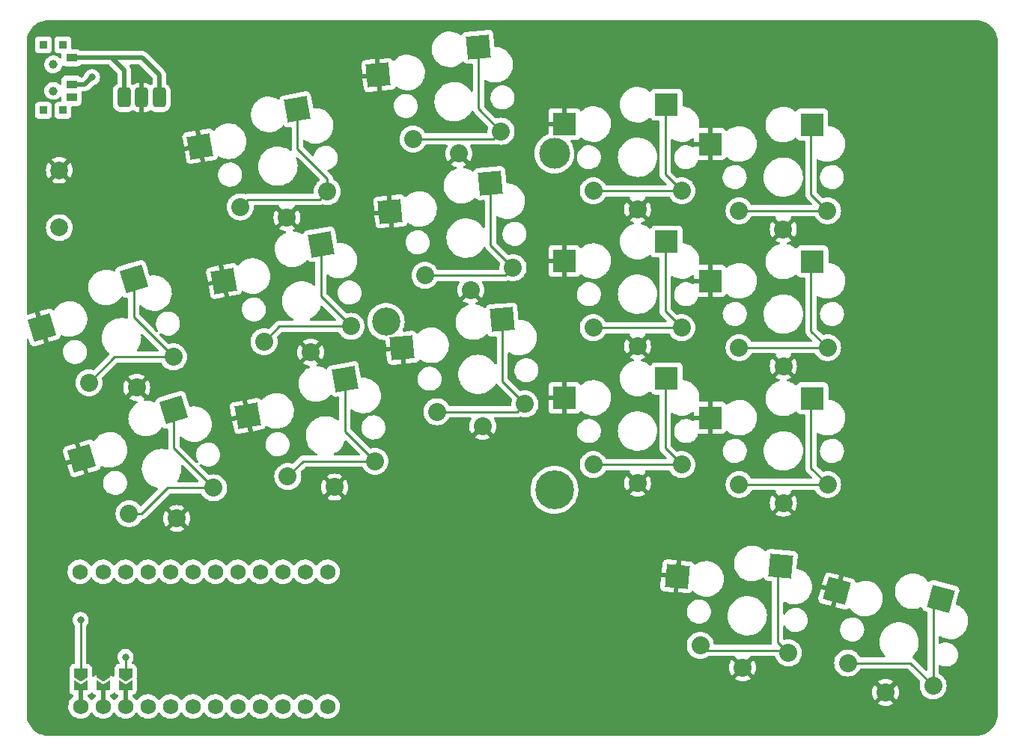
<source format=gbr>
%TF.GenerationSoftware,KiCad,Pcbnew,(6.0.4-0)*%
%TF.CreationDate,2022-06-15T11:13:41+02:00*%
%TF.ProjectId,konafa_min,6b6f6e61-6661-45f6-9d69-6e2e6b696361,v1.0.0*%
%TF.SameCoordinates,Original*%
%TF.FileFunction,Copper,L1,Top*%
%TF.FilePolarity,Positive*%
%FSLAX46Y46*%
G04 Gerber Fmt 4.6, Leading zero omitted, Abs format (unit mm)*
G04 Created by KiCad (PCBNEW (6.0.4-0)) date 2022-06-15 11:13:41*
%MOMM*%
%LPD*%
G01*
G04 APERTURE LIST*
G04 Aperture macros list*
%AMRoundRect*
0 Rectangle with rounded corners*
0 $1 Rounding radius*
0 $2 $3 $4 $5 $6 $7 $8 $9 X,Y pos of 4 corners*
0 Add a 4 corners polygon primitive as box body*
4,1,4,$2,$3,$4,$5,$6,$7,$8,$9,$2,$3,0*
0 Add four circle primitives for the rounded corners*
1,1,$1+$1,$2,$3*
1,1,$1+$1,$4,$5*
1,1,$1+$1,$6,$7*
1,1,$1+$1,$8,$9*
0 Add four rect primitives between the rounded corners*
20,1,$1+$1,$2,$3,$4,$5,0*
20,1,$1+$1,$4,$5,$6,$7,0*
20,1,$1+$1,$6,$7,$8,$9,0*
20,1,$1+$1,$8,$9,$2,$3,0*%
%AMRotRect*
0 Rectangle, with rotation*
0 The origin of the aperture is its center*
0 $1 length*
0 $2 width*
0 $3 Rotation angle, in degrees counterclockwise*
0 Add horizontal line*
21,1,$1,$2,0,0,$3*%
%AMFreePoly0*
4,1,6,0.150000,0.000000,0.650000,-0.750000,-0.500000,-0.750000,-0.500000,0.750000,0.650000,0.750000,0.150000,0.000000,0.150000,0.000000,$1*%
%AMFreePoly1*
4,1,6,0.500000,-0.750000,-0.500000,-0.750000,-1.000000,0.000000,-0.500000,0.750000,0.500000,0.750000,0.500000,-0.750000,0.500000,-0.750000,$1*%
G04 Aperture macros list end*
%TA.AperFunction,ComponentPad*%
%ADD10C,3.500000*%
%TD*%
%TA.AperFunction,ComponentPad*%
%ADD11C,4.400000*%
%TD*%
%TA.AperFunction,ComponentPad*%
%ADD12C,3.200000*%
%TD*%
%TA.AperFunction,SMDPad,CuDef*%
%ADD13RotRect,2.600000X2.600000X345.000000*%
%TD*%
%TA.AperFunction,ComponentPad*%
%ADD14C,2.032000*%
%TD*%
%TA.AperFunction,WasherPad*%
%ADD15C,1.000000*%
%TD*%
%TA.AperFunction,SMDPad,CuDef*%
%ADD16RotRect,2.600000X2.600000X10.000000*%
%TD*%
%TA.AperFunction,SMDPad,CuDef*%
%ADD17RotRect,2.600000X2.600000X355.000000*%
%TD*%
%TA.AperFunction,SMDPad,CuDef*%
%ADD18RotRect,2.600000X2.600000X17.000000*%
%TD*%
%TA.AperFunction,SMDPad,CuDef*%
%ADD19RotRect,2.600000X2.600000X5.000000*%
%TD*%
%TA.AperFunction,SMDPad,CuDef*%
%ADD20R,2.600000X2.600000*%
%TD*%
%TA.AperFunction,ComponentPad*%
%ADD21RoundRect,0.375000X-0.375000X-0.750000X0.375000X-0.750000X0.375000X0.750000X-0.375000X0.750000X0*%
%TD*%
%TA.AperFunction,ComponentPad*%
%ADD22C,2.000000*%
%TD*%
%TA.AperFunction,SMDPad,CuDef*%
%ADD23R,0.900000X0.900000*%
%TD*%
%TA.AperFunction,SMDPad,CuDef*%
%ADD24R,1.250000X0.900000*%
%TD*%
%TA.AperFunction,ComponentPad*%
%ADD25C,1.752600*%
%TD*%
%TA.AperFunction,SMDPad,CuDef*%
%ADD26FreePoly0,90.000000*%
%TD*%
%TA.AperFunction,SMDPad,CuDef*%
%ADD27R,0.500000X1.524000*%
%TD*%
%TA.AperFunction,SMDPad,CuDef*%
%ADD28FreePoly1,90.000000*%
%TD*%
%TA.AperFunction,ViaPad*%
%ADD29C,0.800000*%
%TD*%
%TA.AperFunction,Conductor*%
%ADD30C,0.250000*%
%TD*%
%TA.AperFunction,Conductor*%
%ADD31C,0.500000*%
%TD*%
G04 APERTURE END LIST*
D10*
%TO.P,,1*%
%TO.N,N/C*%
X251714000Y-72644000D03*
D11*
X251714000Y-110744000D03*
D12*
X232664000Y-91694000D03*
%TD*%
D13*
%TO.P,S15,1*%
%TO.N,P2*%
X295408301Y-123069544D03*
D14*
X284891780Y-130345593D03*
X294551039Y-132933783D03*
D13*
%TO.P,S15,2*%
%TO.N,GND*%
X283682456Y-122205220D03*
D14*
X289177890Y-133668132D03*
%TD*%
D15*
%TO.P,T2,*%
%TO.N,*%
X195021762Y-65565501D03*
X195021762Y-62565501D03*
%TD*%
D16*
%TO.P,S3,1*%
%TO.N,P15*%
X228012910Y-98191827D03*
D14*
X231404774Y-107494159D03*
X221556696Y-109230640D03*
D16*
%TO.P,S3,2*%
%TO.N,GND*%
X217020406Y-102364040D03*
D14*
X226845396Y-110430496D03*
%TD*%
%TO.P,S14,1*%
%TO.N,P3*%
X278180757Y-129211383D03*
D17*
X277312088Y-119348142D03*
D14*
X268218810Y-128339825D03*
D17*
%TO.P,S14,2*%
%TO.N,GND*%
X265614297Y-120533120D03*
D14*
X273016756Y-130867613D03*
%TD*%
D18*
%TO.P,S1,1*%
%TO.N,P20*%
X208668478Y-101692343D03*
D14*
X203605681Y-113435689D03*
X213168728Y-110511972D03*
D18*
%TO.P,S1,2*%
%TO.N,GND*%
X198266375Y-107173105D03*
D14*
X209001185Y-113982070D03*
%TD*%
%TO.P,S6,1*%
%TO.N,P10*%
X248386226Y-101023823D03*
D19*
X245818021Y-91461270D03*
D14*
X238424279Y-101895381D03*
%TO.P,S6,2*%
%TO.N,GND*%
X243588280Y-103551611D03*
D19*
X234503715Y-94659546D03*
%TD*%
D14*
%TO.P,S13,1*%
%TO.N,P4*%
X272601999Y-79130745D03*
X282601999Y-79130745D03*
D20*
X280876998Y-69380746D03*
%TO.P,S13,2*%
%TO.N,GND*%
X269326998Y-71580745D03*
D14*
X277601999Y-81230745D03*
%TD*%
D16*
%TO.P,S5,1*%
%TO.N,P19*%
X222629817Y-67662787D03*
D14*
X226021681Y-76965119D03*
X216173603Y-78701600D03*
%TO.P,S5,2*%
%TO.N,GND*%
X221462303Y-79901456D03*
D16*
X211637313Y-71835000D03*
%TD*%
D14*
%TO.P,S13,1*%
%TO.N,P5*%
X282612000Y-94632000D03*
X272612000Y-94632000D03*
D20*
X280886999Y-84882001D03*
%TO.P,S13,2*%
%TO.N,GND*%
X269336999Y-87082000D03*
D14*
X277612000Y-96732000D03*
%TD*%
%TO.P,S11,1*%
%TO.N,P7*%
X256112000Y-76882000D03*
D20*
X264386999Y-67132001D03*
D14*
X266112000Y-76882000D03*
%TO.P,S11,2*%
%TO.N,GND*%
X261112000Y-78982000D03*
D20*
X252836999Y-69332000D03*
%TD*%
D14*
%TO.P,S12,1*%
%TO.N,P6*%
X282612000Y-110132000D03*
D20*
X280886999Y-100382001D03*
D14*
X272612000Y-110132000D03*
D20*
%TO.P,S12,2*%
%TO.N,GND*%
X269336999Y-102582000D03*
D14*
X277612000Y-112232000D03*
%TD*%
%TO.P,S8,1*%
%TO.N,P14*%
X245684397Y-70141787D03*
X235722450Y-71013345D03*
D19*
X243116192Y-60579234D03*
%TO.P,S8,2*%
%TO.N,GND*%
X231801886Y-63777510D03*
D14*
X240886451Y-72669575D03*
%TD*%
D21*
%TO.P,PAD1,1*%
%TO.N,BRAW*%
X207035346Y-66324116D03*
%TO.P,PAD1,2*%
%TO.N,GND*%
X205035346Y-66324116D03*
%TO.P,PAD1,3*%
%TO.N,BRAW*%
X203035346Y-66324116D03*
%TD*%
D20*
%TO.P,S9,1*%
%TO.N,P9*%
X264386999Y-98132001D03*
D14*
X266112000Y-107882000D03*
X256112000Y-107882000D03*
D20*
%TO.P,S9,2*%
%TO.N,GND*%
X252836999Y-100332000D03*
D14*
X261112000Y-109982000D03*
%TD*%
D20*
%TO.P,S10,1*%
%TO.N,P8*%
X264386999Y-82632001D03*
D14*
X266112000Y-92382000D03*
X256112000Y-92382000D03*
D20*
%TO.P,S10,2*%
%TO.N,GND*%
X252836999Y-84832000D03*
D14*
X261112000Y-94482000D03*
%TD*%
%TO.P,S2,1*%
%TO.N,P21*%
X208636967Y-95689248D03*
D18*
X204136717Y-86869619D03*
D14*
X199073920Y-98612965D03*
%TO.P,S2,2*%
%TO.N,GND*%
X204469424Y-99159346D03*
D18*
X193734614Y-92350381D03*
%TD*%
D22*
%TO.P,B1,1*%
%TO.N,GND*%
X195707000Y-74549000D03*
%TO.P,B1,2*%
%TO.N,RST*%
X195707000Y-81049000D03*
%TD*%
D23*
%TO.P,T1,*%
%TO.N,*%
X196121762Y-60365501D03*
X193921762Y-67765501D03*
X193921762Y-60365501D03*
X196121762Y-67765501D03*
D24*
%TO.P,T1,1*%
%TO.N,BRAW*%
X197096762Y-61815501D03*
%TO.P,T1,2*%
%TO.N,RAW*%
X197096762Y-64815501D03*
%TO.P,T1,3*%
%TO.N,N/C*%
X197096762Y-66315501D03*
%TD*%
D16*
%TO.P,S4,1*%
%TO.N,P18*%
X225321363Y-82927307D03*
D14*
X228713227Y-92229639D03*
X218865149Y-93966120D03*
D16*
%TO.P,S4,2*%
%TO.N,GND*%
X214328859Y-87099520D03*
D14*
X224153849Y-95165976D03*
%TD*%
%TO.P,S7,1*%
%TO.N,P16*%
X247035312Y-85582805D03*
D19*
X244467107Y-76020252D03*
D14*
X237073365Y-86454363D03*
D19*
%TO.P,S7,2*%
%TO.N,GND*%
X233152801Y-79218528D03*
D14*
X242237366Y-88110593D03*
%TD*%
D25*
%TO.P,MCU1,*%
%TO.N,*%
X203200000Y-120015000D03*
D26*
X198120000Y-132921477D03*
D25*
X198036254Y-120015000D03*
X200660000Y-120015000D03*
X203200000Y-135255000D03*
X200660000Y-135255000D03*
D27*
X200660000Y-133871477D03*
X203200000Y-133871477D03*
D26*
X203200000Y-132921477D03*
D27*
X198120000Y-133871477D03*
D25*
X198120000Y-135255000D03*
D26*
X200660000Y-132921477D03*
D28*
%TO.P,MCU1,1*%
%TO.N,RAW*%
X198120000Y-131471477D03*
%TO.P,MCU1,2*%
%TO.N,GND*%
X200660000Y-131471477D03*
%TO.P,MCU1,3*%
%TO.N,RST*%
X203200000Y-131471477D03*
D25*
%TO.P,MCU1,4*%
%TO.N,N/C*%
X205740000Y-120015000D03*
%TO.P,MCU1,5*%
%TO.N,P21*%
X208280000Y-120015000D03*
%TO.P,MCU1,6*%
%TO.N,P20*%
X210820000Y-120015000D03*
%TO.P,MCU1,7*%
%TO.N,P19*%
X213360000Y-120015000D03*
%TO.P,MCU1,8*%
%TO.N,P18*%
X215900000Y-120015000D03*
%TO.P,MCU1,9*%
%TO.N,P15*%
X218440000Y-120015000D03*
%TO.P,MCU1,10*%
%TO.N,P14*%
X220980000Y-120015000D03*
%TO.P,MCU1,11*%
%TO.N,P16*%
X223520000Y-120015000D03*
%TO.P,MCU1,12*%
%TO.N,P10*%
X226060000Y-120015000D03*
%TO.P,MCU1,16*%
%TO.N,N/C*%
X205740000Y-135255000D03*
%TO.P,MCU1,17*%
%TO.N,P2*%
X208280000Y-135255000D03*
%TO.P,MCU1,18*%
%TO.N,P3*%
X210820000Y-135255000D03*
%TO.P,MCU1,19*%
%TO.N,P4*%
X213360000Y-135255000D03*
%TO.P,MCU1,20*%
%TO.N,P5*%
X215900000Y-135255000D03*
%TO.P,MCU1,21*%
%TO.N,P6*%
X218440000Y-135255000D03*
%TO.P,MCU1,22*%
%TO.N,P7*%
X220980000Y-135255000D03*
%TO.P,MCU1,23*%
%TO.N,P8*%
X223520000Y-135255000D03*
%TO.P,MCU1,24*%
%TO.N,P9*%
X226060000Y-135255000D03*
%TD*%
D29*
%TO.N,GND*%
X200660000Y-127635000D03*
%TO.N,RAW*%
X198120000Y-125476000D03*
X199409061Y-64013474D03*
%TO.N,RST*%
X203200000Y-129667000D03*
%TD*%
D30*
%TO.N,GND*%
X200660000Y-127635000D02*
X200660000Y-131471477D01*
X200660000Y-127635000D02*
X200660000Y-127254000D01*
D31*
%TO.N,RAW*%
X198607034Y-64815501D02*
X199409061Y-64013474D01*
X197096762Y-64815501D02*
X198607034Y-64815501D01*
D30*
X198120000Y-131471477D02*
X198120000Y-125476000D01*
%TO.N,RST*%
X203200000Y-131471477D02*
X203200000Y-129667000D01*
%TO.N,P2*%
X291962849Y-130345593D02*
X294551039Y-132933783D01*
X294551039Y-123926806D02*
X294551039Y-132933783D01*
X295408301Y-123069544D02*
X294551039Y-123926806D01*
X284891780Y-130345593D02*
X291962849Y-130345593D01*
%TO.N,P9*%
X264237479Y-106007479D02*
X264237479Y-98281521D01*
X264237479Y-98281521D02*
X264386999Y-98132001D01*
X256112000Y-107882000D02*
X266112000Y-107882000D01*
X266112000Y-107882000D02*
X264237479Y-106007479D01*
%TO.N,P8*%
X256112000Y-92382000D02*
X266112000Y-92382000D01*
X264237479Y-90507479D02*
X266112000Y-92382000D01*
X264386999Y-82632001D02*
X264237479Y-82781521D01*
X264237479Y-82781521D02*
X264237479Y-90507479D01*
%TO.N,P7*%
X256112000Y-76882000D02*
X266112000Y-76882000D01*
X264237479Y-67281521D02*
X264386999Y-67132001D01*
X264237479Y-75007479D02*
X264237479Y-67281521D01*
X266112000Y-76882000D02*
X264237479Y-75007479D01*
%TO.N,P6*%
X272612000Y-110132000D02*
X282612000Y-110132000D01*
X280886999Y-100382001D02*
X280737479Y-100531521D01*
X280737479Y-108257479D02*
X282612000Y-110132000D01*
X280737479Y-100531521D02*
X280737479Y-108257479D01*
%TO.N,P5*%
X280737479Y-85031521D02*
X280737479Y-92757479D01*
X280886999Y-84882001D02*
X280737479Y-85031521D01*
X272612000Y-94632000D02*
X282612000Y-94632000D01*
X280737479Y-92757479D02*
X282612000Y-94632000D01*
%TO.N,P4*%
X280727478Y-77256224D02*
X280727478Y-69530266D01*
X282601999Y-79130745D02*
X280727478Y-77256224D01*
X280727478Y-69530266D02*
X280876998Y-69380746D01*
X272601999Y-79130745D02*
X282601999Y-79130745D01*
%TO.N,P3*%
X277874374Y-128905000D02*
X278180757Y-129211383D01*
X276964261Y-119695969D02*
X276964261Y-127994887D01*
X268218810Y-128339825D02*
X268783985Y-128905000D01*
X268783985Y-128905000D02*
X277874374Y-128905000D01*
X277312088Y-119348142D02*
X276964261Y-119695969D01*
X276964261Y-127994887D02*
X278180757Y-129211383D01*
%TO.N,P10*%
X245818021Y-98455618D02*
X248386226Y-101023823D01*
X238424279Y-101895381D02*
X247514668Y-101895381D01*
X247514668Y-101895381D02*
X248386226Y-101023823D01*
X245818021Y-91461270D02*
X245818021Y-98455618D01*
%TO.N,P16*%
X246163754Y-86454363D02*
X247035312Y-85582805D01*
X244467107Y-76020252D02*
X244467107Y-83014600D01*
X244467107Y-83014600D02*
X247035312Y-85582805D01*
X237073365Y-86454363D02*
X246163754Y-86454363D01*
%TO.N,P14*%
X244812839Y-71013345D02*
X245684397Y-70141787D01*
X235722450Y-71013345D02*
X244812839Y-71013345D01*
X243116192Y-60579234D02*
X243116192Y-67573582D01*
X243116192Y-67573582D02*
X245684397Y-70141787D01*
%TO.N,P15*%
X221556696Y-109230640D02*
X223293177Y-107494159D01*
X228012910Y-104102295D02*
X228012910Y-98191827D01*
X223293177Y-107494159D02*
X231404774Y-107494159D01*
X231404774Y-107494159D02*
X228012910Y-104102295D01*
%TO.N,P18*%
X225321363Y-82927307D02*
X225321363Y-88837775D01*
X228713227Y-92229639D02*
X220601630Y-92229639D01*
X220601630Y-92229639D02*
X218865149Y-93966120D01*
X225321363Y-88837775D02*
X228713227Y-92229639D01*
%TO.N,P19*%
X216173603Y-78701600D02*
X217024203Y-77851000D01*
X226021681Y-76965119D02*
X226021681Y-75528279D01*
X217024203Y-77851000D02*
X225135800Y-77851000D01*
X226021681Y-75528279D02*
X222629817Y-72136415D01*
X225135800Y-77851000D02*
X226021681Y-76965119D01*
X222629817Y-72136415D02*
X222629817Y-67662787D01*
%TO.N,P20*%
X203605681Y-113435689D02*
X205042521Y-113435689D01*
X207966238Y-110511972D02*
X213168728Y-110511972D01*
X208668478Y-106011722D02*
X208668478Y-101692343D01*
X213168728Y-110511972D02*
X208668478Y-106011722D01*
X205042521Y-113435689D02*
X207966238Y-110511972D01*
%TO.N,P21*%
X204136717Y-91188998D02*
X204136717Y-86869619D01*
X199073920Y-98612965D02*
X201997637Y-95689248D01*
X201997637Y-95689248D02*
X208636967Y-95689248D01*
X208636967Y-95689248D02*
X204136717Y-91188998D01*
D31*
%TO.N,BRAW*%
X203035346Y-63202816D02*
X203035346Y-66324116D01*
X197096762Y-61815501D02*
X205066731Y-61815501D01*
X197096762Y-61815501D02*
X201648031Y-61815501D01*
X207035346Y-63784116D02*
X207035346Y-66324116D01*
X201648031Y-61815501D02*
X203035346Y-63202816D01*
X205066731Y-61815501D02*
X207035346Y-63784116D01*
%TD*%
%TA.AperFunction,Conductor*%
%TO.N,GND*%
G36*
X299349677Y-57551872D02*
G01*
X299364511Y-57554182D01*
X299364514Y-57554182D01*
X299373384Y-57555563D01*
X299390584Y-57553314D01*
X299414519Y-57552480D01*
X299672377Y-57568073D01*
X299687480Y-57569907D01*
X299968426Y-57621388D01*
X299983200Y-57625029D01*
X300255898Y-57710001D01*
X300270124Y-57715396D01*
X300530590Y-57832617D01*
X300544061Y-57839687D01*
X300666281Y-57913570D01*
X300788499Y-57987451D01*
X300801021Y-57996094D01*
X301025863Y-58172241D01*
X301037252Y-58182330D01*
X301239226Y-58384299D01*
X301249316Y-58395688D01*
X301425468Y-58620524D01*
X301434112Y-58633046D01*
X301581883Y-58877484D01*
X301588954Y-58890955D01*
X301676358Y-59085152D01*
X301706183Y-59151419D01*
X301711578Y-59165646D01*
X301796554Y-59438333D01*
X301800196Y-59453107D01*
X301851685Y-59734059D01*
X301853519Y-59749163D01*
X301868660Y-59999428D01*
X301867390Y-60026421D01*
X301867342Y-60026726D01*
X301867342Y-60026733D01*
X301865961Y-60035601D01*
X301867125Y-60044502D01*
X301867125Y-60044506D01*
X301870088Y-60067160D01*
X301871152Y-60083498D01*
X301871152Y-136046532D01*
X301869652Y-136065917D01*
X301867342Y-136080750D01*
X301867342Y-136080754D01*
X301865961Y-136089623D01*
X301867605Y-136102192D01*
X301868210Y-136106818D01*
X301869043Y-136130762D01*
X301853446Y-136388607D01*
X301851612Y-136403711D01*
X301842976Y-136450838D01*
X301807775Y-136642927D01*
X301800129Y-136684648D01*
X301796489Y-136699416D01*
X301711511Y-136972118D01*
X301706115Y-136986344D01*
X301588895Y-137246794D01*
X301581829Y-137260259D01*
X301473076Y-137440155D01*
X301434060Y-137504694D01*
X301425417Y-137517215D01*
X301249267Y-137742053D01*
X301239177Y-137753442D01*
X301037213Y-137955402D01*
X301025824Y-137965492D01*
X300800981Y-138141642D01*
X300788458Y-138150285D01*
X300544037Y-138298039D01*
X300530565Y-138305110D01*
X300270100Y-138422332D01*
X300255873Y-138427727D01*
X299983186Y-138512696D01*
X299968414Y-138516337D01*
X299687470Y-138567818D01*
X299672372Y-138569651D01*
X299421536Y-138584820D01*
X299395623Y-138583600D01*
X299394811Y-138583590D01*
X299385936Y-138582208D01*
X299377033Y-138583372D01*
X299354364Y-138586336D01*
X299338029Y-138587399D01*
X194555703Y-138587399D01*
X194536319Y-138585899D01*
X194521485Y-138583589D01*
X194521482Y-138583589D01*
X194512612Y-138582208D01*
X194495412Y-138584457D01*
X194471478Y-138585291D01*
X194233485Y-138570898D01*
X194213628Y-138569697D01*
X194198523Y-138567863D01*
X193917586Y-138516382D01*
X193902812Y-138512741D01*
X193719391Y-138455586D01*
X193630123Y-138427769D01*
X193615899Y-138422375D01*
X193355429Y-138305148D01*
X193341964Y-138298080D01*
X193244999Y-138239462D01*
X193097541Y-138150319D01*
X193085019Y-138141676D01*
X192860181Y-137965526D01*
X192848792Y-137955436D01*
X192646830Y-137753470D01*
X192636740Y-137742080D01*
X192460602Y-137517250D01*
X192451958Y-137504728D01*
X192304194Y-137260286D01*
X192297124Y-137246813D01*
X192179912Y-136986366D01*
X192174516Y-136972138D01*
X192089548Y-136699442D01*
X192085907Y-136684669D01*
X192034430Y-136403723D01*
X192032597Y-136388618D01*
X192017430Y-136137744D01*
X192018640Y-136112049D01*
X192018652Y-136111066D01*
X192020034Y-136102192D01*
X192015906Y-136070615D01*
X192014843Y-136054282D01*
X192014843Y-135221050D01*
X196730869Y-135221050D01*
X196731166Y-135226202D01*
X196731166Y-135226206D01*
X196735983Y-135309740D01*
X196743977Y-135448387D01*
X196794039Y-135670531D01*
X196795983Y-135675317D01*
X196795984Y-135675322D01*
X196877767Y-135876728D01*
X196879711Y-135881515D01*
X196953571Y-136002044D01*
X196995990Y-136071264D01*
X196998692Y-136075674D01*
X197147786Y-136247793D01*
X197322989Y-136393249D01*
X197327441Y-136395851D01*
X197327446Y-136395854D01*
X197421540Y-136450838D01*
X197519597Y-136508138D01*
X197732329Y-136589372D01*
X197737395Y-136590403D01*
X197737396Y-136590403D01*
X197789630Y-136601030D01*
X197955472Y-136634771D01*
X198083288Y-136639458D01*
X198177870Y-136642927D01*
X198177875Y-136642927D01*
X198183034Y-136643116D01*
X198188154Y-136642460D01*
X198188156Y-136642460D01*
X198260344Y-136633212D01*
X198408903Y-136614181D01*
X198413852Y-136612696D01*
X198413858Y-136612695D01*
X198540204Y-136574789D01*
X198627013Y-136548745D01*
X198831507Y-136448564D01*
X198835711Y-136445566D01*
X198835715Y-136445563D01*
X198915564Y-136388607D01*
X199016893Y-136316330D01*
X199178193Y-136155592D01*
X199200766Y-136124179D01*
X199288528Y-136002044D01*
X199344523Y-135958396D01*
X199415226Y-135951950D01*
X199478191Y-135984753D01*
X199498283Y-136009735D01*
X199535989Y-136071264D01*
X199535992Y-136071269D01*
X199538692Y-136075674D01*
X199687786Y-136247793D01*
X199862989Y-136393249D01*
X199867441Y-136395851D01*
X199867446Y-136395854D01*
X199961540Y-136450838D01*
X200059597Y-136508138D01*
X200272329Y-136589372D01*
X200277395Y-136590403D01*
X200277396Y-136590403D01*
X200329630Y-136601030D01*
X200495472Y-136634771D01*
X200623288Y-136639458D01*
X200717870Y-136642927D01*
X200717875Y-136642927D01*
X200723034Y-136643116D01*
X200728154Y-136642460D01*
X200728156Y-136642460D01*
X200800344Y-136633212D01*
X200948903Y-136614181D01*
X200953852Y-136612696D01*
X200953858Y-136612695D01*
X201080204Y-136574789D01*
X201167013Y-136548745D01*
X201371507Y-136448564D01*
X201375711Y-136445566D01*
X201375715Y-136445563D01*
X201455564Y-136388607D01*
X201556893Y-136316330D01*
X201718193Y-136155592D01*
X201740766Y-136124179D01*
X201828528Y-136002044D01*
X201884523Y-135958396D01*
X201955226Y-135951950D01*
X202018191Y-135984753D01*
X202038283Y-136009735D01*
X202075989Y-136071264D01*
X202075992Y-136071269D01*
X202078692Y-136075674D01*
X202227786Y-136247793D01*
X202402989Y-136393249D01*
X202407441Y-136395851D01*
X202407446Y-136395854D01*
X202501540Y-136450838D01*
X202599597Y-136508138D01*
X202812329Y-136589372D01*
X202817395Y-136590403D01*
X202817396Y-136590403D01*
X202869630Y-136601030D01*
X203035472Y-136634771D01*
X203163288Y-136639458D01*
X203257870Y-136642927D01*
X203257875Y-136642927D01*
X203263034Y-136643116D01*
X203268154Y-136642460D01*
X203268156Y-136642460D01*
X203340344Y-136633212D01*
X203488903Y-136614181D01*
X203493852Y-136612696D01*
X203493858Y-136612695D01*
X203620204Y-136574789D01*
X203707013Y-136548745D01*
X203911507Y-136448564D01*
X203915711Y-136445566D01*
X203915715Y-136445563D01*
X203995564Y-136388607D01*
X204096893Y-136316330D01*
X204258193Y-136155592D01*
X204280766Y-136124179D01*
X204368528Y-136002044D01*
X204424523Y-135958396D01*
X204495226Y-135951950D01*
X204558191Y-135984753D01*
X204578283Y-136009735D01*
X204615989Y-136071264D01*
X204615992Y-136071269D01*
X204618692Y-136075674D01*
X204767786Y-136247793D01*
X204942989Y-136393249D01*
X204947441Y-136395851D01*
X204947446Y-136395854D01*
X205041540Y-136450838D01*
X205139597Y-136508138D01*
X205352329Y-136589372D01*
X205357395Y-136590403D01*
X205357396Y-136590403D01*
X205409630Y-136601030D01*
X205575472Y-136634771D01*
X205703288Y-136639458D01*
X205797870Y-136642927D01*
X205797875Y-136642927D01*
X205803034Y-136643116D01*
X205808154Y-136642460D01*
X205808156Y-136642460D01*
X205880344Y-136633212D01*
X206028903Y-136614181D01*
X206033852Y-136612696D01*
X206033858Y-136612695D01*
X206160204Y-136574789D01*
X206247013Y-136548745D01*
X206451507Y-136448564D01*
X206455711Y-136445566D01*
X206455715Y-136445563D01*
X206535564Y-136388607D01*
X206636893Y-136316330D01*
X206798193Y-136155592D01*
X206820766Y-136124179D01*
X206908528Y-136002044D01*
X206964523Y-135958396D01*
X207035226Y-135951950D01*
X207098191Y-135984753D01*
X207118283Y-136009735D01*
X207155989Y-136071264D01*
X207155992Y-136071269D01*
X207158692Y-136075674D01*
X207307786Y-136247793D01*
X207482989Y-136393249D01*
X207487441Y-136395851D01*
X207487446Y-136395854D01*
X207581540Y-136450838D01*
X207679597Y-136508138D01*
X207892329Y-136589372D01*
X207897395Y-136590403D01*
X207897396Y-136590403D01*
X207949630Y-136601030D01*
X208115472Y-136634771D01*
X208243288Y-136639458D01*
X208337870Y-136642927D01*
X208337875Y-136642927D01*
X208343034Y-136643116D01*
X208348154Y-136642460D01*
X208348156Y-136642460D01*
X208420344Y-136633212D01*
X208568903Y-136614181D01*
X208573852Y-136612696D01*
X208573858Y-136612695D01*
X208700204Y-136574789D01*
X208787013Y-136548745D01*
X208991507Y-136448564D01*
X208995711Y-136445566D01*
X208995715Y-136445563D01*
X209075564Y-136388607D01*
X209176893Y-136316330D01*
X209338193Y-136155592D01*
X209360766Y-136124179D01*
X209448528Y-136002044D01*
X209504523Y-135958396D01*
X209575226Y-135951950D01*
X209638191Y-135984753D01*
X209658283Y-136009735D01*
X209695989Y-136071264D01*
X209695992Y-136071269D01*
X209698692Y-136075674D01*
X209847786Y-136247793D01*
X210022989Y-136393249D01*
X210027441Y-136395851D01*
X210027446Y-136395854D01*
X210121540Y-136450838D01*
X210219597Y-136508138D01*
X210432329Y-136589372D01*
X210437395Y-136590403D01*
X210437396Y-136590403D01*
X210489630Y-136601030D01*
X210655472Y-136634771D01*
X210783288Y-136639458D01*
X210877870Y-136642927D01*
X210877875Y-136642927D01*
X210883034Y-136643116D01*
X210888154Y-136642460D01*
X210888156Y-136642460D01*
X210960344Y-136633212D01*
X211108903Y-136614181D01*
X211113852Y-136612696D01*
X211113858Y-136612695D01*
X211240204Y-136574789D01*
X211327013Y-136548745D01*
X211531507Y-136448564D01*
X211535711Y-136445566D01*
X211535715Y-136445563D01*
X211615564Y-136388607D01*
X211716893Y-136316330D01*
X211878193Y-136155592D01*
X211900766Y-136124179D01*
X211988528Y-136002044D01*
X212044523Y-135958396D01*
X212115226Y-135951950D01*
X212178191Y-135984753D01*
X212198283Y-136009735D01*
X212235989Y-136071264D01*
X212235992Y-136071269D01*
X212238692Y-136075674D01*
X212387786Y-136247793D01*
X212562989Y-136393249D01*
X212567441Y-136395851D01*
X212567446Y-136395854D01*
X212661540Y-136450838D01*
X212759597Y-136508138D01*
X212972329Y-136589372D01*
X212977395Y-136590403D01*
X212977396Y-136590403D01*
X213029630Y-136601030D01*
X213195472Y-136634771D01*
X213323288Y-136639458D01*
X213417870Y-136642927D01*
X213417875Y-136642927D01*
X213423034Y-136643116D01*
X213428154Y-136642460D01*
X213428156Y-136642460D01*
X213500344Y-136633212D01*
X213648903Y-136614181D01*
X213653852Y-136612696D01*
X213653858Y-136612695D01*
X213780204Y-136574789D01*
X213867013Y-136548745D01*
X214071507Y-136448564D01*
X214075711Y-136445566D01*
X214075715Y-136445563D01*
X214155564Y-136388607D01*
X214256893Y-136316330D01*
X214418193Y-136155592D01*
X214440766Y-136124179D01*
X214528528Y-136002044D01*
X214584523Y-135958396D01*
X214655226Y-135951950D01*
X214718191Y-135984753D01*
X214738283Y-136009735D01*
X214775989Y-136071264D01*
X214775992Y-136071269D01*
X214778692Y-136075674D01*
X214927786Y-136247793D01*
X215102989Y-136393249D01*
X215107441Y-136395851D01*
X215107446Y-136395854D01*
X215201540Y-136450838D01*
X215299597Y-136508138D01*
X215512329Y-136589372D01*
X215517395Y-136590403D01*
X215517396Y-136590403D01*
X215569630Y-136601030D01*
X215735472Y-136634771D01*
X215863288Y-136639458D01*
X215957870Y-136642927D01*
X215957875Y-136642927D01*
X215963034Y-136643116D01*
X215968154Y-136642460D01*
X215968156Y-136642460D01*
X216040344Y-136633212D01*
X216188903Y-136614181D01*
X216193852Y-136612696D01*
X216193858Y-136612695D01*
X216320204Y-136574789D01*
X216407013Y-136548745D01*
X216611507Y-136448564D01*
X216615711Y-136445566D01*
X216615715Y-136445563D01*
X216695564Y-136388607D01*
X216796893Y-136316330D01*
X216958193Y-136155592D01*
X216980766Y-136124179D01*
X217068528Y-136002044D01*
X217124523Y-135958396D01*
X217195226Y-135951950D01*
X217258191Y-135984753D01*
X217278283Y-136009735D01*
X217315989Y-136071264D01*
X217315992Y-136071269D01*
X217318692Y-136075674D01*
X217467786Y-136247793D01*
X217642989Y-136393249D01*
X217647441Y-136395851D01*
X217647446Y-136395854D01*
X217741540Y-136450838D01*
X217839597Y-136508138D01*
X218052329Y-136589372D01*
X218057395Y-136590403D01*
X218057396Y-136590403D01*
X218109630Y-136601030D01*
X218275472Y-136634771D01*
X218403288Y-136639458D01*
X218497870Y-136642927D01*
X218497875Y-136642927D01*
X218503034Y-136643116D01*
X218508154Y-136642460D01*
X218508156Y-136642460D01*
X218580344Y-136633212D01*
X218728903Y-136614181D01*
X218733852Y-136612696D01*
X218733858Y-136612695D01*
X218860204Y-136574789D01*
X218947013Y-136548745D01*
X219151507Y-136448564D01*
X219155711Y-136445566D01*
X219155715Y-136445563D01*
X219235564Y-136388607D01*
X219336893Y-136316330D01*
X219498193Y-136155592D01*
X219520766Y-136124179D01*
X219608528Y-136002044D01*
X219664523Y-135958396D01*
X219735226Y-135951950D01*
X219798191Y-135984753D01*
X219818283Y-136009735D01*
X219855989Y-136071264D01*
X219855992Y-136071269D01*
X219858692Y-136075674D01*
X220007786Y-136247793D01*
X220182989Y-136393249D01*
X220187441Y-136395851D01*
X220187446Y-136395854D01*
X220281540Y-136450838D01*
X220379597Y-136508138D01*
X220592329Y-136589372D01*
X220597395Y-136590403D01*
X220597396Y-136590403D01*
X220649630Y-136601030D01*
X220815472Y-136634771D01*
X220943288Y-136639458D01*
X221037870Y-136642927D01*
X221037875Y-136642927D01*
X221043034Y-136643116D01*
X221048154Y-136642460D01*
X221048156Y-136642460D01*
X221120344Y-136633212D01*
X221268903Y-136614181D01*
X221273852Y-136612696D01*
X221273858Y-136612695D01*
X221400204Y-136574789D01*
X221487013Y-136548745D01*
X221691507Y-136448564D01*
X221695711Y-136445566D01*
X221695715Y-136445563D01*
X221775564Y-136388607D01*
X221876893Y-136316330D01*
X222038193Y-136155592D01*
X222060766Y-136124179D01*
X222148528Y-136002044D01*
X222204523Y-135958396D01*
X222275226Y-135951950D01*
X222338191Y-135984753D01*
X222358283Y-136009735D01*
X222395989Y-136071264D01*
X222395992Y-136071269D01*
X222398692Y-136075674D01*
X222547786Y-136247793D01*
X222722989Y-136393249D01*
X222727441Y-136395851D01*
X222727446Y-136395854D01*
X222821540Y-136450838D01*
X222919597Y-136508138D01*
X223132329Y-136589372D01*
X223137395Y-136590403D01*
X223137396Y-136590403D01*
X223189630Y-136601030D01*
X223355472Y-136634771D01*
X223483288Y-136639458D01*
X223577870Y-136642927D01*
X223577875Y-136642927D01*
X223583034Y-136643116D01*
X223588154Y-136642460D01*
X223588156Y-136642460D01*
X223660344Y-136633212D01*
X223808903Y-136614181D01*
X223813852Y-136612696D01*
X223813858Y-136612695D01*
X223940204Y-136574789D01*
X224027013Y-136548745D01*
X224231507Y-136448564D01*
X224235711Y-136445566D01*
X224235715Y-136445563D01*
X224315564Y-136388607D01*
X224416893Y-136316330D01*
X224578193Y-136155592D01*
X224600766Y-136124179D01*
X224688528Y-136002044D01*
X224744523Y-135958396D01*
X224815226Y-135951950D01*
X224878191Y-135984753D01*
X224898283Y-136009735D01*
X224935989Y-136071264D01*
X224935992Y-136071269D01*
X224938692Y-136075674D01*
X225087786Y-136247793D01*
X225262989Y-136393249D01*
X225267441Y-136395851D01*
X225267446Y-136395854D01*
X225361540Y-136450838D01*
X225459597Y-136508138D01*
X225672329Y-136589372D01*
X225677395Y-136590403D01*
X225677396Y-136590403D01*
X225729630Y-136601030D01*
X225895472Y-136634771D01*
X226023288Y-136639458D01*
X226117870Y-136642927D01*
X226117875Y-136642927D01*
X226123034Y-136643116D01*
X226128154Y-136642460D01*
X226128156Y-136642460D01*
X226200344Y-136633212D01*
X226348903Y-136614181D01*
X226353852Y-136612696D01*
X226353858Y-136612695D01*
X226480204Y-136574789D01*
X226567013Y-136548745D01*
X226771507Y-136448564D01*
X226775711Y-136445566D01*
X226775715Y-136445563D01*
X226855564Y-136388607D01*
X226956893Y-136316330D01*
X227118193Y-136155592D01*
X227140766Y-136124179D01*
X227248055Y-135974869D01*
X227251073Y-135970669D01*
X227351967Y-135766526D01*
X227418164Y-135548646D01*
X227430700Y-135453430D01*
X227447450Y-135326201D01*
X227447451Y-135326194D01*
X227447887Y-135322879D01*
X227449546Y-135255000D01*
X227438708Y-135123179D01*
X227431311Y-135033202D01*
X227431310Y-135033196D01*
X227430887Y-135028051D01*
X227401847Y-134912438D01*
X288298414Y-134912438D01*
X288304141Y-134920088D01*
X288479649Y-135027639D01*
X288488443Y-135032120D01*
X288700919Y-135120130D01*
X288710304Y-135123179D01*
X288933934Y-135176869D01*
X288943681Y-135178412D01*
X289172960Y-135196457D01*
X289182820Y-135196457D01*
X289412099Y-135178412D01*
X289421846Y-135176869D01*
X289645476Y-135123179D01*
X289654861Y-135120130D01*
X289867337Y-135032120D01*
X289876131Y-135027639D01*
X290047973Y-134922335D01*
X290057433Y-134911879D01*
X290053649Y-134903101D01*
X289190702Y-134040154D01*
X289176758Y-134032540D01*
X289174925Y-134032671D01*
X289168310Y-134036922D01*
X288305174Y-134900058D01*
X288298414Y-134912438D01*
X227401847Y-134912438D01*
X227375413Y-134807197D01*
X227373354Y-134802461D01*
X227286672Y-134603106D01*
X227286670Y-134603103D01*
X227284612Y-134598369D01*
X227160923Y-134407175D01*
X227007668Y-134238750D01*
X226828963Y-134097618D01*
X226629607Y-133987567D01*
X226434058Y-133918319D01*
X226419829Y-133913280D01*
X226419825Y-133913279D01*
X226414954Y-133911554D01*
X226409861Y-133910647D01*
X226409858Y-133910646D01*
X226195857Y-133872527D01*
X226195851Y-133872526D01*
X226190768Y-133871621D01*
X226103698Y-133870557D01*
X225968239Y-133868902D01*
X225968237Y-133868902D01*
X225963070Y-133868839D01*
X225737976Y-133903283D01*
X225521529Y-133974029D01*
X225461041Y-134005517D01*
X225324660Y-134076513D01*
X225319544Y-134079176D01*
X225315411Y-134082279D01*
X225315408Y-134082281D01*
X225231737Y-134145103D01*
X225137444Y-134215900D01*
X224980120Y-134380530D01*
X224976213Y-134386258D01*
X224893784Y-134507094D01*
X224838873Y-134552096D01*
X224768348Y-134560267D01*
X224704601Y-134529013D01*
X224683904Y-134504529D01*
X224623731Y-134411515D01*
X224623729Y-134411512D01*
X224620923Y-134407175D01*
X224467668Y-134238750D01*
X224288963Y-134097618D01*
X224089607Y-133987567D01*
X223894058Y-133918319D01*
X223879829Y-133913280D01*
X223879825Y-133913279D01*
X223874954Y-133911554D01*
X223869861Y-133910647D01*
X223869858Y-133910646D01*
X223655857Y-133872527D01*
X223655851Y-133872526D01*
X223650768Y-133871621D01*
X223563698Y-133870557D01*
X223428239Y-133868902D01*
X223428237Y-133868902D01*
X223423070Y-133868839D01*
X223197976Y-133903283D01*
X222981529Y-133974029D01*
X222921041Y-134005517D01*
X222784660Y-134076513D01*
X222779544Y-134079176D01*
X222775411Y-134082279D01*
X222775408Y-134082281D01*
X222691737Y-134145103D01*
X222597444Y-134215900D01*
X222440120Y-134380530D01*
X222436213Y-134386258D01*
X222353784Y-134507094D01*
X222298873Y-134552096D01*
X222228348Y-134560267D01*
X222164601Y-134529013D01*
X222143904Y-134504529D01*
X222083731Y-134411515D01*
X222083729Y-134411512D01*
X222080923Y-134407175D01*
X221927668Y-134238750D01*
X221748963Y-134097618D01*
X221549607Y-133987567D01*
X221354058Y-133918319D01*
X221339829Y-133913280D01*
X221339825Y-133913279D01*
X221334954Y-133911554D01*
X221329861Y-133910647D01*
X221329858Y-133910646D01*
X221115857Y-133872527D01*
X221115851Y-133872526D01*
X221110768Y-133871621D01*
X221023698Y-133870557D01*
X220888239Y-133868902D01*
X220888237Y-133868902D01*
X220883070Y-133868839D01*
X220657976Y-133903283D01*
X220441529Y-133974029D01*
X220381041Y-134005517D01*
X220244660Y-134076513D01*
X220239544Y-134079176D01*
X220235411Y-134082279D01*
X220235408Y-134082281D01*
X220151737Y-134145103D01*
X220057444Y-134215900D01*
X219900120Y-134380530D01*
X219896213Y-134386258D01*
X219813784Y-134507094D01*
X219758873Y-134552096D01*
X219688348Y-134560267D01*
X219624601Y-134529013D01*
X219603904Y-134504529D01*
X219543731Y-134411515D01*
X219543729Y-134411512D01*
X219540923Y-134407175D01*
X219387668Y-134238750D01*
X219208963Y-134097618D01*
X219009607Y-133987567D01*
X218814058Y-133918319D01*
X218799829Y-133913280D01*
X218799825Y-133913279D01*
X218794954Y-133911554D01*
X218789861Y-133910647D01*
X218789858Y-133910646D01*
X218575857Y-133872527D01*
X218575851Y-133872526D01*
X218570768Y-133871621D01*
X218483698Y-133870557D01*
X218348239Y-133868902D01*
X218348237Y-133868902D01*
X218343070Y-133868839D01*
X218117976Y-133903283D01*
X217901529Y-133974029D01*
X217841041Y-134005517D01*
X217704660Y-134076513D01*
X217699544Y-134079176D01*
X217695411Y-134082279D01*
X217695408Y-134082281D01*
X217611737Y-134145103D01*
X217517444Y-134215900D01*
X217360120Y-134380530D01*
X217356213Y-134386258D01*
X217273784Y-134507094D01*
X217218873Y-134552096D01*
X217148348Y-134560267D01*
X217084601Y-134529013D01*
X217063904Y-134504529D01*
X217003731Y-134411515D01*
X217003729Y-134411512D01*
X217000923Y-134407175D01*
X216847668Y-134238750D01*
X216668963Y-134097618D01*
X216469607Y-133987567D01*
X216274058Y-133918319D01*
X216259829Y-133913280D01*
X216259825Y-133913279D01*
X216254954Y-133911554D01*
X216249861Y-133910647D01*
X216249858Y-133910646D01*
X216035857Y-133872527D01*
X216035851Y-133872526D01*
X216030768Y-133871621D01*
X215943698Y-133870557D01*
X215808239Y-133868902D01*
X215808237Y-133868902D01*
X215803070Y-133868839D01*
X215577976Y-133903283D01*
X215361529Y-133974029D01*
X215301041Y-134005517D01*
X215164660Y-134076513D01*
X215159544Y-134079176D01*
X215155411Y-134082279D01*
X215155408Y-134082281D01*
X215071737Y-134145103D01*
X214977444Y-134215900D01*
X214820120Y-134380530D01*
X214816213Y-134386258D01*
X214733784Y-134507094D01*
X214678873Y-134552096D01*
X214608348Y-134560267D01*
X214544601Y-134529013D01*
X214523904Y-134504529D01*
X214463731Y-134411515D01*
X214463729Y-134411512D01*
X214460923Y-134407175D01*
X214307668Y-134238750D01*
X214128963Y-134097618D01*
X213929607Y-133987567D01*
X213734058Y-133918319D01*
X213719829Y-133913280D01*
X213719825Y-133913279D01*
X213714954Y-133911554D01*
X213709861Y-133910647D01*
X213709858Y-133910646D01*
X213495857Y-133872527D01*
X213495851Y-133872526D01*
X213490768Y-133871621D01*
X213403698Y-133870557D01*
X213268239Y-133868902D01*
X213268237Y-133868902D01*
X213263070Y-133868839D01*
X213037976Y-133903283D01*
X212821529Y-133974029D01*
X212761041Y-134005517D01*
X212624660Y-134076513D01*
X212619544Y-134079176D01*
X212615411Y-134082279D01*
X212615408Y-134082281D01*
X212531737Y-134145103D01*
X212437444Y-134215900D01*
X212280120Y-134380530D01*
X212276213Y-134386258D01*
X212193784Y-134507094D01*
X212138873Y-134552096D01*
X212068348Y-134560267D01*
X212004601Y-134529013D01*
X211983904Y-134504529D01*
X211923731Y-134411515D01*
X211923729Y-134411512D01*
X211920923Y-134407175D01*
X211767668Y-134238750D01*
X211588963Y-134097618D01*
X211389607Y-133987567D01*
X211194058Y-133918319D01*
X211179829Y-133913280D01*
X211179825Y-133913279D01*
X211174954Y-133911554D01*
X211169861Y-133910647D01*
X211169858Y-133910646D01*
X210955857Y-133872527D01*
X210955851Y-133872526D01*
X210950768Y-133871621D01*
X210863698Y-133870557D01*
X210728239Y-133868902D01*
X210728237Y-133868902D01*
X210723070Y-133868839D01*
X210497976Y-133903283D01*
X210281529Y-133974029D01*
X210221041Y-134005517D01*
X210084660Y-134076513D01*
X210079544Y-134079176D01*
X210075411Y-134082279D01*
X210075408Y-134082281D01*
X209991737Y-134145103D01*
X209897444Y-134215900D01*
X209740120Y-134380530D01*
X209736213Y-134386258D01*
X209653784Y-134507094D01*
X209598873Y-134552096D01*
X209528348Y-134560267D01*
X209464601Y-134529013D01*
X209443904Y-134504529D01*
X209383731Y-134411515D01*
X209383729Y-134411512D01*
X209380923Y-134407175D01*
X209227668Y-134238750D01*
X209048963Y-134097618D01*
X208849607Y-133987567D01*
X208654058Y-133918319D01*
X208639829Y-133913280D01*
X208639825Y-133913279D01*
X208634954Y-133911554D01*
X208629861Y-133910647D01*
X208629858Y-133910646D01*
X208415857Y-133872527D01*
X208415851Y-133872526D01*
X208410768Y-133871621D01*
X208323698Y-133870557D01*
X208188239Y-133868902D01*
X208188237Y-133868902D01*
X208183070Y-133868839D01*
X207957976Y-133903283D01*
X207741529Y-133974029D01*
X207681041Y-134005517D01*
X207544660Y-134076513D01*
X207539544Y-134079176D01*
X207535411Y-134082279D01*
X207535408Y-134082281D01*
X207451737Y-134145103D01*
X207357444Y-134215900D01*
X207200120Y-134380530D01*
X207196213Y-134386258D01*
X207113784Y-134507094D01*
X207058873Y-134552096D01*
X206988348Y-134560267D01*
X206924601Y-134529013D01*
X206903904Y-134504529D01*
X206843731Y-134411515D01*
X206843729Y-134411512D01*
X206840923Y-134407175D01*
X206687668Y-134238750D01*
X206508963Y-134097618D01*
X206309607Y-133987567D01*
X206114058Y-133918319D01*
X206099829Y-133913280D01*
X206099825Y-133913279D01*
X206094954Y-133911554D01*
X206089861Y-133910647D01*
X206089858Y-133910646D01*
X205875857Y-133872527D01*
X205875851Y-133872526D01*
X205870768Y-133871621D01*
X205783698Y-133870557D01*
X205648239Y-133868902D01*
X205648237Y-133868902D01*
X205643070Y-133868839D01*
X205417976Y-133903283D01*
X205201529Y-133974029D01*
X205141041Y-134005517D01*
X205004660Y-134076513D01*
X204999544Y-134079176D01*
X204995411Y-134082279D01*
X204995408Y-134082281D01*
X204911737Y-134145103D01*
X204817444Y-134215900D01*
X204660120Y-134380530D01*
X204656213Y-134386258D01*
X204573784Y-134507094D01*
X204518873Y-134552096D01*
X204448348Y-134560267D01*
X204384601Y-134529013D01*
X204363904Y-134504529D01*
X204303731Y-134411515D01*
X204303729Y-134411512D01*
X204300923Y-134407175D01*
X204147668Y-134238750D01*
X204024871Y-134141771D01*
X204020219Y-134138097D01*
X203979156Y-134080180D01*
X203975924Y-134009257D01*
X204011549Y-133947845D01*
X204062812Y-133918320D01*
X204117230Y-133902341D01*
X204154765Y-133891320D01*
X204154767Y-133891319D01*
X204163411Y-133888781D01*
X204227255Y-133847751D01*
X204278841Y-133814599D01*
X204278844Y-133814597D01*
X204286421Y-133809727D01*
X204331331Y-133757898D01*
X204376274Y-133706032D01*
X204376276Y-133706029D01*
X204382176Y-133699220D01*
X204394122Y-133673062D01*
X287649565Y-133673062D01*
X287667610Y-133902341D01*
X287669153Y-133912088D01*
X287722843Y-134135718D01*
X287725892Y-134145103D01*
X287813902Y-134357579D01*
X287818383Y-134366373D01*
X287923687Y-134538215D01*
X287934143Y-134547675D01*
X287942921Y-134543891D01*
X288805868Y-133680944D01*
X288812246Y-133669264D01*
X289542298Y-133669264D01*
X289542429Y-133671097D01*
X289546680Y-133677712D01*
X290409816Y-134540848D01*
X290422196Y-134547608D01*
X290429846Y-134541881D01*
X290537397Y-134366373D01*
X290541878Y-134357579D01*
X290629888Y-134145103D01*
X290632937Y-134135718D01*
X290686627Y-133912088D01*
X290688170Y-133902341D01*
X290706215Y-133673062D01*
X290706215Y-133663202D01*
X290688170Y-133433923D01*
X290686627Y-133424176D01*
X290632937Y-133200546D01*
X290629888Y-133191161D01*
X290541878Y-132978685D01*
X290537397Y-132969891D01*
X290432093Y-132798049D01*
X290421637Y-132788589D01*
X290412859Y-132792373D01*
X289549912Y-133655320D01*
X289542298Y-133669264D01*
X288812246Y-133669264D01*
X288813482Y-133667000D01*
X288813351Y-133665167D01*
X288809100Y-133658552D01*
X287945964Y-132795416D01*
X287933584Y-132788656D01*
X287925934Y-132794383D01*
X287818383Y-132969891D01*
X287813902Y-132978685D01*
X287725892Y-133191161D01*
X287722843Y-133200546D01*
X287669153Y-133424176D01*
X287667610Y-133433923D01*
X287649565Y-133663202D01*
X287649565Y-133673062D01*
X204394122Y-133673062D01*
X204397728Y-133665167D01*
X204439175Y-133574409D01*
X204442919Y-133566211D01*
X204463729Y-133421477D01*
X204463729Y-132424385D01*
X288298347Y-132424385D01*
X288302131Y-132433163D01*
X289165078Y-133296110D01*
X289179022Y-133303724D01*
X289180855Y-133303593D01*
X289187470Y-133299342D01*
X290050606Y-132436206D01*
X290057366Y-132423826D01*
X290051639Y-132416176D01*
X289876131Y-132308625D01*
X289867337Y-132304144D01*
X289654861Y-132216134D01*
X289645476Y-132213085D01*
X289421846Y-132159395D01*
X289412099Y-132157852D01*
X289182820Y-132139807D01*
X289172960Y-132139807D01*
X288943681Y-132157852D01*
X288933934Y-132159395D01*
X288710304Y-132213085D01*
X288700919Y-132216134D01*
X288488443Y-132304144D01*
X288479649Y-132308625D01*
X288307807Y-132413929D01*
X288298347Y-132424385D01*
X204463729Y-132424385D01*
X204463729Y-132271477D01*
X204460182Y-132227120D01*
X204457760Y-132196830D01*
X204457759Y-132196827D01*
X204457200Y-132189832D01*
X204448672Y-132162496D01*
X204444628Y-132111919D01*
X272137280Y-132111919D01*
X272143007Y-132119569D01*
X272318515Y-132227120D01*
X272327309Y-132231601D01*
X272539785Y-132319611D01*
X272549170Y-132322660D01*
X272772800Y-132376350D01*
X272782547Y-132377893D01*
X273011826Y-132395938D01*
X273021686Y-132395938D01*
X273250965Y-132377893D01*
X273260712Y-132376350D01*
X273484342Y-132322660D01*
X273493727Y-132319611D01*
X273706203Y-132231601D01*
X273714997Y-132227120D01*
X273886839Y-132121816D01*
X273896299Y-132111360D01*
X273892515Y-132102582D01*
X273029568Y-131239635D01*
X273015624Y-131232021D01*
X273013791Y-131232152D01*
X273007176Y-131236403D01*
X272144040Y-132099539D01*
X272137280Y-132111919D01*
X204444628Y-132111919D01*
X204444238Y-132107039D01*
X204463087Y-131975940D01*
X204463729Y-131971477D01*
X204463729Y-130971477D01*
X204458500Y-130898366D01*
X204450918Y-130872543D01*
X271488431Y-130872543D01*
X271506476Y-131101822D01*
X271508019Y-131111569D01*
X271561709Y-131335199D01*
X271564758Y-131344584D01*
X271652768Y-131557060D01*
X271657249Y-131565854D01*
X271762553Y-131737696D01*
X271773009Y-131747156D01*
X271781787Y-131743372D01*
X272644734Y-130880425D01*
X272651112Y-130868745D01*
X273381164Y-130868745D01*
X273381295Y-130870578D01*
X273385546Y-130877193D01*
X274248682Y-131740329D01*
X274261062Y-131747089D01*
X274268712Y-131741362D01*
X274376263Y-131565854D01*
X274380744Y-131557060D01*
X274468754Y-131344584D01*
X274471803Y-131335199D01*
X274525493Y-131111569D01*
X274527036Y-131101822D01*
X274545081Y-130872543D01*
X274545081Y-130862683D01*
X274527036Y-130633404D01*
X274525493Y-130623657D01*
X274471803Y-130400027D01*
X274468754Y-130390642D01*
X274380744Y-130178166D01*
X274376263Y-130169372D01*
X274270959Y-129997530D01*
X274260503Y-129988070D01*
X274251725Y-129991854D01*
X273388778Y-130854801D01*
X273381164Y-130868745D01*
X272651112Y-130868745D01*
X272652348Y-130866481D01*
X272652217Y-130864648D01*
X272647966Y-130858033D01*
X271784830Y-129994897D01*
X271772450Y-129988137D01*
X271764800Y-129993864D01*
X271657249Y-130169372D01*
X271652768Y-130178166D01*
X271564758Y-130390642D01*
X271561709Y-130400027D01*
X271508019Y-130623657D01*
X271506476Y-130633404D01*
X271488431Y-130862683D01*
X271488431Y-130872543D01*
X204450918Y-130872543D01*
X204417304Y-130758066D01*
X204375960Y-130693734D01*
X204343122Y-130642636D01*
X204343120Y-130642633D01*
X204338250Y-130635056D01*
X204325095Y-130623657D01*
X204234555Y-130545203D01*
X204234552Y-130545201D01*
X204227743Y-130539301D01*
X204094734Y-130478558D01*
X203971622Y-130460857D01*
X203907047Y-130431366D01*
X203868663Y-130371639D01*
X203868663Y-130300643D01*
X203895922Y-130251831D01*
X203897519Y-130250058D01*
X203939040Y-130203944D01*
X204034527Y-130038556D01*
X204093542Y-129856928D01*
X204102042Y-129776060D01*
X204112814Y-129673565D01*
X204113504Y-129667000D01*
X204107280Y-129607785D01*
X204094232Y-129483635D01*
X204094232Y-129483633D01*
X204093542Y-129477072D01*
X204034527Y-129295444D01*
X203939040Y-129130056D01*
X203917240Y-129105844D01*
X203815675Y-128993045D01*
X203815674Y-128993044D01*
X203811253Y-128988134D01*
X203680475Y-128893118D01*
X203662094Y-128879763D01*
X203662093Y-128879762D01*
X203656752Y-128875882D01*
X203650724Y-128873198D01*
X203650722Y-128873197D01*
X203488319Y-128800891D01*
X203488318Y-128800891D01*
X203482288Y-128798206D01*
X203388887Y-128778353D01*
X203301944Y-128759872D01*
X203301939Y-128759872D01*
X203295487Y-128758500D01*
X203104513Y-128758500D01*
X203098061Y-128759872D01*
X203098056Y-128759872D01*
X203011113Y-128778353D01*
X202917712Y-128798206D01*
X202911682Y-128800891D01*
X202911681Y-128800891D01*
X202749278Y-128873197D01*
X202749276Y-128873198D01*
X202743248Y-128875882D01*
X202737907Y-128879762D01*
X202737906Y-128879763D01*
X202719525Y-128893118D01*
X202588747Y-128988134D01*
X202584326Y-128993044D01*
X202584325Y-128993045D01*
X202482761Y-129105844D01*
X202460960Y-129130056D01*
X202365473Y-129295444D01*
X202306458Y-129477072D01*
X202305768Y-129483633D01*
X202305768Y-129483635D01*
X202292720Y-129607785D01*
X202286496Y-129667000D01*
X202287186Y-129673565D01*
X202297959Y-129776060D01*
X202306458Y-129856928D01*
X202365473Y-130038556D01*
X202460960Y-130203944D01*
X202502483Y-130250060D01*
X202533200Y-130314065D01*
X202524437Y-130384518D01*
X202478975Y-130439050D01*
X202417837Y-130460048D01*
X202383627Y-130462495D01*
X202383626Y-130462495D01*
X202376889Y-130462977D01*
X202297382Y-130486322D01*
X202245235Y-130501634D01*
X202245233Y-130501635D01*
X202236589Y-130504173D01*
X202229010Y-130509044D01*
X202121159Y-130578355D01*
X202121156Y-130578357D01*
X202113579Y-130583227D01*
X202107678Y-130590037D01*
X202023726Y-130686922D01*
X202023724Y-130686925D01*
X202017824Y-130693734D01*
X202014080Y-130701931D01*
X202014080Y-130701932D01*
X202010015Y-130710834D01*
X201957081Y-130826743D01*
X201936271Y-130971477D01*
X201936271Y-131779075D01*
X201916269Y-131847196D01*
X201862613Y-131893689D01*
X201792339Y-131903793D01*
X201729371Y-131875673D01*
X201706320Y-131856368D01*
X201680442Y-131834695D01*
X201672187Y-131831091D01*
X201672183Y-131831089D01*
X201554692Y-131779801D01*
X201554691Y-131779801D01*
X201546431Y-131776195D01*
X201537490Y-131775062D01*
X201537488Y-131775062D01*
X201410307Y-131758953D01*
X201410305Y-131758953D01*
X201401368Y-131757821D01*
X201257004Y-131781059D01*
X201198354Y-131809044D01*
X201129095Y-131842091D01*
X201129092Y-131842093D01*
X201125034Y-131844029D01*
X200729892Y-132107457D01*
X200662117Y-132128601D01*
X200590108Y-132107457D01*
X200197062Y-131845426D01*
X200197056Y-131845422D01*
X200194966Y-131844029D01*
X200188598Y-131840482D01*
X200129548Y-131807591D01*
X200129546Y-131807590D01*
X200123411Y-131804173D01*
X200040408Y-131779801D01*
X199991755Y-131765515D01*
X199991754Y-131765515D01*
X199983111Y-131762977D01*
X199836889Y-131762977D01*
X199828246Y-131765515D01*
X199828245Y-131765515D01*
X199705235Y-131801634D01*
X199705233Y-131801635D01*
X199696589Y-131804173D01*
X199689011Y-131809043D01*
X199689009Y-131809044D01*
X199577850Y-131880482D01*
X199509729Y-131900484D01*
X199441608Y-131880482D01*
X199395115Y-131826826D01*
X199383729Y-131774484D01*
X199383729Y-130971477D01*
X199378500Y-130898366D01*
X199337304Y-130758066D01*
X199295960Y-130693734D01*
X199263122Y-130642636D01*
X199263120Y-130642633D01*
X199258250Y-130635056D01*
X199245095Y-130623657D01*
X199154555Y-130545203D01*
X199154552Y-130545201D01*
X199147743Y-130539301D01*
X199014734Y-130478558D01*
X199005811Y-130477275D01*
X198874461Y-130458389D01*
X198874455Y-130458389D01*
X198870000Y-130457748D01*
X198869549Y-130457748D01*
X198803992Y-130433297D01*
X198761445Y-130376461D01*
X198753500Y-130332428D01*
X198753500Y-128339825D01*
X266689596Y-128339825D01*
X266708423Y-128579047D01*
X266709577Y-128583854D01*
X266709578Y-128583860D01*
X266711866Y-128593389D01*
X266764441Y-128812378D01*
X266766334Y-128816949D01*
X266766335Y-128816951D01*
X266836209Y-128985641D01*
X266856270Y-129034074D01*
X266981650Y-129238674D01*
X267137492Y-129421143D01*
X267319961Y-129576985D01*
X267524561Y-129702365D01*
X267529131Y-129704258D01*
X267529133Y-129704259D01*
X267702477Y-129776060D01*
X267746257Y-129794194D01*
X267773919Y-129800835D01*
X267974775Y-129849057D01*
X267974781Y-129849058D01*
X267979588Y-129850212D01*
X268218810Y-129869039D01*
X268458032Y-129850212D01*
X268462839Y-129849058D01*
X268462845Y-129849057D01*
X268663701Y-129800835D01*
X268691363Y-129794194D01*
X268735143Y-129776060D01*
X268908487Y-129704259D01*
X268908489Y-129704258D01*
X268913059Y-129702365D01*
X269117659Y-129576985D01*
X269121420Y-129573773D01*
X269121428Y-129573767D01*
X269127376Y-129568687D01*
X269192166Y-129539657D01*
X269209204Y-129538500D01*
X272017521Y-129538500D01*
X272085642Y-129558502D01*
X272133229Y-129614625D01*
X272140995Y-129632642D01*
X273003944Y-130495591D01*
X273017888Y-130503205D01*
X273019721Y-130503074D01*
X273026336Y-130498823D01*
X273889473Y-129635686D01*
X273906713Y-129604114D01*
X273956915Y-129553912D01*
X274017300Y-129538500D01*
X276592141Y-129538500D01*
X276660262Y-129558502D01*
X276706755Y-129612158D01*
X276714660Y-129635086D01*
X276718306Y-129650271D01*
X276726388Y-129683936D01*
X276728281Y-129688507D01*
X276728282Y-129688509D01*
X276811409Y-129889195D01*
X276818217Y-129905632D01*
X276943597Y-130110232D01*
X277099439Y-130292701D01*
X277103201Y-130295914D01*
X277225103Y-130400027D01*
X277281908Y-130448543D01*
X277486508Y-130573923D01*
X277491078Y-130575816D01*
X277491080Y-130575817D01*
X277703631Y-130663858D01*
X277708204Y-130665752D01*
X277756451Y-130677335D01*
X277936722Y-130720615D01*
X277936728Y-130720616D01*
X277941535Y-130721770D01*
X278180757Y-130740597D01*
X278419979Y-130721770D01*
X278424786Y-130720616D01*
X278424792Y-130720615D01*
X278605063Y-130677335D01*
X278653310Y-130665752D01*
X278657883Y-130663858D01*
X278870434Y-130575817D01*
X278870436Y-130575816D01*
X278875006Y-130573923D01*
X279079606Y-130448543D01*
X279136412Y-130400027D01*
X279200146Y-130345593D01*
X283362566Y-130345593D01*
X283381393Y-130584815D01*
X283382547Y-130589622D01*
X283382548Y-130589628D01*
X283413996Y-130720615D01*
X283437411Y-130818146D01*
X283439304Y-130822717D01*
X283439305Y-130822719D01*
X283519364Y-131015998D01*
X283529240Y-131039842D01*
X283654620Y-131244442D01*
X283810462Y-131426911D01*
X283814224Y-131430124D01*
X283973145Y-131565854D01*
X283992931Y-131582753D01*
X284197531Y-131708133D01*
X284202101Y-131710026D01*
X284202103Y-131710027D01*
X284414654Y-131798068D01*
X284419227Y-131799962D01*
X284500817Y-131819550D01*
X284647745Y-131854825D01*
X284647751Y-131854826D01*
X284652558Y-131855980D01*
X284891780Y-131874807D01*
X285131002Y-131855980D01*
X285135809Y-131854826D01*
X285135815Y-131854825D01*
X285282743Y-131819550D01*
X285364333Y-131799962D01*
X285368906Y-131798068D01*
X285581457Y-131710027D01*
X285581459Y-131710026D01*
X285586029Y-131708133D01*
X285790629Y-131582753D01*
X285810416Y-131565854D01*
X285969336Y-131430124D01*
X285973098Y-131426911D01*
X286128940Y-131244442D01*
X286254320Y-131039842D01*
X286256248Y-131041023D01*
X286298596Y-130996237D01*
X286362050Y-130979093D01*
X291648255Y-130979093D01*
X291716376Y-130999095D01*
X291737350Y-131015998D01*
X293063449Y-132342097D01*
X293097475Y-132404409D01*
X293094646Y-132460744D01*
X293096670Y-132461230D01*
X293041807Y-132689748D01*
X293041806Y-132689754D01*
X293040652Y-132694561D01*
X293021825Y-132933783D01*
X293040652Y-133173005D01*
X293041806Y-133177812D01*
X293041807Y-133177818D01*
X293072035Y-133303724D01*
X293096670Y-133406336D01*
X293098563Y-133410907D01*
X293098564Y-133410909D01*
X293104060Y-133424176D01*
X293188499Y-133628032D01*
X293313879Y-133832632D01*
X293469721Y-134015101D01*
X293652190Y-134170943D01*
X293856790Y-134296323D01*
X293861360Y-134298216D01*
X293861362Y-134298217D01*
X294073913Y-134386258D01*
X294078486Y-134388152D01*
X294141811Y-134403355D01*
X294307004Y-134443015D01*
X294307010Y-134443016D01*
X294311817Y-134444170D01*
X294551039Y-134462997D01*
X294790261Y-134444170D01*
X294795068Y-134443016D01*
X294795074Y-134443015D01*
X294960267Y-134403355D01*
X295023592Y-134388152D01*
X295028165Y-134386258D01*
X295240716Y-134298217D01*
X295240718Y-134298216D01*
X295245288Y-134296323D01*
X295449888Y-134170943D01*
X295632357Y-134015101D01*
X295788199Y-133832632D01*
X295913579Y-133628032D01*
X295998019Y-133424176D01*
X296003514Y-133410909D01*
X296003515Y-133410907D01*
X296005408Y-133406336D01*
X296030043Y-133303724D01*
X296060271Y-133177818D01*
X296060272Y-133177812D01*
X296061426Y-133173005D01*
X296080253Y-132933783D01*
X296061426Y-132694561D01*
X296060272Y-132689754D01*
X296060271Y-132689748D01*
X296006563Y-132466042D01*
X296005408Y-132461230D01*
X295995043Y-132436206D01*
X295915473Y-132244106D01*
X295915472Y-132244104D01*
X295913579Y-132239534D01*
X295788199Y-132034934D01*
X295632357Y-131852465D01*
X295508977Y-131747089D01*
X295453656Y-131699841D01*
X295453655Y-131699840D01*
X295449888Y-131696623D01*
X295245288Y-131571243D01*
X295246469Y-131569315D01*
X295201683Y-131526967D01*
X295184539Y-131463513D01*
X295184539Y-130699471D01*
X295204541Y-130631350D01*
X295258197Y-130584857D01*
X295328471Y-130574753D01*
X295372870Y-130589969D01*
X295445249Y-130631169D01*
X295450265Y-130632990D01*
X295450270Y-130632992D01*
X295657089Y-130708064D01*
X295657093Y-130708065D01*
X295662104Y-130709884D01*
X295667353Y-130710833D01*
X295667356Y-130710834D01*
X295885037Y-130750197D01*
X295885044Y-130750198D01*
X295889121Y-130750935D01*
X295906858Y-130751771D01*
X295911806Y-130752005D01*
X295911813Y-130752005D01*
X295913294Y-130752075D01*
X296075439Y-130752075D01*
X296142395Y-130746394D01*
X296242076Y-130737936D01*
X296242080Y-130737935D01*
X296247387Y-130737485D01*
X296252542Y-130736147D01*
X296252548Y-130736146D01*
X296465517Y-130680870D01*
X296465521Y-130680869D01*
X296470686Y-130679528D01*
X296475552Y-130677336D01*
X296475555Y-130677335D01*
X296676163Y-130586968D01*
X296681029Y-130584776D01*
X296685449Y-130581800D01*
X296685453Y-130581798D01*
X296804523Y-130501634D01*
X296872399Y-130455937D01*
X297039326Y-130296697D01*
X297112590Y-130198226D01*
X297173851Y-130115889D01*
X297173853Y-130115886D01*
X297177035Y-130111609D01*
X297281591Y-129905963D01*
X297331883Y-129743999D01*
X297348419Y-129690745D01*
X297348420Y-129690739D01*
X297350003Y-129685642D01*
X297367462Y-129553912D01*
X297379614Y-129462228D01*
X297379614Y-129462223D01*
X297380314Y-129456943D01*
X297371660Y-129226407D01*
X297324286Y-129000625D01*
X297321293Y-128993045D01*
X297259415Y-128836361D01*
X297239547Y-128786053D01*
X297127949Y-128602145D01*
X297122636Y-128593389D01*
X297122635Y-128593388D01*
X297119867Y-128588826D01*
X297107100Y-128574113D01*
X296972167Y-128418616D01*
X296972165Y-128418614D01*
X296968667Y-128414583D01*
X296883506Y-128344755D01*
X296794399Y-128271691D01*
X296794393Y-128271687D01*
X296790271Y-128268307D01*
X296589779Y-128154181D01*
X296584763Y-128152360D01*
X296584758Y-128152358D01*
X296377939Y-128077286D01*
X296377935Y-128077285D01*
X296372924Y-128075466D01*
X296367675Y-128074517D01*
X296367672Y-128074516D01*
X296149991Y-128035153D01*
X296149984Y-128035152D01*
X296145907Y-128034415D01*
X296128170Y-128033579D01*
X296123222Y-128033345D01*
X296123215Y-128033345D01*
X296121734Y-128033275D01*
X295959589Y-128033275D01*
X295895913Y-128038678D01*
X295792952Y-128047414D01*
X295792948Y-128047415D01*
X295787641Y-128047865D01*
X295782486Y-128049203D01*
X295782480Y-128049204D01*
X295569511Y-128104480D01*
X295569507Y-128104481D01*
X295564342Y-128105822D01*
X295559476Y-128108014D01*
X295559473Y-128108015D01*
X295510524Y-128130065D01*
X295362288Y-128196840D01*
X295291964Y-128206581D01*
X295227537Y-128176756D01*
X295189461Y-128116832D01*
X295184539Y-128081958D01*
X295184539Y-127411543D01*
X295204541Y-127343422D01*
X295258197Y-127296929D01*
X295328471Y-127286825D01*
X295377309Y-127304689D01*
X295450741Y-127350574D01*
X295559886Y-127418775D01*
X295693606Y-127478311D01*
X295795679Y-127523757D01*
X295816497Y-127533026D01*
X296086512Y-127610451D01*
X296090862Y-127611062D01*
X296090865Y-127611063D01*
X296193812Y-127625531D01*
X296364674Y-127649544D01*
X296575268Y-127649544D01*
X296577454Y-127649391D01*
X296577458Y-127649391D01*
X296780949Y-127635162D01*
X296780954Y-127635161D01*
X296785334Y-127634855D01*
X297060092Y-127576453D01*
X297064221Y-127574950D01*
X297064225Y-127574949D01*
X297319903Y-127481890D01*
X297319907Y-127481888D01*
X297324048Y-127480381D01*
X297572064Y-127348508D01*
X297576960Y-127344951D01*
X297795751Y-127185991D01*
X297795754Y-127185988D01*
X297799314Y-127183402D01*
X297820105Y-127163325D01*
X297998209Y-126991331D01*
X298001374Y-126988275D01*
X298174310Y-126766926D01*
X298176506Y-126763122D01*
X298176511Y-126763115D01*
X298312557Y-126527475D01*
X298314758Y-126523663D01*
X298419984Y-126263220D01*
X298421288Y-126257990D01*
X298486875Y-125994937D01*
X298486876Y-125994932D01*
X298487939Y-125990668D01*
X298492844Y-125944004D01*
X298516841Y-125715680D01*
X298516841Y-125715677D01*
X298517300Y-125711311D01*
X298517080Y-125705000D01*
X298507651Y-125434983D01*
X298507650Y-125434977D01*
X298507497Y-125430586D01*
X298505860Y-125421297D01*
X298471689Y-125227506D01*
X298458720Y-125153957D01*
X298371919Y-124886809D01*
X298362629Y-124867760D01*
X298273432Y-124684882D01*
X298248782Y-124634342D01*
X298246327Y-124630703D01*
X298246324Y-124630697D01*
X298136839Y-124468379D01*
X298091707Y-124401468D01*
X298035660Y-124339221D01*
X297937135Y-124229799D01*
X297903751Y-124192722D01*
X297894264Y-124184761D01*
X297821704Y-124123876D01*
X297688572Y-124012165D01*
X297450358Y-123863313D01*
X297351351Y-123819232D01*
X297206982Y-123754954D01*
X297152886Y-123708973D01*
X297132237Y-123641046D01*
X297136524Y-123607236D01*
X297503221Y-122238705D01*
X297504101Y-122235421D01*
X297513670Y-122173609D01*
X297499582Y-122028634D01*
X297458817Y-121926972D01*
X297448711Y-121901770D01*
X297448710Y-121901769D01*
X297445371Y-121893441D01*
X297355396Y-121778896D01*
X297236888Y-121694209D01*
X297178573Y-121671590D01*
X297175290Y-121670710D01*
X297175286Y-121670709D01*
X294713574Y-121011095D01*
X294574178Y-120973744D01*
X294512366Y-120964175D01*
X294367391Y-120978263D01*
X294359059Y-120981604D01*
X294240827Y-121029014D01*
X294232198Y-121032474D01*
X294117653Y-121122449D01*
X294113383Y-121128424D01*
X294052571Y-121163441D01*
X293981659Y-121159982D01*
X293923874Y-121118734D01*
X293918555Y-121111429D01*
X293831480Y-120982335D01*
X293823277Y-120973224D01*
X293714561Y-120852483D01*
X293643524Y-120773589D01*
X293639450Y-120770170D01*
X293535101Y-120682611D01*
X293428345Y-120593032D01*
X293190131Y-120444180D01*
X293010271Y-120364101D01*
X292937534Y-120331716D01*
X292937532Y-120331715D01*
X292933520Y-120329929D01*
X292709808Y-120265781D01*
X292667732Y-120253716D01*
X292667731Y-120253716D01*
X292663505Y-120252504D01*
X292659155Y-120251893D01*
X292659152Y-120251892D01*
X292556205Y-120237424D01*
X292385343Y-120213411D01*
X292174749Y-120213411D01*
X292172563Y-120213564D01*
X292172559Y-120213564D01*
X291969068Y-120227793D01*
X291969063Y-120227794D01*
X291964683Y-120228100D01*
X291689925Y-120286502D01*
X291685796Y-120288005D01*
X291685792Y-120288006D01*
X291430114Y-120381065D01*
X291430110Y-120381067D01*
X291425969Y-120382574D01*
X291177953Y-120514447D01*
X291174394Y-120517033D01*
X291174392Y-120517034D01*
X291002293Y-120642071D01*
X290950703Y-120679553D01*
X290947539Y-120682609D01*
X290947536Y-120682611D01*
X290891852Y-120736385D01*
X290748643Y-120874680D01*
X290575707Y-121096029D01*
X290573511Y-121099833D01*
X290573506Y-121099840D01*
X290459689Y-121296979D01*
X290435259Y-121339292D01*
X290330033Y-121599735D01*
X290328968Y-121604008D01*
X290328967Y-121604010D01*
X290273804Y-121825258D01*
X290262078Y-121872287D01*
X290261619Y-121876655D01*
X290261618Y-121876660D01*
X290233176Y-122147275D01*
X290232717Y-122151644D01*
X290232870Y-122156032D01*
X290232870Y-122156038D01*
X290241623Y-122406677D01*
X290242520Y-122432369D01*
X290243282Y-122436692D01*
X290243283Y-122436699D01*
X290266550Y-122568653D01*
X290291297Y-122708998D01*
X290378098Y-122976146D01*
X290380026Y-122980099D01*
X290380028Y-122980104D01*
X290406256Y-123033878D01*
X290501235Y-123228613D01*
X290503690Y-123232252D01*
X290503693Y-123232258D01*
X290576785Y-123340621D01*
X290658310Y-123461487D01*
X290661255Y-123464758D01*
X290661256Y-123464759D01*
X290664035Y-123467845D01*
X290846266Y-123670233D01*
X291061445Y-123850790D01*
X291299659Y-123999642D01*
X291433379Y-124059178D01*
X291548079Y-124110246D01*
X291556270Y-124113893D01*
X291826285Y-124191318D01*
X291830635Y-124191929D01*
X291830638Y-124191930D01*
X291933585Y-124206398D01*
X292104447Y-124230411D01*
X292315041Y-124230411D01*
X292317227Y-124230258D01*
X292317231Y-124230258D01*
X292520722Y-124216029D01*
X292520727Y-124216028D01*
X292525107Y-124215722D01*
X292799865Y-124157320D01*
X292803994Y-124155817D01*
X292803998Y-124155816D01*
X293059676Y-124062757D01*
X293059680Y-124062755D01*
X293063821Y-124061248D01*
X293135341Y-124023220D01*
X293204879Y-124008900D01*
X293271119Y-124034448D01*
X293313032Y-124091752D01*
X293316237Y-124102394D01*
X293317020Y-124110454D01*
X293320359Y-124118781D01*
X293320360Y-124118785D01*
X293367891Y-124237318D01*
X293371231Y-124245647D01*
X293461206Y-124360192D01*
X293579714Y-124444879D01*
X293638029Y-124467498D01*
X293641312Y-124468378D01*
X293641316Y-124468379D01*
X293720755Y-124489665D01*
X293824151Y-124517370D01*
X293884773Y-124554321D01*
X293915794Y-124618181D01*
X293917539Y-124639076D01*
X293917539Y-131100188D01*
X293897537Y-131168309D01*
X293843881Y-131214802D01*
X293773607Y-131224906D01*
X293709027Y-131195412D01*
X293702444Y-131189283D01*
X292466501Y-129953340D01*
X292458961Y-129945054D01*
X292454849Y-129938575D01*
X292405197Y-129891949D01*
X292402356Y-129889195D01*
X292382619Y-129869458D01*
X292379422Y-129866978D01*
X292370400Y-129859273D01*
X292343949Y-129834434D01*
X292338170Y-129829007D01*
X292331224Y-129825188D01*
X292331221Y-129825186D01*
X292320415Y-129819245D01*
X292303896Y-129808394D01*
X292303432Y-129808034D01*
X292287890Y-129795979D01*
X292272710Y-129789410D01*
X292218136Y-129743999D01*
X292196776Y-129676292D01*
X292215413Y-129607785D01*
X292238768Y-129579843D01*
X292239070Y-129579573D01*
X292296749Y-129528002D01*
X292334776Y-129483635D01*
X292486211Y-129306954D01*
X292486214Y-129306950D01*
X292488931Y-129303780D01*
X292491205Y-129300278D01*
X292491209Y-129300273D01*
X292647492Y-129059619D01*
X292647495Y-129059614D01*
X292649771Y-129056109D01*
X292684461Y-128983053D01*
X292765503Y-128812378D01*
X292776441Y-128789342D01*
X292778962Y-128781492D01*
X292865437Y-128512153D01*
X292865437Y-128512152D01*
X292866717Y-128508166D01*
X292901534Y-128314662D01*
X292918273Y-128221629D01*
X292918274Y-128221624D01*
X292919012Y-128217520D01*
X292919782Y-128200574D01*
X292932219Y-127926681D01*
X292932219Y-127926676D01*
X292932408Y-127922511D01*
X292930718Y-127903187D01*
X292907287Y-127635376D01*
X292906670Y-127628321D01*
X292903000Y-127611901D01*
X292843162Y-127344198D01*
X292843160Y-127344191D01*
X292842250Y-127340120D01*
X292740278Y-127062971D01*
X292730251Y-127043952D01*
X292647683Y-126887350D01*
X292602548Y-126801743D01*
X292542432Y-126717151D01*
X292433903Y-126564435D01*
X292433898Y-126564429D01*
X292431479Y-126561025D01*
X292428635Y-126557975D01*
X292428630Y-126557969D01*
X292232922Y-126348098D01*
X292230076Y-126345046D01*
X292001877Y-126157602D01*
X291750893Y-126001985D01*
X291715982Y-125986295D01*
X291674214Y-125967524D01*
X291481532Y-125880929D01*
X291297597Y-125826096D01*
X291202526Y-125797754D01*
X291202524Y-125797754D01*
X291198527Y-125796562D01*
X291194407Y-125795909D01*
X291194405Y-125795909D01*
X290910330Y-125750915D01*
X290910324Y-125750914D01*
X290906849Y-125750364D01*
X290882290Y-125749249D01*
X290815905Y-125746234D01*
X290815884Y-125746234D01*
X290814485Y-125746170D01*
X290630021Y-125746170D01*
X290410258Y-125760767D01*
X290406159Y-125761593D01*
X290406155Y-125761594D01*
X290263561Y-125790346D01*
X290120771Y-125819137D01*
X289841547Y-125915282D01*
X289707069Y-125982623D01*
X289597523Y-126037480D01*
X289577491Y-126047511D01*
X289333244Y-126213502D01*
X289113095Y-126410338D01*
X289110378Y-126413508D01*
X289110377Y-126413509D01*
X288940990Y-126611136D01*
X288920913Y-126634560D01*
X288918639Y-126638062D01*
X288918635Y-126638067D01*
X288762352Y-126878721D01*
X288760073Y-126882231D01*
X288758279Y-126886009D01*
X288758278Y-126886011D01*
X288746069Y-126911723D01*
X288633403Y-127148998D01*
X288632124Y-127152981D01*
X288632123Y-127152984D01*
X288596287Y-127264599D01*
X288543127Y-127430174D01*
X288540423Y-127445201D01*
X288494469Y-127700608D01*
X288490832Y-127720820D01*
X288490643Y-127724987D01*
X288490642Y-127724994D01*
X288477625Y-128011659D01*
X288477436Y-128015829D01*
X288477799Y-128019977D01*
X288477799Y-128019981D01*
X288493599Y-128200574D01*
X288503174Y-128310019D01*
X288504084Y-128314091D01*
X288504085Y-128314096D01*
X288548356Y-128512153D01*
X288567594Y-128598220D01*
X288669566Y-128875369D01*
X288807296Y-129136597D01*
X288809716Y-129140002D01*
X288975941Y-129373905D01*
X288975946Y-129373911D01*
X288978365Y-129377315D01*
X288981213Y-129380369D01*
X288981221Y-129380379D01*
X289092920Y-129500162D01*
X289124749Y-129563623D01*
X289117216Y-129634219D01*
X289072711Y-129689535D01*
X289000769Y-129712093D01*
X286362050Y-129712093D01*
X286293929Y-129692091D01*
X286256071Y-129650271D01*
X286254320Y-129651344D01*
X286131529Y-129450969D01*
X286128940Y-129446744D01*
X285973098Y-129264275D01*
X285823605Y-129136597D01*
X285794397Y-129111651D01*
X285794396Y-129111650D01*
X285790629Y-129108433D01*
X285586029Y-128983053D01*
X285581459Y-128981160D01*
X285581457Y-128981159D01*
X285368906Y-128893118D01*
X285368904Y-128893117D01*
X285364333Y-128891224D01*
X285281964Y-128871449D01*
X285135815Y-128836361D01*
X285135809Y-128836360D01*
X285131002Y-128835206D01*
X284891780Y-128816379D01*
X284652558Y-128835206D01*
X284647751Y-128836360D01*
X284647745Y-128836361D01*
X284501596Y-128871449D01*
X284419227Y-128891224D01*
X284414656Y-128893117D01*
X284414654Y-128893118D01*
X284202103Y-128981159D01*
X284202101Y-128981160D01*
X284197531Y-128983053D01*
X283992931Y-129108433D01*
X283989164Y-129111650D01*
X283989163Y-129111651D01*
X283959955Y-129136597D01*
X283810462Y-129264275D01*
X283654620Y-129446744D01*
X283529240Y-129651344D01*
X283527347Y-129655914D01*
X283527346Y-129655916D01*
X283439919Y-129866985D01*
X283437411Y-129873040D01*
X283381393Y-130106371D01*
X283362566Y-130345593D01*
X279200146Y-130345593D01*
X279258313Y-130295914D01*
X279262075Y-130292701D01*
X279417917Y-130110232D01*
X279543297Y-129905632D01*
X279550106Y-129889195D01*
X279633232Y-129688509D01*
X279633233Y-129688507D01*
X279635126Y-129683936D01*
X279666342Y-129553912D01*
X279689989Y-129455418D01*
X279689990Y-129455412D01*
X279691144Y-129450605D01*
X279709971Y-129211383D01*
X279691144Y-128972161D01*
X279689990Y-128967354D01*
X279689989Y-128967348D01*
X279649381Y-128798206D01*
X279635126Y-128738830D01*
X279572993Y-128588826D01*
X279545191Y-128521706D01*
X279545190Y-128521704D01*
X279543297Y-128517134D01*
X279417917Y-128312534D01*
X279262075Y-128130065D01*
X279211485Y-128086857D01*
X279083374Y-127977441D01*
X279083373Y-127977440D01*
X279079606Y-127974223D01*
X278875006Y-127848843D01*
X278870436Y-127846950D01*
X278870434Y-127846949D01*
X278657883Y-127758908D01*
X278657881Y-127758907D01*
X278653310Y-127757014D01*
X278571720Y-127737426D01*
X278424792Y-127702151D01*
X278424786Y-127702150D01*
X278419979Y-127700996D01*
X278180757Y-127682169D01*
X277941535Y-127700996D01*
X277936728Y-127702150D01*
X277936722Y-127702151D01*
X277753175Y-127746217D01*
X277682267Y-127742670D01*
X277624533Y-127701350D01*
X277598303Y-127635376D01*
X277597761Y-127623698D01*
X277597761Y-126213040D01*
X277617763Y-126144919D01*
X277671419Y-126098426D01*
X277741693Y-126088322D01*
X277806273Y-126117816D01*
X277831480Y-126147675D01*
X277904072Y-126267303D01*
X277907693Y-126273270D01*
X277911190Y-126277300D01*
X278024218Y-126407553D01*
X278058893Y-126447513D01*
X278063024Y-126450900D01*
X278233161Y-126590405D01*
X278233167Y-126590409D01*
X278237289Y-126593789D01*
X278437781Y-126707915D01*
X278442797Y-126709736D01*
X278442802Y-126709738D01*
X278649621Y-126784810D01*
X278649625Y-126784811D01*
X278654636Y-126786630D01*
X278659885Y-126787579D01*
X278659888Y-126787580D01*
X278877569Y-126826943D01*
X278877576Y-126826944D01*
X278881653Y-126827681D01*
X278899390Y-126828517D01*
X278904338Y-126828751D01*
X278904345Y-126828751D01*
X278905826Y-126828821D01*
X279067971Y-126828821D01*
X279134927Y-126823140D01*
X279234608Y-126814682D01*
X279234612Y-126814681D01*
X279239919Y-126814231D01*
X279245074Y-126812893D01*
X279245080Y-126812892D01*
X279458049Y-126757616D01*
X279458053Y-126757615D01*
X279463218Y-126756274D01*
X279468084Y-126754082D01*
X279468087Y-126754081D01*
X279668695Y-126663714D01*
X279673561Y-126661522D01*
X279677981Y-126658546D01*
X279677985Y-126658544D01*
X279822833Y-126561025D01*
X279864931Y-126532683D01*
X279918693Y-126481397D01*
X284029530Y-126481397D01*
X284038184Y-126711933D01*
X284085558Y-126937715D01*
X284170297Y-127152287D01*
X284241047Y-127268879D01*
X284284277Y-127340120D01*
X284289977Y-127349514D01*
X284293474Y-127353544D01*
X284404847Y-127481890D01*
X284441177Y-127523757D01*
X284483312Y-127558305D01*
X284615445Y-127666649D01*
X284615451Y-127666653D01*
X284619573Y-127670033D01*
X284820065Y-127784159D01*
X284825081Y-127785980D01*
X284825086Y-127785982D01*
X285031905Y-127861054D01*
X285031909Y-127861055D01*
X285036920Y-127862874D01*
X285042169Y-127863823D01*
X285042172Y-127863824D01*
X285259853Y-127903187D01*
X285259860Y-127903188D01*
X285263937Y-127903925D01*
X285281674Y-127904761D01*
X285286622Y-127904995D01*
X285286629Y-127904995D01*
X285288110Y-127905065D01*
X285450255Y-127905065D01*
X285517211Y-127899384D01*
X285616892Y-127890926D01*
X285616896Y-127890925D01*
X285622203Y-127890475D01*
X285627358Y-127889137D01*
X285627364Y-127889136D01*
X285840333Y-127833860D01*
X285840337Y-127833859D01*
X285845502Y-127832518D01*
X285850368Y-127830326D01*
X285850371Y-127830325D01*
X286050979Y-127739958D01*
X286055845Y-127737766D01*
X286060265Y-127734790D01*
X286060269Y-127734788D01*
X286187794Y-127648932D01*
X286247215Y-127608927D01*
X286414142Y-127449687D01*
X286498582Y-127336195D01*
X286548667Y-127268879D01*
X286548669Y-127268876D01*
X286551851Y-127264599D01*
X286603673Y-127162672D01*
X286653988Y-127063711D01*
X286653988Y-127063710D01*
X286656407Y-127058953D01*
X286701543Y-126913594D01*
X286723235Y-126843735D01*
X286723236Y-126843729D01*
X286724819Y-126838632D01*
X286748293Y-126661522D01*
X286754430Y-126615218D01*
X286754430Y-126615213D01*
X286755130Y-126609933D01*
X286746476Y-126379397D01*
X286699102Y-126153615D01*
X286689839Y-126130158D01*
X286651223Y-126032377D01*
X286614363Y-125939043D01*
X286494683Y-125741816D01*
X286460834Y-125702808D01*
X286346983Y-125571606D01*
X286346981Y-125571604D01*
X286343483Y-125567573D01*
X286291490Y-125524941D01*
X286169215Y-125424681D01*
X286169209Y-125424677D01*
X286165087Y-125421297D01*
X285964595Y-125307171D01*
X285959579Y-125305350D01*
X285959574Y-125305348D01*
X285752755Y-125230276D01*
X285752751Y-125230275D01*
X285747740Y-125228456D01*
X285742491Y-125227507D01*
X285742488Y-125227506D01*
X285524807Y-125188143D01*
X285524800Y-125188142D01*
X285520723Y-125187405D01*
X285502986Y-125186569D01*
X285498038Y-125186335D01*
X285498031Y-125186335D01*
X285496550Y-125186265D01*
X285334405Y-125186265D01*
X285267449Y-125191946D01*
X285167768Y-125200404D01*
X285167764Y-125200405D01*
X285162457Y-125200855D01*
X285157302Y-125202193D01*
X285157296Y-125202194D01*
X284944327Y-125257470D01*
X284944323Y-125257471D01*
X284939158Y-125258812D01*
X284934292Y-125261004D01*
X284934289Y-125261005D01*
X284770048Y-125334990D01*
X284728815Y-125353564D01*
X284724395Y-125356540D01*
X284724391Y-125356542D01*
X284652188Y-125405153D01*
X284537445Y-125482403D01*
X284370518Y-125641643D01*
X284347779Y-125672206D01*
X284239074Y-125818311D01*
X284232809Y-125826731D01*
X284230394Y-125831481D01*
X284147289Y-125994937D01*
X284128253Y-126032377D01*
X284107744Y-126098426D01*
X284061425Y-126247595D01*
X284061424Y-126247601D01*
X284059841Y-126252698D01*
X284050766Y-126321167D01*
X284038528Y-126413509D01*
X284029530Y-126481397D01*
X279918693Y-126481397D01*
X280031858Y-126373443D01*
X280121695Y-126252698D01*
X280166383Y-126192635D01*
X280166385Y-126192632D01*
X280169567Y-126188355D01*
X280217431Y-126094213D01*
X280271704Y-125987467D01*
X280271704Y-125987466D01*
X280274123Y-125982709D01*
X280311769Y-125861471D01*
X280340951Y-125767491D01*
X280340952Y-125767485D01*
X280342535Y-125762388D01*
X280362065Y-125615036D01*
X280372146Y-125538974D01*
X280372146Y-125538969D01*
X280372846Y-125533689D01*
X280371010Y-125484766D01*
X280364392Y-125308484D01*
X280364192Y-125303153D01*
X280316818Y-125077371D01*
X280299119Y-125032553D01*
X280244282Y-124893700D01*
X280232079Y-124862799D01*
X280120490Y-124678905D01*
X280115168Y-124670135D01*
X280115167Y-124670134D01*
X280112399Y-124665572D01*
X280089407Y-124639076D01*
X279964699Y-124495362D01*
X279964697Y-124495360D01*
X279961199Y-124491329D01*
X279898949Y-124440287D01*
X279786931Y-124348437D01*
X279786925Y-124348433D01*
X279782803Y-124345053D01*
X279582311Y-124230927D01*
X279577295Y-124229106D01*
X279577290Y-124229104D01*
X279370471Y-124154032D01*
X279370467Y-124154031D01*
X279365456Y-124152212D01*
X279360207Y-124151263D01*
X279360204Y-124151262D01*
X279142523Y-124111899D01*
X279142516Y-124111898D01*
X279138439Y-124111161D01*
X279120702Y-124110325D01*
X279115754Y-124110091D01*
X279115747Y-124110091D01*
X279114266Y-124110021D01*
X278952121Y-124110021D01*
X278885165Y-124115702D01*
X278785484Y-124124160D01*
X278785480Y-124124161D01*
X278780173Y-124124611D01*
X278775018Y-124125949D01*
X278775012Y-124125950D01*
X278562043Y-124181226D01*
X278562039Y-124181227D01*
X278556874Y-124182568D01*
X278552008Y-124184760D01*
X278552005Y-124184761D01*
X278351397Y-124275128D01*
X278346531Y-124277320D01*
X278342111Y-124280296D01*
X278342107Y-124280298D01*
X278299000Y-124309320D01*
X278155161Y-124406159D01*
X277988234Y-124565399D01*
X277985046Y-124569684D01*
X277853947Y-124745888D01*
X277850525Y-124750487D01*
X277848110Y-124755237D01*
X277836078Y-124778902D01*
X277787374Y-124830560D01*
X277718474Y-124847686D01*
X277651253Y-124824844D01*
X277607052Y-124769284D01*
X277597761Y-124721797D01*
X277597761Y-123999857D01*
X283464545Y-123999857D01*
X283464923Y-124015733D01*
X283465956Y-124017259D01*
X283472941Y-124020860D01*
X284513371Y-124299642D01*
X284520031Y-124301045D01*
X284570611Y-124308876D01*
X284586274Y-124309320D01*
X284714309Y-124296878D01*
X284731581Y-124292668D01*
X284849975Y-124245194D01*
X284865365Y-124236309D01*
X284965679Y-124157511D01*
X284976368Y-124146325D01*
X285037891Y-124110894D01*
X285108804Y-124114350D01*
X285166591Y-124155595D01*
X285171917Y-124162911D01*
X285259279Y-124292430D01*
X285262224Y-124295701D01*
X285262225Y-124295702D01*
X285317498Y-124357089D01*
X285447235Y-124501176D01*
X285662414Y-124681733D01*
X285900628Y-124830585D01*
X286157239Y-124944836D01*
X286427254Y-125022261D01*
X286431604Y-125022872D01*
X286431607Y-125022873D01*
X286530157Y-125036723D01*
X286705416Y-125061354D01*
X286916010Y-125061354D01*
X286918196Y-125061201D01*
X286918200Y-125061201D01*
X287121691Y-125046972D01*
X287121696Y-125046971D01*
X287126076Y-125046665D01*
X287400834Y-124988263D01*
X287404963Y-124986760D01*
X287404967Y-124986759D01*
X287660645Y-124893700D01*
X287660649Y-124893698D01*
X287664790Y-124892191D01*
X287912806Y-124760318D01*
X287916367Y-124757731D01*
X288136493Y-124597801D01*
X288136496Y-124597798D01*
X288140056Y-124595212D01*
X288155540Y-124580260D01*
X288272308Y-124467498D01*
X288342116Y-124400085D01*
X288488566Y-124212637D01*
X288512345Y-124182201D01*
X288512346Y-124182200D01*
X288515052Y-124178736D01*
X288517248Y-124174932D01*
X288517253Y-124174925D01*
X288653299Y-123939285D01*
X288655500Y-123935473D01*
X288760726Y-123675030D01*
X288764593Y-123659521D01*
X288827617Y-123406747D01*
X288827618Y-123406742D01*
X288828681Y-123402478D01*
X288830378Y-123386339D01*
X288857583Y-123127490D01*
X288857583Y-123127487D01*
X288858042Y-123123121D01*
X288857889Y-123118727D01*
X288848393Y-122846793D01*
X288848392Y-122846787D01*
X288848239Y-122842396D01*
X288845535Y-122827056D01*
X288800224Y-122570090D01*
X288799462Y-122565767D01*
X288712661Y-122298619D01*
X288698557Y-122269700D01*
X288649365Y-122168843D01*
X288589524Y-122046152D01*
X288587069Y-122042513D01*
X288587066Y-122042507D01*
X288483825Y-121889447D01*
X288432449Y-121813278D01*
X288244493Y-121604532D01*
X288029314Y-121423975D01*
X287791100Y-121275123D01*
X287584771Y-121183259D01*
X287538503Y-121162659D01*
X287538501Y-121162658D01*
X287534489Y-121160872D01*
X287264474Y-121083447D01*
X287260124Y-121082836D01*
X287260121Y-121082835D01*
X287151944Y-121067632D01*
X286986312Y-121044354D01*
X286775718Y-121044354D01*
X286773532Y-121044507D01*
X286773528Y-121044507D01*
X286570037Y-121058736D01*
X286570032Y-121058737D01*
X286565652Y-121059043D01*
X286290894Y-121117445D01*
X286286765Y-121118948D01*
X286286761Y-121118949D01*
X286031083Y-121212008D01*
X286031079Y-121212010D01*
X286026938Y-121213517D01*
X285954955Y-121251791D01*
X285885419Y-121266111D01*
X285819178Y-121240564D01*
X285777265Y-121183259D01*
X285773387Y-121170383D01*
X285769904Y-121156095D01*
X285722430Y-121037701D01*
X285713545Y-121022311D01*
X285634747Y-120921997D01*
X285621895Y-120909716D01*
X285517240Y-120834928D01*
X285503444Y-120827476D01*
X285455728Y-120808968D01*
X285449268Y-120806856D01*
X284413243Y-120529254D01*
X284397367Y-120529632D01*
X284395841Y-120530665D01*
X284392240Y-120537650D01*
X283879363Y-122451733D01*
X283862061Y-122516305D01*
X283464545Y-123999857D01*
X277597761Y-123999857D01*
X277597761Y-123510328D01*
X277617763Y-123442207D01*
X277671419Y-123395714D01*
X277741693Y-123385610D01*
X277790530Y-123403473D01*
X277893546Y-123467845D01*
X278055476Y-123539941D01*
X278142896Y-123578863D01*
X278150157Y-123582096D01*
X278154385Y-123583308D01*
X278154384Y-123583308D01*
X278405989Y-123655454D01*
X278420172Y-123659521D01*
X278424522Y-123660132D01*
X278424525Y-123660133D01*
X278496392Y-123670233D01*
X278698334Y-123698614D01*
X278908928Y-123698614D01*
X278911114Y-123698461D01*
X278911118Y-123698461D01*
X279114609Y-123684232D01*
X279114614Y-123684231D01*
X279118994Y-123683925D01*
X279393752Y-123625523D01*
X279397881Y-123624020D01*
X279397885Y-123624019D01*
X279653563Y-123530960D01*
X279653567Y-123530958D01*
X279657708Y-123529451D01*
X279905724Y-123397578D01*
X279916536Y-123389723D01*
X280129411Y-123235061D01*
X280129414Y-123235058D01*
X280132974Y-123232472D01*
X280139628Y-123226047D01*
X280260794Y-123109038D01*
X281578356Y-123109038D01*
X281590798Y-123237073D01*
X281595008Y-123254345D01*
X281642482Y-123372739D01*
X281651367Y-123388129D01*
X281730165Y-123488443D01*
X281743017Y-123500724D01*
X281847672Y-123575512D01*
X281861468Y-123582964D01*
X281909184Y-123601472D01*
X281915644Y-123603584D01*
X282951669Y-123881186D01*
X282967545Y-123880808D01*
X282969071Y-123879775D01*
X282972672Y-123872790D01*
X283366683Y-122402322D01*
X283366305Y-122386446D01*
X283365272Y-122384920D01*
X283358287Y-122381319D01*
X281887819Y-121987309D01*
X281871943Y-121987687D01*
X281870417Y-121988720D01*
X281866816Y-121995705D01*
X281588034Y-123036135D01*
X281586631Y-123042795D01*
X281578800Y-123093375D01*
X281578356Y-123109038D01*
X280260794Y-123109038D01*
X280331869Y-123040401D01*
X280335034Y-123037345D01*
X280507970Y-122815996D01*
X280510166Y-122812192D01*
X280510171Y-122812185D01*
X280623988Y-122615046D01*
X280648418Y-122572733D01*
X280753644Y-122312290D01*
X280757056Y-122298607D01*
X280820535Y-122044007D01*
X280820536Y-122044002D01*
X280821599Y-122039738D01*
X280827110Y-121987309D01*
X280850501Y-121764750D01*
X280850501Y-121764747D01*
X280850960Y-121760381D01*
X280849617Y-121721913D01*
X280841311Y-121484053D01*
X280841310Y-121484047D01*
X280841157Y-121479656D01*
X280840237Y-121474433D01*
X282006490Y-121474433D01*
X282006868Y-121490309D01*
X282007901Y-121491835D01*
X282014886Y-121495436D01*
X283485354Y-121889447D01*
X283501230Y-121889069D01*
X283502756Y-121888036D01*
X283506357Y-121881051D01*
X283900367Y-120410583D01*
X283899989Y-120394707D01*
X283898956Y-120393181D01*
X283891971Y-120389580D01*
X282851541Y-120110798D01*
X282844881Y-120109395D01*
X282794301Y-120101564D01*
X282778638Y-120101120D01*
X282650603Y-120113562D01*
X282633331Y-120117772D01*
X282514937Y-120165246D01*
X282499547Y-120174131D01*
X282399233Y-120252929D01*
X282386952Y-120265781D01*
X282312164Y-120370436D01*
X282304712Y-120384232D01*
X282286204Y-120431948D01*
X282284092Y-120438408D01*
X282006490Y-121474433D01*
X280840237Y-121474433D01*
X280804778Y-121273338D01*
X280792380Y-121203027D01*
X280705579Y-120935879D01*
X280698809Y-120921997D01*
X280626424Y-120773589D01*
X280582442Y-120683412D01*
X280579987Y-120679773D01*
X280579984Y-120679767D01*
X280497209Y-120557049D01*
X280425367Y-120450538D01*
X280421738Y-120446507D01*
X280292991Y-120303520D01*
X280237411Y-120241792D01*
X280022232Y-120061235D01*
X279784018Y-119912383D01*
X279527407Y-119798132D01*
X279257392Y-119720707D01*
X279215282Y-119714789D01*
X279150607Y-119685502D01*
X279112034Y-119625898D01*
X279107295Y-119579033D01*
X279108899Y-119560707D01*
X279231204Y-118162759D01*
X279229894Y-118100225D01*
X279190846Y-117959899D01*
X279113983Y-117836173D01*
X279107298Y-117830186D01*
X279107296Y-117830183D01*
X279012169Y-117744981D01*
X279012167Y-117744980D01*
X279005483Y-117738993D01*
X278963541Y-117718942D01*
X278881199Y-117679578D01*
X278881198Y-117679578D01*
X278874070Y-117676170D01*
X278812713Y-117664022D01*
X276126705Y-117429026D01*
X276123302Y-117429097D01*
X276123293Y-117429097D01*
X276072075Y-117430170D01*
X276072072Y-117430170D01*
X276064171Y-117430336D01*
X275923845Y-117469384D01*
X275800119Y-117546247D01*
X275794132Y-117552932D01*
X275794129Y-117552934D01*
X275741618Y-117611562D01*
X275702939Y-117654747D01*
X275700006Y-117660883D01*
X275646405Y-117705756D01*
X275575970Y-117714665D01*
X275511899Y-117684079D01*
X275502389Y-117674588D01*
X275448181Y-117614384D01*
X275233002Y-117433827D01*
X274994788Y-117284975D01*
X274738177Y-117170724D01*
X274468162Y-117093299D01*
X274463812Y-117092688D01*
X274463809Y-117092687D01*
X274360862Y-117078219D01*
X274190000Y-117054206D01*
X273979406Y-117054206D01*
X273977220Y-117054359D01*
X273977216Y-117054359D01*
X273773725Y-117068588D01*
X273773720Y-117068589D01*
X273769340Y-117068895D01*
X273494582Y-117127297D01*
X273490453Y-117128800D01*
X273490449Y-117128801D01*
X273234771Y-117221860D01*
X273234767Y-117221862D01*
X273230626Y-117223369D01*
X272982610Y-117355242D01*
X272979051Y-117357828D01*
X272979049Y-117357829D01*
X272818984Y-117474123D01*
X272755360Y-117520348D01*
X272553300Y-117715475D01*
X272380364Y-117936824D01*
X272378168Y-117940628D01*
X272378163Y-117940635D01*
X272290421Y-118092610D01*
X272239916Y-118180087D01*
X272134690Y-118440530D01*
X272133625Y-118444803D01*
X272133624Y-118444805D01*
X272076659Y-118673280D01*
X272066735Y-118713082D01*
X272066276Y-118717450D01*
X272066275Y-118717455D01*
X272039112Y-118975900D01*
X272037374Y-118992439D01*
X272037527Y-118996827D01*
X272037527Y-118996833D01*
X272044724Y-119202915D01*
X272047177Y-119273164D01*
X272047939Y-119277487D01*
X272047940Y-119277494D01*
X272078922Y-119453200D01*
X272095954Y-119549793D01*
X272182755Y-119816941D01*
X272305892Y-120069408D01*
X272308347Y-120073047D01*
X272308350Y-120073053D01*
X272370535Y-120165246D01*
X272462967Y-120302282D01*
X272465912Y-120305553D01*
X272465913Y-120305554D01*
X272524333Y-120370436D01*
X272650923Y-120511028D01*
X272654285Y-120513849D01*
X272654286Y-120513850D01*
X272658081Y-120517034D01*
X272866102Y-120691585D01*
X273104316Y-120840437D01*
X273360927Y-120954688D01*
X273630942Y-121032113D01*
X273635292Y-121032724D01*
X273635295Y-121032725D01*
X273719130Y-121044507D01*
X273909104Y-121071206D01*
X274119698Y-121071206D01*
X274121884Y-121071053D01*
X274121888Y-121071053D01*
X274325379Y-121056824D01*
X274325384Y-121056823D01*
X274329764Y-121056517D01*
X274604522Y-120998115D01*
X274608651Y-120996612D01*
X274608655Y-120996611D01*
X274864333Y-120903552D01*
X274864337Y-120903550D01*
X274868478Y-120902043D01*
X275116494Y-120770170D01*
X275196345Y-120712155D01*
X275242459Y-120678652D01*
X275309327Y-120654794D01*
X275378478Y-120670875D01*
X275427958Y-120721790D01*
X275431054Y-120728207D01*
X275433330Y-120736385D01*
X275438066Y-120744008D01*
X275438067Y-120744011D01*
X275505454Y-120852483D01*
X275510193Y-120860111D01*
X275516878Y-120866098D01*
X275516880Y-120866101D01*
X275612007Y-120951303D01*
X275618693Y-120957291D01*
X275626789Y-120961161D01*
X275626790Y-120961162D01*
X275705998Y-120999028D01*
X275750106Y-121020114D01*
X275811463Y-121032262D01*
X276215744Y-121067632D01*
X276281861Y-121093496D01*
X276323500Y-121150999D01*
X276330761Y-121193153D01*
X276330761Y-127916120D01*
X276330234Y-127927303D01*
X276328559Y-127934796D01*
X276328808Y-127942722D01*
X276328808Y-127942723D01*
X276330699Y-128002873D01*
X276330761Y-128006832D01*
X276330761Y-128034743D01*
X276331258Y-128038677D01*
X276331258Y-128038678D01*
X276331266Y-128038743D01*
X276332199Y-128050580D01*
X276333588Y-128094776D01*
X276335799Y-128102386D01*
X276338112Y-128110348D01*
X276337909Y-128181344D01*
X276299355Y-128240960D01*
X276234690Y-128270268D01*
X276217115Y-128271500D01*
X269859121Y-128271500D01*
X269791000Y-128251498D01*
X269744507Y-128197842D01*
X269733510Y-128155387D01*
X269729587Y-128105549D01*
X269729585Y-128105537D01*
X269729197Y-128100603D01*
X269728043Y-128095796D01*
X269728042Y-128095790D01*
X269682252Y-127905065D01*
X269673179Y-127867272D01*
X269671285Y-127862699D01*
X269583244Y-127650148D01*
X269583243Y-127650146D01*
X269581350Y-127645576D01*
X269455970Y-127440976D01*
X269376996Y-127348508D01*
X269303341Y-127262269D01*
X269300128Y-127258507D01*
X269178766Y-127154855D01*
X269121427Y-127105883D01*
X269121426Y-127105882D01*
X269117659Y-127102665D01*
X268913059Y-126977285D01*
X268908489Y-126975392D01*
X268908487Y-126975391D01*
X268695936Y-126887350D01*
X268695934Y-126887349D01*
X268691363Y-126885456D01*
X268609773Y-126865868D01*
X268462845Y-126830593D01*
X268462839Y-126830592D01*
X268458032Y-126829438D01*
X268218810Y-126810611D01*
X267979588Y-126829438D01*
X267974781Y-126830592D01*
X267974775Y-126830593D01*
X267827847Y-126865868D01*
X267746257Y-126885456D01*
X267741686Y-126887349D01*
X267741684Y-126887350D01*
X267529133Y-126975391D01*
X267529131Y-126975392D01*
X267524561Y-126977285D01*
X267319961Y-127102665D01*
X267316194Y-127105882D01*
X267316193Y-127105883D01*
X267258854Y-127154855D01*
X267137492Y-127258507D01*
X267134279Y-127262269D01*
X267060625Y-127348508D01*
X266981650Y-127440976D01*
X266856270Y-127645576D01*
X266854377Y-127650146D01*
X266854376Y-127650148D01*
X266766335Y-127862699D01*
X266764441Y-127867272D01*
X266755368Y-127905065D01*
X266709578Y-128095790D01*
X266709577Y-128095796D01*
X266708423Y-128100603D01*
X266689596Y-128339825D01*
X198753500Y-128339825D01*
X198753500Y-126178524D01*
X198773502Y-126110403D01*
X198785858Y-126094221D01*
X198859040Y-126012944D01*
X198954527Y-125847556D01*
X199013542Y-125665928D01*
X199016095Y-125641643D01*
X199032814Y-125482565D01*
X199033504Y-125476000D01*
X199013542Y-125286072D01*
X198954527Y-125104444D01*
X198859040Y-124939056D01*
X198815769Y-124890998D01*
X198735675Y-124802045D01*
X198735674Y-124802044D01*
X198731253Y-124797134D01*
X198576752Y-124684882D01*
X198570724Y-124682198D01*
X198570722Y-124682197D01*
X198408319Y-124609891D01*
X198408318Y-124609891D01*
X198402288Y-124607206D01*
X198308888Y-124587353D01*
X198221944Y-124568872D01*
X198221939Y-124568872D01*
X198215487Y-124567500D01*
X198024513Y-124567500D01*
X198018061Y-124568872D01*
X198018056Y-124568872D01*
X197931112Y-124587353D01*
X197837712Y-124607206D01*
X197831682Y-124609891D01*
X197831681Y-124609891D01*
X197669278Y-124682197D01*
X197669276Y-124682198D01*
X197663248Y-124684882D01*
X197508747Y-124797134D01*
X197504326Y-124802044D01*
X197504325Y-124802045D01*
X197424232Y-124890998D01*
X197380960Y-124939056D01*
X197285473Y-125104444D01*
X197226458Y-125286072D01*
X197206496Y-125476000D01*
X197207186Y-125482565D01*
X197223906Y-125641643D01*
X197226458Y-125665928D01*
X197285473Y-125847556D01*
X197380960Y-126012944D01*
X197454137Y-126094215D01*
X197484853Y-126158221D01*
X197486500Y-126178524D01*
X197486500Y-130332106D01*
X197466498Y-130400227D01*
X197412842Y-130446720D01*
X197369490Y-130457784D01*
X197296889Y-130462977D01*
X197217382Y-130486322D01*
X197165235Y-130501634D01*
X197165233Y-130501635D01*
X197156589Y-130504173D01*
X197149010Y-130509044D01*
X197041159Y-130578355D01*
X197041156Y-130578357D01*
X197033579Y-130583227D01*
X197027678Y-130590037D01*
X196943726Y-130686922D01*
X196943724Y-130686925D01*
X196937824Y-130693734D01*
X196934080Y-130701931D01*
X196934080Y-130701932D01*
X196930015Y-130710834D01*
X196877081Y-130826743D01*
X196856271Y-130971477D01*
X196856271Y-131971477D01*
X196856395Y-131973441D01*
X196856395Y-131973445D01*
X196856553Y-131975940D01*
X196860343Y-132036034D01*
X196872925Y-132081709D01*
X196876167Y-132133101D01*
X196856271Y-132271477D01*
X196856271Y-133421477D01*
X196861500Y-133494588D01*
X196902696Y-133634888D01*
X196907567Y-133642467D01*
X196976878Y-133750318D01*
X196976880Y-133750321D01*
X196981750Y-133757898D01*
X196988560Y-133763799D01*
X197085445Y-133847751D01*
X197085448Y-133847753D01*
X197092257Y-133853653D01*
X197100454Y-133857397D01*
X197100455Y-133857397D01*
X197133585Y-133872527D01*
X197225266Y-133914396D01*
X197238455Y-133916292D01*
X197242375Y-133918082D01*
X197242830Y-133918216D01*
X197242811Y-133918281D01*
X197303033Y-133945782D01*
X197341419Y-134005507D01*
X197341421Y-134076503D01*
X197303040Y-134136231D01*
X197296177Y-134141769D01*
X197291737Y-134145103D01*
X197197444Y-134215900D01*
X197040120Y-134380530D01*
X197037209Y-134384798D01*
X197037205Y-134384803D01*
X196997496Y-134443015D01*
X196911797Y-134568645D01*
X196815921Y-134775192D01*
X196755067Y-134994625D01*
X196730869Y-135221050D01*
X192014843Y-135221050D01*
X192014843Y-124446439D01*
X266689104Y-124446439D01*
X266689304Y-124451769D01*
X266689304Y-124451770D01*
X266691036Y-124497914D01*
X266697758Y-124676975D01*
X266745132Y-124902757D01*
X266747090Y-124907716D01*
X266747091Y-124907718D01*
X266766211Y-124956133D01*
X266829871Y-125117329D01*
X266898409Y-125230276D01*
X266942632Y-125303153D01*
X266949551Y-125314556D01*
X266953048Y-125318586D01*
X267089645Y-125476000D01*
X267100751Y-125488799D01*
X267104882Y-125492186D01*
X267275019Y-125631691D01*
X267275025Y-125631695D01*
X267279147Y-125635075D01*
X267479639Y-125749201D01*
X267484655Y-125751022D01*
X267484660Y-125751024D01*
X267691479Y-125826096D01*
X267691483Y-125826097D01*
X267696494Y-125827916D01*
X267701743Y-125828865D01*
X267701746Y-125828866D01*
X267919427Y-125868229D01*
X267919434Y-125868230D01*
X267923511Y-125868967D01*
X267941248Y-125869803D01*
X267946196Y-125870037D01*
X267946203Y-125870037D01*
X267947684Y-125870107D01*
X268109829Y-125870107D01*
X268176785Y-125864426D01*
X268276466Y-125855968D01*
X268276470Y-125855967D01*
X268281777Y-125855517D01*
X268286932Y-125854179D01*
X268286938Y-125854178D01*
X268499907Y-125798902D01*
X268499911Y-125798901D01*
X268505076Y-125797560D01*
X268509942Y-125795368D01*
X268509945Y-125795367D01*
X268710553Y-125705000D01*
X268715419Y-125702808D01*
X268719839Y-125699832D01*
X268719843Y-125699830D01*
X268845790Y-125615036D01*
X268906789Y-125573969D01*
X269073716Y-125414729D01*
X269164559Y-125292631D01*
X269208241Y-125233921D01*
X269208243Y-125233918D01*
X269211425Y-125229641D01*
X269266209Y-125121890D01*
X269309510Y-125036723D01*
X271303489Y-125036723D01*
X271303852Y-125040871D01*
X271303852Y-125040875D01*
X271320741Y-125233921D01*
X271329227Y-125330913D01*
X271330137Y-125334985D01*
X271330138Y-125334990D01*
X271384221Y-125576943D01*
X271393647Y-125619114D01*
X271395090Y-125623037D01*
X271395091Y-125623039D01*
X271399745Y-125635689D01*
X271495619Y-125896263D01*
X271497566Y-125899956D01*
X271497567Y-125899958D01*
X271554123Y-126007226D01*
X271633349Y-126157491D01*
X271671485Y-126211154D01*
X271801994Y-126394799D01*
X271801999Y-126394805D01*
X271804418Y-126398209D01*
X271807262Y-126401259D01*
X271807267Y-126401265D01*
X271996353Y-126604035D01*
X272005821Y-126614188D01*
X272234020Y-126801632D01*
X272485004Y-126957249D01*
X272488821Y-126958965D01*
X272488824Y-126958966D01*
X272546325Y-126984808D01*
X272754365Y-127078305D01*
X272846874Y-127105883D01*
X273017834Y-127156848D01*
X273037370Y-127162672D01*
X273041490Y-127163325D01*
X273041492Y-127163325D01*
X273325567Y-127208319D01*
X273325573Y-127208320D01*
X273329048Y-127208870D01*
X273353607Y-127209985D01*
X273419992Y-127213000D01*
X273420013Y-127213000D01*
X273421412Y-127213064D01*
X273605876Y-127213064D01*
X273825639Y-127198467D01*
X273829738Y-127197641D01*
X273829742Y-127197640D01*
X274003165Y-127162672D01*
X274115126Y-127140097D01*
X274394350Y-127043952D01*
X274564064Y-126958966D01*
X274654670Y-126913594D01*
X274654672Y-126913593D01*
X274658406Y-126911723D01*
X274902653Y-126745732D01*
X275122802Y-126548896D01*
X275141162Y-126527475D01*
X275312264Y-126327848D01*
X275312267Y-126327844D01*
X275314984Y-126324674D01*
X275317258Y-126321172D01*
X275317262Y-126321167D01*
X275473545Y-126080513D01*
X275473548Y-126080508D01*
X275475824Y-126077003D01*
X275488712Y-126049862D01*
X275568112Y-125882645D01*
X275602494Y-125810236D01*
X275617857Y-125762388D01*
X275691490Y-125533047D01*
X275691490Y-125533046D01*
X275692770Y-125529060D01*
X275712159Y-125421297D01*
X275744326Y-125242523D01*
X275744327Y-125242518D01*
X275745065Y-125238414D01*
X275745464Y-125229641D01*
X275758272Y-124947575D01*
X275758272Y-124947570D01*
X275758461Y-124943405D01*
X275754113Y-124893700D01*
X275735568Y-124681733D01*
X275732723Y-124649215D01*
X275723333Y-124607206D01*
X275669215Y-124365092D01*
X275669213Y-124365085D01*
X275668303Y-124361014D01*
X275662431Y-124345053D01*
X275606383Y-124192722D01*
X275566331Y-124083865D01*
X275554407Y-124061248D01*
X275474159Y-123909046D01*
X275428601Y-123822637D01*
X275349564Y-123711421D01*
X275259956Y-123585329D01*
X275259951Y-123585323D01*
X275257532Y-123581919D01*
X275254688Y-123578869D01*
X275254683Y-123578863D01*
X275058975Y-123368992D01*
X275056129Y-123365940D01*
X274827930Y-123178496D01*
X274576946Y-123022879D01*
X274307585Y-122901823D01*
X274024580Y-122817456D01*
X274020460Y-122816803D01*
X274020458Y-122816803D01*
X273736383Y-122771809D01*
X273736377Y-122771808D01*
X273732902Y-122771258D01*
X273708343Y-122770143D01*
X273641958Y-122767128D01*
X273641937Y-122767128D01*
X273640538Y-122767064D01*
X273456074Y-122767064D01*
X273236311Y-122781661D01*
X273232212Y-122782487D01*
X273232208Y-122782488D01*
X273089614Y-122811240D01*
X272946824Y-122840031D01*
X272667600Y-122936176D01*
X272663872Y-122938043D01*
X272465570Y-123037345D01*
X272403544Y-123068405D01*
X272159297Y-123234396D01*
X271939148Y-123431232D01*
X271936431Y-123434402D01*
X271936430Y-123434403D01*
X271807071Y-123585329D01*
X271746966Y-123655454D01*
X271744692Y-123658956D01*
X271744688Y-123658961D01*
X271588405Y-123899615D01*
X271586126Y-123903125D01*
X271584332Y-123906903D01*
X271584331Y-123906905D01*
X271572749Y-123931296D01*
X271459456Y-124169892D01*
X271458177Y-124173875D01*
X271458176Y-124173878D01*
X271372641Y-124440287D01*
X271369180Y-124451068D01*
X271357251Y-124517369D01*
X271320469Y-124721797D01*
X271316885Y-124741714D01*
X271316696Y-124745881D01*
X271316695Y-124745888D01*
X271304118Y-125022873D01*
X271303489Y-125036723D01*
X269309510Y-125036723D01*
X269313562Y-125028753D01*
X269313562Y-125028752D01*
X269315981Y-125023995D01*
X269366034Y-124862799D01*
X269382809Y-124808777D01*
X269382810Y-124808771D01*
X269384393Y-124803674D01*
X269400555Y-124681733D01*
X269414004Y-124580260D01*
X269414004Y-124580255D01*
X269414704Y-124574975D01*
X269414424Y-124567500D01*
X269406250Y-124349770D01*
X269406050Y-124344439D01*
X269358676Y-124118657D01*
X269355437Y-124110454D01*
X269310755Y-123997315D01*
X269273937Y-123904085D01*
X269154257Y-123706858D01*
X269147103Y-123698614D01*
X269006557Y-123536648D01*
X269006555Y-123536646D01*
X269003057Y-123532615D01*
X268960922Y-123498067D01*
X268828789Y-123389723D01*
X268828783Y-123389719D01*
X268824661Y-123386339D01*
X268624169Y-123272213D01*
X268619153Y-123270392D01*
X268619148Y-123270390D01*
X268412329Y-123195318D01*
X268412325Y-123195317D01*
X268407314Y-123193498D01*
X268402065Y-123192549D01*
X268402062Y-123192548D01*
X268184381Y-123153185D01*
X268184374Y-123153184D01*
X268180297Y-123152447D01*
X268162560Y-123151611D01*
X268157612Y-123151377D01*
X268157605Y-123151377D01*
X268156124Y-123151307D01*
X267993979Y-123151307D01*
X267927023Y-123156988D01*
X267827342Y-123165446D01*
X267827338Y-123165447D01*
X267822031Y-123165897D01*
X267816876Y-123167235D01*
X267816870Y-123167236D01*
X267603901Y-123222512D01*
X267603897Y-123222513D01*
X267598732Y-123223854D01*
X267593866Y-123226046D01*
X267593863Y-123226047D01*
X267495425Y-123270390D01*
X267388389Y-123318606D01*
X267383969Y-123321582D01*
X267383965Y-123321584D01*
X267307983Y-123372739D01*
X267197019Y-123447445D01*
X267030092Y-123606685D01*
X267026904Y-123610970D01*
X266972396Y-123684232D01*
X266892383Y-123791773D01*
X266889968Y-123796523D01*
X266835281Y-123904085D01*
X266787827Y-123997419D01*
X266758536Y-124091752D01*
X266720999Y-124212637D01*
X266720998Y-124212643D01*
X266719415Y-124217740D01*
X266711124Y-124280298D01*
X266694443Y-124406159D01*
X266689104Y-124446439D01*
X192014843Y-124446439D01*
X192014843Y-122338331D01*
X265711332Y-122338331D01*
X265714461Y-122353901D01*
X265715742Y-122355224D01*
X265723248Y-122357558D01*
X266796286Y-122451436D01*
X266803090Y-122451662D01*
X266854245Y-122450590D01*
X266869762Y-122448306D01*
X266993687Y-122413822D01*
X267009963Y-122406677D01*
X267118320Y-122339363D01*
X267131928Y-122327945D01*
X267217037Y-122232922D01*
X267225190Y-122220696D01*
X267279627Y-122175119D01*
X267350062Y-122166208D01*
X267414133Y-122196792D01*
X267423653Y-122206293D01*
X267475261Y-122263608D01*
X267475266Y-122263613D01*
X267478206Y-122266878D01*
X267693385Y-122447435D01*
X267931599Y-122596287D01*
X268065319Y-122655823D01*
X268175042Y-122704675D01*
X268188210Y-122710538D01*
X268458225Y-122787963D01*
X268462575Y-122788574D01*
X268462578Y-122788575D01*
X268565525Y-122803043D01*
X268736387Y-122827056D01*
X268946981Y-122827056D01*
X268949167Y-122826903D01*
X268949171Y-122826903D01*
X269152662Y-122812674D01*
X269152667Y-122812673D01*
X269157047Y-122812367D01*
X269431805Y-122753965D01*
X269435934Y-122752462D01*
X269435938Y-122752461D01*
X269691616Y-122659402D01*
X269691620Y-122659400D01*
X269695761Y-122657893D01*
X269943777Y-122526020D01*
X270046025Y-122451733D01*
X270167464Y-122363503D01*
X270167467Y-122363500D01*
X270171027Y-122360914D01*
X270174503Y-122357558D01*
X270300979Y-122235421D01*
X270373087Y-122165787D01*
X270546023Y-121944438D01*
X270548219Y-121940634D01*
X270548224Y-121940627D01*
X270684270Y-121704987D01*
X270686471Y-121701175D01*
X270791697Y-121440732D01*
X270795875Y-121423975D01*
X270858588Y-121172449D01*
X270858589Y-121172444D01*
X270859652Y-121168180D01*
X270860233Y-121162659D01*
X270888554Y-120893192D01*
X270888554Y-120893189D01*
X270889013Y-120888823D01*
X270888860Y-120884429D01*
X270879364Y-120612495D01*
X270879363Y-120612489D01*
X270879210Y-120608098D01*
X270877088Y-120596059D01*
X270844383Y-120410583D01*
X270830433Y-120331469D01*
X270743632Y-120064321D01*
X270740990Y-120058903D01*
X270670661Y-119914710D01*
X270620495Y-119811854D01*
X270618040Y-119808215D01*
X270618037Y-119808209D01*
X270495066Y-119625898D01*
X270463420Y-119578980D01*
X270457323Y-119572208D01*
X270278401Y-119373496D01*
X270275464Y-119370234D01*
X270060285Y-119189677D01*
X269822071Y-119040825D01*
X269565460Y-118926574D01*
X269350857Y-118865038D01*
X269299672Y-118850361D01*
X269299671Y-118850361D01*
X269295445Y-118849149D01*
X269291095Y-118848538D01*
X269291092Y-118848537D01*
X269182815Y-118833320D01*
X269017283Y-118810056D01*
X268806689Y-118810056D01*
X268804503Y-118810209D01*
X268804499Y-118810209D01*
X268601008Y-118824438D01*
X268601003Y-118824439D01*
X268596623Y-118824745D01*
X268321865Y-118883147D01*
X268317736Y-118884650D01*
X268317732Y-118884651D01*
X268062054Y-118977710D01*
X268062050Y-118977712D01*
X268057909Y-118979219D01*
X267809893Y-119111092D01*
X267806334Y-119113678D01*
X267806332Y-119113679D01*
X267683509Y-119202915D01*
X267616641Y-119226774D01*
X267547489Y-119210693D01*
X267498009Y-119159779D01*
X267494073Y-119151622D01*
X267487853Y-119137452D01*
X267420540Y-119029097D01*
X267409122Y-119015489D01*
X267314097Y-118930379D01*
X267299314Y-118920520D01*
X267183257Y-118865038D01*
X267168374Y-118860095D01*
X267118186Y-118850158D01*
X267111439Y-118849197D01*
X266042954Y-118755717D01*
X266027384Y-118758846D01*
X266026061Y-118760127D01*
X266023727Y-118767633D01*
X265845193Y-120808291D01*
X265711332Y-122338331D01*
X192014843Y-122338331D01*
X192014843Y-121721913D01*
X263695755Y-121721913D01*
X263696827Y-121773068D01*
X263699111Y-121788585D01*
X263733595Y-121912510D01*
X263740740Y-121928786D01*
X263808054Y-122037143D01*
X263819472Y-122050751D01*
X263914497Y-122135861D01*
X263929280Y-122145720D01*
X264045337Y-122201202D01*
X264060220Y-122206145D01*
X264110408Y-122216082D01*
X264117155Y-122217043D01*
X265185640Y-122310523D01*
X265201210Y-122307394D01*
X265202533Y-122306113D01*
X265204867Y-122298607D01*
X265337547Y-120782062D01*
X265334418Y-120766492D01*
X265333137Y-120765169D01*
X265325631Y-120762835D01*
X263809086Y-120630155D01*
X263793516Y-120633284D01*
X263792193Y-120634565D01*
X263789859Y-120642071D01*
X263695981Y-121715109D01*
X263695755Y-121721913D01*
X192014843Y-121721913D01*
X192014843Y-119981050D01*
X196647123Y-119981050D01*
X196647420Y-119986202D01*
X196647420Y-119986206D01*
X196651612Y-120058903D01*
X196660231Y-120208387D01*
X196661366Y-120213424D01*
X196661367Y-120213430D01*
X196709155Y-120425482D01*
X196710293Y-120430531D01*
X196712237Y-120435317D01*
X196712238Y-120435322D01*
X196784181Y-120612495D01*
X196795965Y-120641515D01*
X196861396Y-120748289D01*
X196912244Y-120831264D01*
X196914946Y-120835674D01*
X197064040Y-121007793D01*
X197239243Y-121153249D01*
X197243695Y-121155851D01*
X197243700Y-121155854D01*
X197431393Y-121265533D01*
X197435851Y-121268138D01*
X197648583Y-121349372D01*
X197653649Y-121350403D01*
X197653650Y-121350403D01*
X197705884Y-121361030D01*
X197871726Y-121394771D01*
X197999542Y-121399458D01*
X198094124Y-121402927D01*
X198094129Y-121402927D01*
X198099288Y-121403116D01*
X198104408Y-121402460D01*
X198104410Y-121402460D01*
X198176598Y-121393212D01*
X198325157Y-121374181D01*
X198330106Y-121372696D01*
X198330112Y-121372695D01*
X198456458Y-121334789D01*
X198543267Y-121308745D01*
X198747761Y-121208564D01*
X198751965Y-121205566D01*
X198751969Y-121205563D01*
X198873397Y-121118949D01*
X198933147Y-121076330D01*
X199094447Y-120915592D01*
X199113683Y-120888823D01*
X199224309Y-120734869D01*
X199227327Y-120730669D01*
X199236477Y-120712155D01*
X199284592Y-120659948D01*
X199353294Y-120642042D01*
X199420770Y-120664121D01*
X199456867Y-120702148D01*
X199535990Y-120831264D01*
X199538692Y-120835674D01*
X199687786Y-121007793D01*
X199862989Y-121153249D01*
X199867441Y-121155851D01*
X199867446Y-121155854D01*
X200055139Y-121265533D01*
X200059597Y-121268138D01*
X200272329Y-121349372D01*
X200277395Y-121350403D01*
X200277396Y-121350403D01*
X200329630Y-121361030D01*
X200495472Y-121394771D01*
X200623288Y-121399458D01*
X200717870Y-121402927D01*
X200717875Y-121402927D01*
X200723034Y-121403116D01*
X200728154Y-121402460D01*
X200728156Y-121402460D01*
X200800344Y-121393212D01*
X200948903Y-121374181D01*
X200953852Y-121372696D01*
X200953858Y-121372695D01*
X201080204Y-121334789D01*
X201167013Y-121308745D01*
X201371507Y-121208564D01*
X201375711Y-121205566D01*
X201375715Y-121205563D01*
X201497143Y-121118949D01*
X201556893Y-121076330D01*
X201718193Y-120915592D01*
X201737429Y-120888823D01*
X201828528Y-120762044D01*
X201884523Y-120718396D01*
X201955226Y-120711950D01*
X202018191Y-120744753D01*
X202038283Y-120769735D01*
X202075989Y-120831264D01*
X202075992Y-120831269D01*
X202078692Y-120835674D01*
X202227786Y-121007793D01*
X202402989Y-121153249D01*
X202407441Y-121155851D01*
X202407446Y-121155854D01*
X202595139Y-121265533D01*
X202599597Y-121268138D01*
X202812329Y-121349372D01*
X202817395Y-121350403D01*
X202817396Y-121350403D01*
X202869630Y-121361030D01*
X203035472Y-121394771D01*
X203163288Y-121399458D01*
X203257870Y-121402927D01*
X203257875Y-121402927D01*
X203263034Y-121403116D01*
X203268154Y-121402460D01*
X203268156Y-121402460D01*
X203340344Y-121393212D01*
X203488903Y-121374181D01*
X203493852Y-121372696D01*
X203493858Y-121372695D01*
X203620204Y-121334789D01*
X203707013Y-121308745D01*
X203911507Y-121208564D01*
X203915711Y-121205566D01*
X203915715Y-121205563D01*
X204037143Y-121118949D01*
X204096893Y-121076330D01*
X204258193Y-120915592D01*
X204277429Y-120888823D01*
X204368528Y-120762044D01*
X204424523Y-120718396D01*
X204495226Y-120711950D01*
X204558191Y-120744753D01*
X204578283Y-120769735D01*
X204615989Y-120831264D01*
X204615992Y-120831269D01*
X204618692Y-120835674D01*
X204767786Y-121007793D01*
X204942989Y-121153249D01*
X204947441Y-121155851D01*
X204947446Y-121155854D01*
X205135139Y-121265533D01*
X205139597Y-121268138D01*
X205352329Y-121349372D01*
X205357395Y-121350403D01*
X205357396Y-121350403D01*
X205409630Y-121361030D01*
X205575472Y-121394771D01*
X205703288Y-121399458D01*
X205797870Y-121402927D01*
X205797875Y-121402927D01*
X205803034Y-121403116D01*
X205808154Y-121402460D01*
X205808156Y-121402460D01*
X205880344Y-121393212D01*
X206028903Y-121374181D01*
X206033852Y-121372696D01*
X206033858Y-121372695D01*
X206160204Y-121334789D01*
X206247013Y-121308745D01*
X206451507Y-121208564D01*
X206455711Y-121205566D01*
X206455715Y-121205563D01*
X206577143Y-121118949D01*
X206636893Y-121076330D01*
X206798193Y-120915592D01*
X206817429Y-120888823D01*
X206908528Y-120762044D01*
X206964523Y-120718396D01*
X207035226Y-120711950D01*
X207098191Y-120744753D01*
X207118283Y-120769735D01*
X207155989Y-120831264D01*
X207155992Y-120831269D01*
X207158692Y-120835674D01*
X207307786Y-121007793D01*
X207482989Y-121153249D01*
X207487441Y-121155851D01*
X207487446Y-121155854D01*
X207675139Y-121265533D01*
X207679597Y-121268138D01*
X207892329Y-121349372D01*
X207897395Y-121350403D01*
X207897396Y-121350403D01*
X207949630Y-121361030D01*
X208115472Y-121394771D01*
X208243288Y-121399458D01*
X208337870Y-121402927D01*
X208337875Y-121402927D01*
X208343034Y-121403116D01*
X208348154Y-121402460D01*
X208348156Y-121402460D01*
X208420344Y-121393212D01*
X208568903Y-121374181D01*
X208573852Y-121372696D01*
X208573858Y-121372695D01*
X208700204Y-121334789D01*
X208787013Y-121308745D01*
X208991507Y-121208564D01*
X208995711Y-121205566D01*
X208995715Y-121205563D01*
X209117143Y-121118949D01*
X209176893Y-121076330D01*
X209338193Y-120915592D01*
X209357429Y-120888823D01*
X209448528Y-120762044D01*
X209504523Y-120718396D01*
X209575226Y-120711950D01*
X209638191Y-120744753D01*
X209658283Y-120769735D01*
X209695989Y-120831264D01*
X209695992Y-120831269D01*
X209698692Y-120835674D01*
X209847786Y-121007793D01*
X210022989Y-121153249D01*
X210027441Y-121155851D01*
X210027446Y-121155854D01*
X210215139Y-121265533D01*
X210219597Y-121268138D01*
X210432329Y-121349372D01*
X210437395Y-121350403D01*
X210437396Y-121350403D01*
X210489630Y-121361030D01*
X210655472Y-121394771D01*
X210783288Y-121399458D01*
X210877870Y-121402927D01*
X210877875Y-121402927D01*
X210883034Y-121403116D01*
X210888154Y-121402460D01*
X210888156Y-121402460D01*
X210960344Y-121393212D01*
X211108903Y-121374181D01*
X211113852Y-121372696D01*
X211113858Y-121372695D01*
X211240204Y-121334789D01*
X211327013Y-121308745D01*
X211531507Y-121208564D01*
X211535711Y-121205566D01*
X211535715Y-121205563D01*
X211657143Y-121118949D01*
X211716893Y-121076330D01*
X211878193Y-120915592D01*
X211897429Y-120888823D01*
X211988528Y-120762044D01*
X212044523Y-120718396D01*
X212115226Y-120711950D01*
X212178191Y-120744753D01*
X212198283Y-120769735D01*
X212235989Y-120831264D01*
X212235992Y-120831269D01*
X212238692Y-120835674D01*
X212387786Y-121007793D01*
X212562989Y-121153249D01*
X212567441Y-121155851D01*
X212567446Y-121155854D01*
X212755139Y-121265533D01*
X212759597Y-121268138D01*
X212972329Y-121349372D01*
X212977395Y-121350403D01*
X212977396Y-121350403D01*
X213029630Y-121361030D01*
X213195472Y-121394771D01*
X213323288Y-121399458D01*
X213417870Y-121402927D01*
X213417875Y-121402927D01*
X213423034Y-121403116D01*
X213428154Y-121402460D01*
X213428156Y-121402460D01*
X213500344Y-121393212D01*
X213648903Y-121374181D01*
X213653852Y-121372696D01*
X213653858Y-121372695D01*
X213780204Y-121334789D01*
X213867013Y-121308745D01*
X214071507Y-121208564D01*
X214075711Y-121205566D01*
X214075715Y-121205563D01*
X214197143Y-121118949D01*
X214256893Y-121076330D01*
X214418193Y-120915592D01*
X214437429Y-120888823D01*
X214528528Y-120762044D01*
X214584523Y-120718396D01*
X214655226Y-120711950D01*
X214718191Y-120744753D01*
X214738283Y-120769735D01*
X214775989Y-120831264D01*
X214775992Y-120831269D01*
X214778692Y-120835674D01*
X214927786Y-121007793D01*
X215102989Y-121153249D01*
X215107441Y-121155851D01*
X215107446Y-121155854D01*
X215295139Y-121265533D01*
X215299597Y-121268138D01*
X215512329Y-121349372D01*
X215517395Y-121350403D01*
X215517396Y-121350403D01*
X215569630Y-121361030D01*
X215735472Y-121394771D01*
X215863288Y-121399458D01*
X215957870Y-121402927D01*
X215957875Y-121402927D01*
X215963034Y-121403116D01*
X215968154Y-121402460D01*
X215968156Y-121402460D01*
X216040344Y-121393212D01*
X216188903Y-121374181D01*
X216193852Y-121372696D01*
X216193858Y-121372695D01*
X216320204Y-121334789D01*
X216407013Y-121308745D01*
X216611507Y-121208564D01*
X216615711Y-121205566D01*
X216615715Y-121205563D01*
X216737143Y-121118949D01*
X216796893Y-121076330D01*
X216958193Y-120915592D01*
X216977429Y-120888823D01*
X217068528Y-120762044D01*
X217124523Y-120718396D01*
X217195226Y-120711950D01*
X217258191Y-120744753D01*
X217278283Y-120769735D01*
X217315989Y-120831264D01*
X217315992Y-120831269D01*
X217318692Y-120835674D01*
X217467786Y-121007793D01*
X217642989Y-121153249D01*
X217647441Y-121155851D01*
X217647446Y-121155854D01*
X217835139Y-121265533D01*
X217839597Y-121268138D01*
X218052329Y-121349372D01*
X218057395Y-121350403D01*
X218057396Y-121350403D01*
X218109630Y-121361030D01*
X218275472Y-121394771D01*
X218403288Y-121399458D01*
X218497870Y-121402927D01*
X218497875Y-121402927D01*
X218503034Y-121403116D01*
X218508154Y-121402460D01*
X218508156Y-121402460D01*
X218580344Y-121393212D01*
X218728903Y-121374181D01*
X218733852Y-121372696D01*
X218733858Y-121372695D01*
X218860204Y-121334789D01*
X218947013Y-121308745D01*
X219151507Y-121208564D01*
X219155711Y-121205566D01*
X219155715Y-121205563D01*
X219277143Y-121118949D01*
X219336893Y-121076330D01*
X219498193Y-120915592D01*
X219517429Y-120888823D01*
X219608528Y-120762044D01*
X219664523Y-120718396D01*
X219735226Y-120711950D01*
X219798191Y-120744753D01*
X219818283Y-120769735D01*
X219855989Y-120831264D01*
X219855992Y-120831269D01*
X219858692Y-120835674D01*
X220007786Y-121007793D01*
X220182989Y-121153249D01*
X220187441Y-121155851D01*
X220187446Y-121155854D01*
X220375139Y-121265533D01*
X220379597Y-121268138D01*
X220592329Y-121349372D01*
X220597395Y-121350403D01*
X220597396Y-121350403D01*
X220649630Y-121361030D01*
X220815472Y-121394771D01*
X220943288Y-121399458D01*
X221037870Y-121402927D01*
X221037875Y-121402927D01*
X221043034Y-121403116D01*
X221048154Y-121402460D01*
X221048156Y-121402460D01*
X221120344Y-121393212D01*
X221268903Y-121374181D01*
X221273852Y-121372696D01*
X221273858Y-121372695D01*
X221400204Y-121334789D01*
X221487013Y-121308745D01*
X221691507Y-121208564D01*
X221695711Y-121205566D01*
X221695715Y-121205563D01*
X221817143Y-121118949D01*
X221876893Y-121076330D01*
X222038193Y-120915592D01*
X222057429Y-120888823D01*
X222148528Y-120762044D01*
X222204523Y-120718396D01*
X222275226Y-120711950D01*
X222338191Y-120744753D01*
X222358283Y-120769735D01*
X222395989Y-120831264D01*
X222395992Y-120831269D01*
X222398692Y-120835674D01*
X222547786Y-121007793D01*
X222722989Y-121153249D01*
X222727441Y-121155851D01*
X222727446Y-121155854D01*
X222915139Y-121265533D01*
X222919597Y-121268138D01*
X223132329Y-121349372D01*
X223137395Y-121350403D01*
X223137396Y-121350403D01*
X223189630Y-121361030D01*
X223355472Y-121394771D01*
X223483288Y-121399458D01*
X223577870Y-121402927D01*
X223577875Y-121402927D01*
X223583034Y-121403116D01*
X223588154Y-121402460D01*
X223588156Y-121402460D01*
X223660344Y-121393212D01*
X223808903Y-121374181D01*
X223813852Y-121372696D01*
X223813858Y-121372695D01*
X223940204Y-121334789D01*
X224027013Y-121308745D01*
X224231507Y-121208564D01*
X224235711Y-121205566D01*
X224235715Y-121205563D01*
X224357143Y-121118949D01*
X224416893Y-121076330D01*
X224578193Y-120915592D01*
X224597429Y-120888823D01*
X224688528Y-120762044D01*
X224744523Y-120718396D01*
X224815226Y-120711950D01*
X224878191Y-120744753D01*
X224898283Y-120769735D01*
X224935989Y-120831264D01*
X224935992Y-120831269D01*
X224938692Y-120835674D01*
X225087786Y-121007793D01*
X225262989Y-121153249D01*
X225267441Y-121155851D01*
X225267446Y-121155854D01*
X225455139Y-121265533D01*
X225459597Y-121268138D01*
X225672329Y-121349372D01*
X225677395Y-121350403D01*
X225677396Y-121350403D01*
X225729630Y-121361030D01*
X225895472Y-121394771D01*
X226023288Y-121399458D01*
X226117870Y-121402927D01*
X226117875Y-121402927D01*
X226123034Y-121403116D01*
X226128154Y-121402460D01*
X226128156Y-121402460D01*
X226200344Y-121393212D01*
X226348903Y-121374181D01*
X226353852Y-121372696D01*
X226353858Y-121372695D01*
X226480204Y-121334789D01*
X226567013Y-121308745D01*
X226771507Y-121208564D01*
X226775711Y-121205566D01*
X226775715Y-121205563D01*
X226897143Y-121118949D01*
X226956893Y-121076330D01*
X227118193Y-120915592D01*
X227137429Y-120888823D01*
X227248055Y-120734869D01*
X227251073Y-120730669D01*
X227255462Y-120721790D01*
X227349673Y-120531168D01*
X227349674Y-120531166D01*
X227351967Y-120526526D01*
X227418164Y-120308646D01*
X227421200Y-120285589D01*
X227445046Y-120104463D01*
X263836894Y-120104463D01*
X263840023Y-120120033D01*
X263841304Y-120121356D01*
X263848810Y-120123690D01*
X265365355Y-120256370D01*
X265380925Y-120253241D01*
X265382248Y-120251960D01*
X265384582Y-120244454D01*
X265517262Y-118727909D01*
X265514133Y-118712339D01*
X265512852Y-118711016D01*
X265505346Y-118708682D01*
X264432308Y-118614804D01*
X264425504Y-118614578D01*
X264374349Y-118615650D01*
X264358832Y-118617934D01*
X264234907Y-118652418D01*
X264218631Y-118659563D01*
X264110274Y-118726877D01*
X264096666Y-118738295D01*
X264011556Y-118833320D01*
X264001697Y-118848103D01*
X263946215Y-118964160D01*
X263941272Y-118979043D01*
X263931335Y-119029231D01*
X263930374Y-119035976D01*
X263836894Y-120104463D01*
X227445046Y-120104463D01*
X227447450Y-120086201D01*
X227447451Y-120086194D01*
X227447887Y-120082879D01*
X227449546Y-120015000D01*
X227442179Y-119925393D01*
X227431311Y-119793202D01*
X227431310Y-119793196D01*
X227430887Y-119788051D01*
X227403150Y-119677624D01*
X227376672Y-119572208D01*
X227376671Y-119572204D01*
X227375413Y-119567197D01*
X227365966Y-119545470D01*
X227286672Y-119363106D01*
X227286670Y-119363103D01*
X227284612Y-119358369D01*
X227160923Y-119167175D01*
X227007668Y-118998750D01*
X226828963Y-118857618D01*
X226629607Y-118747567D01*
X226513598Y-118706486D01*
X226419829Y-118673280D01*
X226419825Y-118673279D01*
X226414954Y-118671554D01*
X226409861Y-118670647D01*
X226409858Y-118670646D01*
X226195857Y-118632527D01*
X226195851Y-118632526D01*
X226190768Y-118631621D01*
X226103698Y-118630557D01*
X225968239Y-118628902D01*
X225968237Y-118628902D01*
X225963070Y-118628839D01*
X225737976Y-118663283D01*
X225521529Y-118734029D01*
X225442270Y-118775289D01*
X225347266Y-118824745D01*
X225319544Y-118839176D01*
X225315411Y-118842279D01*
X225315408Y-118842281D01*
X225153080Y-118964160D01*
X225137444Y-118975900D01*
X225133872Y-118979638D01*
X225008252Y-119111092D01*
X224980120Y-119140530D01*
X224913361Y-119238395D01*
X224893784Y-119267094D01*
X224838873Y-119312096D01*
X224768348Y-119320267D01*
X224704601Y-119289013D01*
X224683904Y-119264529D01*
X224623731Y-119171515D01*
X224623729Y-119171512D01*
X224620923Y-119167175D01*
X224467668Y-118998750D01*
X224288963Y-118857618D01*
X224089607Y-118747567D01*
X223973598Y-118706486D01*
X223879829Y-118673280D01*
X223879825Y-118673279D01*
X223874954Y-118671554D01*
X223869861Y-118670647D01*
X223869858Y-118670646D01*
X223655857Y-118632527D01*
X223655851Y-118632526D01*
X223650768Y-118631621D01*
X223563698Y-118630557D01*
X223428239Y-118628902D01*
X223428237Y-118628902D01*
X223423070Y-118628839D01*
X223197976Y-118663283D01*
X222981529Y-118734029D01*
X222902270Y-118775289D01*
X222807266Y-118824745D01*
X222779544Y-118839176D01*
X222775411Y-118842279D01*
X222775408Y-118842281D01*
X222613080Y-118964160D01*
X222597444Y-118975900D01*
X222593872Y-118979638D01*
X222468252Y-119111092D01*
X222440120Y-119140530D01*
X222373361Y-119238395D01*
X222353784Y-119267094D01*
X222298873Y-119312096D01*
X222228348Y-119320267D01*
X222164601Y-119289013D01*
X222143904Y-119264529D01*
X222083731Y-119171515D01*
X222083729Y-119171512D01*
X222080923Y-119167175D01*
X221927668Y-118998750D01*
X221748963Y-118857618D01*
X221549607Y-118747567D01*
X221433598Y-118706486D01*
X221339829Y-118673280D01*
X221339825Y-118673279D01*
X221334954Y-118671554D01*
X221329861Y-118670647D01*
X221329858Y-118670646D01*
X221115857Y-118632527D01*
X221115851Y-118632526D01*
X221110768Y-118631621D01*
X221023698Y-118630557D01*
X220888239Y-118628902D01*
X220888237Y-118628902D01*
X220883070Y-118628839D01*
X220657976Y-118663283D01*
X220441529Y-118734029D01*
X220362270Y-118775289D01*
X220267266Y-118824745D01*
X220239544Y-118839176D01*
X220235411Y-118842279D01*
X220235408Y-118842281D01*
X220073080Y-118964160D01*
X220057444Y-118975900D01*
X220053872Y-118979638D01*
X219928252Y-119111092D01*
X219900120Y-119140530D01*
X219833361Y-119238395D01*
X219813784Y-119267094D01*
X219758873Y-119312096D01*
X219688348Y-119320267D01*
X219624601Y-119289013D01*
X219603904Y-119264529D01*
X219543731Y-119171515D01*
X219543729Y-119171512D01*
X219540923Y-119167175D01*
X219387668Y-118998750D01*
X219208963Y-118857618D01*
X219009607Y-118747567D01*
X218893598Y-118706486D01*
X218799829Y-118673280D01*
X218799825Y-118673279D01*
X218794954Y-118671554D01*
X218789861Y-118670647D01*
X218789858Y-118670646D01*
X218575857Y-118632527D01*
X218575851Y-118632526D01*
X218570768Y-118631621D01*
X218483698Y-118630557D01*
X218348239Y-118628902D01*
X218348237Y-118628902D01*
X218343070Y-118628839D01*
X218117976Y-118663283D01*
X217901529Y-118734029D01*
X217822270Y-118775289D01*
X217727266Y-118824745D01*
X217699544Y-118839176D01*
X217695411Y-118842279D01*
X217695408Y-118842281D01*
X217533080Y-118964160D01*
X217517444Y-118975900D01*
X217513872Y-118979638D01*
X217388252Y-119111092D01*
X217360120Y-119140530D01*
X217293361Y-119238395D01*
X217273784Y-119267094D01*
X217218873Y-119312096D01*
X217148348Y-119320267D01*
X217084601Y-119289013D01*
X217063904Y-119264529D01*
X217003731Y-119171515D01*
X217003729Y-119171512D01*
X217000923Y-119167175D01*
X216847668Y-118998750D01*
X216668963Y-118857618D01*
X216469607Y-118747567D01*
X216353598Y-118706486D01*
X216259829Y-118673280D01*
X216259825Y-118673279D01*
X216254954Y-118671554D01*
X216249861Y-118670647D01*
X216249858Y-118670646D01*
X216035857Y-118632527D01*
X216035851Y-118632526D01*
X216030768Y-118631621D01*
X215943698Y-118630557D01*
X215808239Y-118628902D01*
X215808237Y-118628902D01*
X215803070Y-118628839D01*
X215577976Y-118663283D01*
X215361529Y-118734029D01*
X215282270Y-118775289D01*
X215187266Y-118824745D01*
X215159544Y-118839176D01*
X215155411Y-118842279D01*
X215155408Y-118842281D01*
X214993080Y-118964160D01*
X214977444Y-118975900D01*
X214973872Y-118979638D01*
X214848252Y-119111092D01*
X214820120Y-119140530D01*
X214753361Y-119238395D01*
X214733784Y-119267094D01*
X214678873Y-119312096D01*
X214608348Y-119320267D01*
X214544601Y-119289013D01*
X214523904Y-119264529D01*
X214463731Y-119171515D01*
X214463729Y-119171512D01*
X214460923Y-119167175D01*
X214307668Y-118998750D01*
X214128963Y-118857618D01*
X213929607Y-118747567D01*
X213813598Y-118706486D01*
X213719829Y-118673280D01*
X213719825Y-118673279D01*
X213714954Y-118671554D01*
X213709861Y-118670647D01*
X213709858Y-118670646D01*
X213495857Y-118632527D01*
X213495851Y-118632526D01*
X213490768Y-118631621D01*
X213403698Y-118630557D01*
X213268239Y-118628902D01*
X213268237Y-118628902D01*
X213263070Y-118628839D01*
X213037976Y-118663283D01*
X212821529Y-118734029D01*
X212742270Y-118775289D01*
X212647266Y-118824745D01*
X212619544Y-118839176D01*
X212615411Y-118842279D01*
X212615408Y-118842281D01*
X212453080Y-118964160D01*
X212437444Y-118975900D01*
X212433872Y-118979638D01*
X212308252Y-119111092D01*
X212280120Y-119140530D01*
X212213361Y-119238395D01*
X212193784Y-119267094D01*
X212138873Y-119312096D01*
X212068348Y-119320267D01*
X212004601Y-119289013D01*
X211983904Y-119264529D01*
X211923731Y-119171515D01*
X211923729Y-119171512D01*
X211920923Y-119167175D01*
X211767668Y-118998750D01*
X211588963Y-118857618D01*
X211389607Y-118747567D01*
X211273598Y-118706486D01*
X211179829Y-118673280D01*
X211179825Y-118673279D01*
X211174954Y-118671554D01*
X211169861Y-118670647D01*
X211169858Y-118670646D01*
X210955857Y-118632527D01*
X210955851Y-118632526D01*
X210950768Y-118631621D01*
X210863698Y-118630557D01*
X210728239Y-118628902D01*
X210728237Y-118628902D01*
X210723070Y-118628839D01*
X210497976Y-118663283D01*
X210281529Y-118734029D01*
X210202270Y-118775289D01*
X210107266Y-118824745D01*
X210079544Y-118839176D01*
X210075411Y-118842279D01*
X210075408Y-118842281D01*
X209913080Y-118964160D01*
X209897444Y-118975900D01*
X209893872Y-118979638D01*
X209768252Y-119111092D01*
X209740120Y-119140530D01*
X209673361Y-119238395D01*
X209653784Y-119267094D01*
X209598873Y-119312096D01*
X209528348Y-119320267D01*
X209464601Y-119289013D01*
X209443904Y-119264529D01*
X209383731Y-119171515D01*
X209383729Y-119171512D01*
X209380923Y-119167175D01*
X209227668Y-118998750D01*
X209048963Y-118857618D01*
X208849607Y-118747567D01*
X208733598Y-118706486D01*
X208639829Y-118673280D01*
X208639825Y-118673279D01*
X208634954Y-118671554D01*
X208629861Y-118670647D01*
X208629858Y-118670646D01*
X208415857Y-118632527D01*
X208415851Y-118632526D01*
X208410768Y-118631621D01*
X208323698Y-118630557D01*
X208188239Y-118628902D01*
X208188237Y-118628902D01*
X208183070Y-118628839D01*
X207957976Y-118663283D01*
X207741529Y-118734029D01*
X207662270Y-118775289D01*
X207567266Y-118824745D01*
X207539544Y-118839176D01*
X207535411Y-118842279D01*
X207535408Y-118842281D01*
X207373080Y-118964160D01*
X207357444Y-118975900D01*
X207353872Y-118979638D01*
X207228252Y-119111092D01*
X207200120Y-119140530D01*
X207133361Y-119238395D01*
X207113784Y-119267094D01*
X207058873Y-119312096D01*
X206988348Y-119320267D01*
X206924601Y-119289013D01*
X206903904Y-119264529D01*
X206843731Y-119171515D01*
X206843729Y-119171512D01*
X206840923Y-119167175D01*
X206687668Y-118998750D01*
X206508963Y-118857618D01*
X206309607Y-118747567D01*
X206193598Y-118706486D01*
X206099829Y-118673280D01*
X206099825Y-118673279D01*
X206094954Y-118671554D01*
X206089861Y-118670647D01*
X206089858Y-118670646D01*
X205875857Y-118632527D01*
X205875851Y-118632526D01*
X205870768Y-118631621D01*
X205783698Y-118630557D01*
X205648239Y-118628902D01*
X205648237Y-118628902D01*
X205643070Y-118628839D01*
X205417976Y-118663283D01*
X205201529Y-118734029D01*
X205122270Y-118775289D01*
X205027266Y-118824745D01*
X204999544Y-118839176D01*
X204995411Y-118842279D01*
X204995408Y-118842281D01*
X204833080Y-118964160D01*
X204817444Y-118975900D01*
X204813872Y-118979638D01*
X204688252Y-119111092D01*
X204660120Y-119140530D01*
X204593361Y-119238395D01*
X204573784Y-119267094D01*
X204518873Y-119312096D01*
X204448348Y-119320267D01*
X204384601Y-119289013D01*
X204363904Y-119264529D01*
X204303731Y-119171515D01*
X204303729Y-119171512D01*
X204300923Y-119167175D01*
X204147668Y-118998750D01*
X203968963Y-118857618D01*
X203769607Y-118747567D01*
X203653598Y-118706486D01*
X203559829Y-118673280D01*
X203559825Y-118673279D01*
X203554954Y-118671554D01*
X203549861Y-118670647D01*
X203549858Y-118670646D01*
X203335857Y-118632527D01*
X203335851Y-118632526D01*
X203330768Y-118631621D01*
X203243698Y-118630557D01*
X203108239Y-118628902D01*
X203108237Y-118628902D01*
X203103070Y-118628839D01*
X202877976Y-118663283D01*
X202661529Y-118734029D01*
X202582270Y-118775289D01*
X202487266Y-118824745D01*
X202459544Y-118839176D01*
X202455411Y-118842279D01*
X202455408Y-118842281D01*
X202293080Y-118964160D01*
X202277444Y-118975900D01*
X202273872Y-118979638D01*
X202148252Y-119111092D01*
X202120120Y-119140530D01*
X202053361Y-119238395D01*
X202033784Y-119267094D01*
X201978873Y-119312096D01*
X201908348Y-119320267D01*
X201844601Y-119289013D01*
X201823904Y-119264529D01*
X201763731Y-119171515D01*
X201763729Y-119171512D01*
X201760923Y-119167175D01*
X201607668Y-118998750D01*
X201428963Y-118857618D01*
X201229607Y-118747567D01*
X201113598Y-118706486D01*
X201019829Y-118673280D01*
X201019825Y-118673279D01*
X201014954Y-118671554D01*
X201009861Y-118670647D01*
X201009858Y-118670646D01*
X200795857Y-118632527D01*
X200795851Y-118632526D01*
X200790768Y-118631621D01*
X200703698Y-118630557D01*
X200568239Y-118628902D01*
X200568237Y-118628902D01*
X200563070Y-118628839D01*
X200337976Y-118663283D01*
X200121529Y-118734029D01*
X200042270Y-118775289D01*
X199947266Y-118824745D01*
X199919544Y-118839176D01*
X199915411Y-118842279D01*
X199915408Y-118842281D01*
X199753080Y-118964160D01*
X199737444Y-118975900D01*
X199733872Y-118979638D01*
X199608252Y-119111092D01*
X199580120Y-119140530D01*
X199577209Y-119144798D01*
X199577205Y-119144803D01*
X199548185Y-119187345D01*
X199451797Y-119328645D01*
X199450127Y-119327506D01*
X199405301Y-119370834D01*
X199335680Y-119384745D01*
X199269591Y-119358808D01*
X199241010Y-119327677D01*
X199240900Y-119327506D01*
X199137177Y-119167175D01*
X198983922Y-118998750D01*
X198805217Y-118857618D01*
X198605861Y-118747567D01*
X198489852Y-118706486D01*
X198396083Y-118673280D01*
X198396079Y-118673279D01*
X198391208Y-118671554D01*
X198386115Y-118670647D01*
X198386112Y-118670646D01*
X198172111Y-118632527D01*
X198172105Y-118632526D01*
X198167022Y-118631621D01*
X198079952Y-118630557D01*
X197944493Y-118628902D01*
X197944491Y-118628902D01*
X197939324Y-118628839D01*
X197714230Y-118663283D01*
X197497783Y-118734029D01*
X197418524Y-118775289D01*
X197323520Y-118824745D01*
X197295798Y-118839176D01*
X197291665Y-118842279D01*
X197291662Y-118842281D01*
X197129334Y-118964160D01*
X197113698Y-118975900D01*
X197110126Y-118979638D01*
X196984506Y-119111092D01*
X196956374Y-119140530D01*
X196953463Y-119144798D01*
X196953459Y-119144803D01*
X196924439Y-119187345D01*
X196828051Y-119328645D01*
X196732175Y-119535192D01*
X196730793Y-119540174D01*
X196730793Y-119540175D01*
X196720017Y-119579033D01*
X196671321Y-119754625D01*
X196647123Y-119981050D01*
X192014843Y-119981050D01*
X192014843Y-115226376D01*
X208121709Y-115226376D01*
X208127436Y-115234026D01*
X208302944Y-115341577D01*
X208311738Y-115346058D01*
X208524214Y-115434068D01*
X208533599Y-115437117D01*
X208757229Y-115490807D01*
X208766976Y-115492350D01*
X208996255Y-115510395D01*
X209006115Y-115510395D01*
X209235394Y-115492350D01*
X209245141Y-115490807D01*
X209468771Y-115437117D01*
X209478156Y-115434068D01*
X209690632Y-115346058D01*
X209699426Y-115341577D01*
X209871268Y-115236273D01*
X209880728Y-115225817D01*
X209876944Y-115217039D01*
X209013997Y-114354092D01*
X209000053Y-114346478D01*
X208998220Y-114346609D01*
X208991605Y-114350860D01*
X208128469Y-115213996D01*
X208121709Y-115226376D01*
X192014843Y-115226376D01*
X192014843Y-113435689D01*
X202076467Y-113435689D01*
X202095294Y-113674911D01*
X202096448Y-113679718D01*
X202096449Y-113679724D01*
X202111097Y-113740737D01*
X202151312Y-113908242D01*
X202153205Y-113912813D01*
X202153206Y-113912815D01*
X202218758Y-114071071D01*
X202243141Y-114129938D01*
X202368521Y-114334538D01*
X202371738Y-114338305D01*
X202371739Y-114338306D01*
X202466840Y-114449656D01*
X202524363Y-114517007D01*
X202706832Y-114672849D01*
X202911432Y-114798229D01*
X202916002Y-114800122D01*
X202916004Y-114800123D01*
X203064455Y-114861613D01*
X203133128Y-114890058D01*
X203214718Y-114909646D01*
X203361646Y-114944921D01*
X203361652Y-114944922D01*
X203366459Y-114946076D01*
X203605681Y-114964903D01*
X203844903Y-114946076D01*
X203849710Y-114944922D01*
X203849716Y-114944921D01*
X203996644Y-114909646D01*
X204078234Y-114890058D01*
X204146907Y-114861613D01*
X204295358Y-114800123D01*
X204295360Y-114800122D01*
X204299930Y-114798229D01*
X204504530Y-114672849D01*
X204686999Y-114517007D01*
X204744522Y-114449656D01*
X204839623Y-114338306D01*
X204839624Y-114338305D01*
X204842841Y-114334538D01*
X204968221Y-114129938D01*
X204970149Y-114131119D01*
X205012497Y-114086333D01*
X205074478Y-114069587D01*
X205074469Y-114069437D01*
X205075204Y-114069391D01*
X205075951Y-114069189D01*
X205082377Y-114069189D01*
X205086312Y-114068692D01*
X205086377Y-114068684D01*
X205098214Y-114067751D01*
X205130472Y-114066737D01*
X205134491Y-114066611D01*
X205142410Y-114066362D01*
X205161864Y-114060710D01*
X205181221Y-114056702D01*
X205193451Y-114055157D01*
X205193452Y-114055157D01*
X205201318Y-114054163D01*
X205208689Y-114051244D01*
X205208691Y-114051244D01*
X205242433Y-114037885D01*
X205253663Y-114034040D01*
X205288504Y-114023918D01*
X205288505Y-114023918D01*
X205296114Y-114021707D01*
X205302933Y-114017674D01*
X205302938Y-114017672D01*
X205313549Y-114011396D01*
X205331297Y-114002701D01*
X205350138Y-113995241D01*
X205361481Y-113987000D01*
X207472860Y-113987000D01*
X207490905Y-114216279D01*
X207492448Y-114226026D01*
X207546138Y-114449656D01*
X207549187Y-114459041D01*
X207637197Y-114671517D01*
X207641678Y-114680311D01*
X207746982Y-114852153D01*
X207757438Y-114861613D01*
X207766216Y-114857829D01*
X208629163Y-113994882D01*
X208635541Y-113983202D01*
X209365593Y-113983202D01*
X209365724Y-113985035D01*
X209369975Y-113991650D01*
X210233111Y-114854786D01*
X210245491Y-114861546D01*
X210253141Y-114855819D01*
X210360692Y-114680311D01*
X210365173Y-114671517D01*
X210453183Y-114459041D01*
X210456232Y-114449656D01*
X210509922Y-114226026D01*
X210511465Y-114216279D01*
X210529510Y-113987000D01*
X210529510Y-113977140D01*
X210511465Y-113747861D01*
X210509922Y-113738114D01*
X210456232Y-113514484D01*
X210453183Y-113505099D01*
X210441257Y-113476306D01*
X276732524Y-113476306D01*
X276738251Y-113483956D01*
X276913759Y-113591507D01*
X276922553Y-113595988D01*
X277135029Y-113683998D01*
X277144414Y-113687047D01*
X277368044Y-113740737D01*
X277377791Y-113742280D01*
X277607070Y-113760325D01*
X277616930Y-113760325D01*
X277846209Y-113742280D01*
X277855956Y-113740737D01*
X278079586Y-113687047D01*
X278088971Y-113683998D01*
X278301447Y-113595988D01*
X278310241Y-113591507D01*
X278482083Y-113486203D01*
X278491543Y-113475747D01*
X278487759Y-113466969D01*
X277624812Y-112604022D01*
X277610868Y-112596408D01*
X277609035Y-112596539D01*
X277602420Y-112600790D01*
X276739284Y-113463926D01*
X276732524Y-113476306D01*
X210441257Y-113476306D01*
X210365173Y-113292623D01*
X210360692Y-113283829D01*
X210255388Y-113111987D01*
X210244932Y-113102527D01*
X210236154Y-113106311D01*
X209373207Y-113969258D01*
X209365593Y-113983202D01*
X208635541Y-113983202D01*
X208636777Y-113980938D01*
X208636646Y-113979105D01*
X208632395Y-113972490D01*
X207769259Y-113109354D01*
X207756879Y-113102594D01*
X207749229Y-113108321D01*
X207641678Y-113283829D01*
X207637197Y-113292623D01*
X207549187Y-113505099D01*
X207546138Y-113514484D01*
X207492448Y-113738114D01*
X207490905Y-113747861D01*
X207472860Y-113977140D01*
X207472860Y-113987000D01*
X205361481Y-113987000D01*
X205385908Y-113969253D01*
X205395828Y-113962737D01*
X205427056Y-113944269D01*
X205427059Y-113944267D01*
X205433883Y-113940231D01*
X205448204Y-113925910D01*
X205463238Y-113913069D01*
X205473215Y-113905820D01*
X205479628Y-113901161D01*
X205507819Y-113867084D01*
X205515809Y-113858305D01*
X206635791Y-112738323D01*
X208121642Y-112738323D01*
X208125426Y-112747101D01*
X208988373Y-113610048D01*
X209002317Y-113617662D01*
X209004150Y-113617531D01*
X209010765Y-113613280D01*
X209873901Y-112750144D01*
X209880661Y-112737764D01*
X209874934Y-112730114D01*
X209699426Y-112622563D01*
X209690632Y-112618082D01*
X209478156Y-112530072D01*
X209468771Y-112527023D01*
X209245141Y-112473333D01*
X209235394Y-112471790D01*
X209006115Y-112453745D01*
X208996255Y-112453745D01*
X208766976Y-112471790D01*
X208757229Y-112473333D01*
X208533599Y-112527023D01*
X208524214Y-112530072D01*
X208311738Y-112618082D01*
X208302944Y-112622563D01*
X208131102Y-112727867D01*
X208121642Y-112738323D01*
X206635791Y-112738323D01*
X208191737Y-111182377D01*
X208254049Y-111148351D01*
X208280832Y-111145472D01*
X211698458Y-111145472D01*
X211766579Y-111165474D01*
X211804437Y-111207294D01*
X211806188Y-111206221D01*
X211931568Y-111410821D01*
X212087410Y-111593290D01*
X212091172Y-111596503D01*
X212182195Y-111674243D01*
X212269879Y-111749132D01*
X212474479Y-111874512D01*
X212479049Y-111876405D01*
X212479051Y-111876406D01*
X212630730Y-111939233D01*
X212696175Y-111966341D01*
X212753756Y-111980165D01*
X212924693Y-112021204D01*
X212924699Y-112021205D01*
X212929506Y-112022359D01*
X213168728Y-112041186D01*
X213407950Y-112022359D01*
X213412757Y-112021205D01*
X213412763Y-112021204D01*
X213583700Y-111980165D01*
X213641281Y-111966341D01*
X213706726Y-111939233D01*
X213858405Y-111876406D01*
X213858407Y-111876405D01*
X213862977Y-111874512D01*
X214067577Y-111749132D01*
X214154607Y-111674802D01*
X225965920Y-111674802D01*
X225971647Y-111682452D01*
X226147155Y-111790003D01*
X226155949Y-111794484D01*
X226368425Y-111882494D01*
X226377810Y-111885543D01*
X226601440Y-111939233D01*
X226611187Y-111940776D01*
X226840466Y-111958821D01*
X226850326Y-111958821D01*
X227079605Y-111940776D01*
X227089352Y-111939233D01*
X227312982Y-111885543D01*
X227322367Y-111882494D01*
X227534843Y-111794484D01*
X227543637Y-111790003D01*
X227715479Y-111684699D01*
X227724939Y-111674243D01*
X227721155Y-111665465D01*
X226858208Y-110802518D01*
X226844264Y-110794904D01*
X226842431Y-110795035D01*
X226835816Y-110799286D01*
X225972680Y-111662422D01*
X225965920Y-111674802D01*
X214154607Y-111674802D01*
X214155262Y-111674243D01*
X214246284Y-111596503D01*
X214250046Y-111593290D01*
X214405888Y-111410821D01*
X214531268Y-111206221D01*
X214541145Y-111182377D01*
X214621203Y-110989098D01*
X214621204Y-110989096D01*
X214623097Y-110984525D01*
X214643850Y-110898082D01*
X214677960Y-110756007D01*
X214677961Y-110756001D01*
X214679115Y-110751194D01*
X214697942Y-110511972D01*
X214679115Y-110272750D01*
X214677961Y-110267943D01*
X214677960Y-110267937D01*
X214630245Y-110069192D01*
X214623097Y-110039419D01*
X214603282Y-109991580D01*
X214533162Y-109822295D01*
X214533161Y-109822293D01*
X214531268Y-109817723D01*
X214405888Y-109613123D01*
X214352848Y-109551020D01*
X214253259Y-109434416D01*
X214250046Y-109430654D01*
X214093423Y-109296886D01*
X214071345Y-109278030D01*
X214071344Y-109278029D01*
X214067577Y-109274812D01*
X213995495Y-109230640D01*
X220027482Y-109230640D01*
X220046309Y-109469862D01*
X220047463Y-109474669D01*
X220047464Y-109474675D01*
X220081776Y-109617592D01*
X220102327Y-109703193D01*
X220104220Y-109707764D01*
X220104221Y-109707766D01*
X220179282Y-109888979D01*
X220194156Y-109924889D01*
X220319536Y-110129489D01*
X220322753Y-110133256D01*
X220322754Y-110133257D01*
X220368262Y-110186540D01*
X220475378Y-110311958D01*
X220479140Y-110315171D01*
X220619942Y-110435426D01*
X220657847Y-110467800D01*
X220862447Y-110593180D01*
X220867017Y-110595073D01*
X220867019Y-110595074D01*
X221051401Y-110671447D01*
X221084143Y-110685009D01*
X221165733Y-110704597D01*
X221312661Y-110739872D01*
X221312667Y-110739873D01*
X221317474Y-110741027D01*
X221556696Y-110759854D01*
X221795918Y-110741027D01*
X221800725Y-110739873D01*
X221800731Y-110739872D01*
X221947659Y-110704597D01*
X222029249Y-110685009D01*
X222061991Y-110671447D01*
X222246373Y-110595074D01*
X222246375Y-110595073D01*
X222250945Y-110593180D01*
X222455545Y-110467800D01*
X222493451Y-110435426D01*
X225317071Y-110435426D01*
X225335116Y-110664705D01*
X225336659Y-110674452D01*
X225390349Y-110898082D01*
X225393398Y-110907467D01*
X225481408Y-111119943D01*
X225485889Y-111128737D01*
X225591193Y-111300579D01*
X225601649Y-111310039D01*
X225610427Y-111306255D01*
X226473374Y-110443308D01*
X226479752Y-110431628D01*
X227209804Y-110431628D01*
X227209935Y-110433461D01*
X227214186Y-110440076D01*
X228077322Y-111303212D01*
X228089702Y-111309972D01*
X228097352Y-111304245D01*
X228204903Y-111128737D01*
X228209384Y-111119943D01*
X228297394Y-110907467D01*
X228300443Y-110898082D01*
X228344258Y-110715585D01*
X249000698Y-110715585D01*
X249004179Y-110785502D01*
X249016183Y-111026624D01*
X249016936Y-111041759D01*
X249017577Y-111045490D01*
X249017578Y-111045498D01*
X249071319Y-111358251D01*
X249072241Y-111363619D01*
X249073329Y-111367258D01*
X249073330Y-111367261D01*
X249162513Y-111665465D01*
X249165814Y-111676504D01*
X249167327Y-111679975D01*
X249167329Y-111679981D01*
X249252115Y-111874512D01*
X249296297Y-111975881D01*
X249298220Y-111979152D01*
X249298222Y-111979156D01*
X249340584Y-112051215D01*
X249461802Y-112257414D01*
X249464103Y-112260429D01*
X249657631Y-112514012D01*
X249657636Y-112514017D01*
X249659931Y-112517025D01*
X249728870Y-112587792D01*
X249884062Y-112747101D01*
X249887814Y-112750953D01*
X249960635Y-112809607D01*
X250139196Y-112953431D01*
X250139201Y-112953435D01*
X250142149Y-112955809D01*
X250419253Y-113128627D01*
X250715112Y-113266903D01*
X251025440Y-113368634D01*
X251345742Y-113432346D01*
X251349514Y-113432633D01*
X251349522Y-113432634D01*
X251667602Y-113456829D01*
X251667607Y-113456829D01*
X251671379Y-113457116D01*
X251997633Y-113442586D01*
X252009451Y-113440619D01*
X252316037Y-113389590D01*
X252316042Y-113389589D01*
X252319778Y-113388967D01*
X252633149Y-113297034D01*
X252636616Y-113295544D01*
X252636620Y-113295543D01*
X252929721Y-113169616D01*
X252929723Y-113169615D01*
X252933205Y-113168119D01*
X253215601Y-113004091D01*
X253476245Y-112807324D01*
X253690492Y-112600790D01*
X253708632Y-112583303D01*
X253708635Y-112583300D01*
X253711363Y-112580670D01*
X253892537Y-112358133D01*
X253915155Y-112330351D01*
X253915158Y-112330347D01*
X253917549Y-112327410D01*
X253963776Y-112254144D01*
X253974637Y-112236930D01*
X276083675Y-112236930D01*
X276101720Y-112466209D01*
X276103263Y-112475956D01*
X276156953Y-112699586D01*
X276160002Y-112708971D01*
X276248012Y-112921447D01*
X276252493Y-112930241D01*
X276357797Y-113102083D01*
X276368253Y-113111543D01*
X276377031Y-113107759D01*
X277239978Y-112244812D01*
X277246356Y-112233132D01*
X277976408Y-112233132D01*
X277976539Y-112234965D01*
X277980790Y-112241580D01*
X278843926Y-113104716D01*
X278856306Y-113111476D01*
X278863956Y-113105749D01*
X278971507Y-112930241D01*
X278975988Y-112921447D01*
X279063998Y-112708971D01*
X279067047Y-112699586D01*
X279120737Y-112475956D01*
X279122280Y-112466209D01*
X279140325Y-112236930D01*
X279140325Y-112227070D01*
X279122280Y-111997791D01*
X279120737Y-111988044D01*
X279067047Y-111764414D01*
X279063998Y-111755029D01*
X278975988Y-111542553D01*
X278971507Y-111533759D01*
X278866203Y-111361917D01*
X278855747Y-111352457D01*
X278846969Y-111356241D01*
X277984022Y-112219188D01*
X277976408Y-112233132D01*
X277246356Y-112233132D01*
X277247592Y-112230868D01*
X277247461Y-112229035D01*
X277243210Y-112222420D01*
X276380074Y-111359284D01*
X276367694Y-111352524D01*
X276360044Y-111358251D01*
X276252493Y-111533759D01*
X276248012Y-111542553D01*
X276160002Y-111755029D01*
X276156953Y-111764414D01*
X276103263Y-111988044D01*
X276101720Y-111997791D01*
X276083675Y-112227070D01*
X276083675Y-112236930D01*
X253974637Y-112236930D01*
X254089788Y-112054428D01*
X254089790Y-112054425D01*
X254091815Y-112051215D01*
X254096567Y-112041186D01*
X254215568Y-111790003D01*
X254231638Y-111756084D01*
X254233094Y-111751721D01*
X254333790Y-111449897D01*
X254333792Y-111449891D01*
X254334992Y-111446293D01*
X254379949Y-111226306D01*
X260232524Y-111226306D01*
X260238251Y-111233956D01*
X260413759Y-111341507D01*
X260422553Y-111345988D01*
X260635029Y-111433998D01*
X260644414Y-111437047D01*
X260868044Y-111490737D01*
X260877791Y-111492280D01*
X261107070Y-111510325D01*
X261116930Y-111510325D01*
X261346209Y-111492280D01*
X261355956Y-111490737D01*
X261579586Y-111437047D01*
X261588971Y-111433998D01*
X261801447Y-111345988D01*
X261810241Y-111341507D01*
X261982083Y-111236203D01*
X261991543Y-111225747D01*
X261987759Y-111216969D01*
X261124812Y-110354022D01*
X261110868Y-110346408D01*
X261109035Y-110346539D01*
X261102420Y-110350790D01*
X260239284Y-111213926D01*
X260232524Y-111226306D01*
X254379949Y-111226306D01*
X254400381Y-111126329D01*
X254400901Y-111119943D01*
X254418946Y-110898082D01*
X254426856Y-110800826D01*
X254427325Y-110756007D01*
X254427428Y-110746221D01*
X254427428Y-110746214D01*
X254427451Y-110744000D01*
X254425510Y-110711796D01*
X254408026Y-110421793D01*
X254408026Y-110421789D01*
X254407798Y-110418015D01*
X254402650Y-110389824D01*
X254349805Y-110100473D01*
X254349804Y-110100469D01*
X254349125Y-110096751D01*
X254341722Y-110072907D01*
X254315025Y-109986930D01*
X259583675Y-109986930D01*
X259601720Y-110216209D01*
X259603263Y-110225956D01*
X259656953Y-110449586D01*
X259660002Y-110458971D01*
X259748012Y-110671447D01*
X259752493Y-110680241D01*
X259857797Y-110852083D01*
X259868253Y-110861543D01*
X259877031Y-110857759D01*
X260739978Y-109994812D01*
X260746356Y-109983132D01*
X261476408Y-109983132D01*
X261476539Y-109984965D01*
X261480790Y-109991580D01*
X262343926Y-110854716D01*
X262356306Y-110861476D01*
X262363956Y-110855749D01*
X262471507Y-110680241D01*
X262475988Y-110671447D01*
X262563998Y-110458971D01*
X262567047Y-110449586D01*
X262620737Y-110225956D01*
X262622280Y-110216209D01*
X262628908Y-110132000D01*
X271082786Y-110132000D01*
X271101613Y-110371222D01*
X271102767Y-110376029D01*
X271102768Y-110376035D01*
X271122680Y-110458971D01*
X271157631Y-110604553D01*
X271159524Y-110609124D01*
X271159525Y-110609126D01*
X271238930Y-110800826D01*
X271249460Y-110826249D01*
X271374840Y-111030849D01*
X271378057Y-111034616D01*
X271378058Y-111034617D01*
X271475195Y-111148351D01*
X271530682Y-111213318D01*
X271534444Y-111216531D01*
X271701588Y-111359284D01*
X271713151Y-111369160D01*
X271917751Y-111494540D01*
X271922321Y-111496433D01*
X271922323Y-111496434D01*
X272033665Y-111542553D01*
X272139447Y-111586369D01*
X272221037Y-111605957D01*
X272367965Y-111641232D01*
X272367971Y-111641233D01*
X272372778Y-111642387D01*
X272612000Y-111661214D01*
X272851222Y-111642387D01*
X272856029Y-111641233D01*
X272856035Y-111641232D01*
X273002963Y-111605957D01*
X273084553Y-111586369D01*
X273190335Y-111542553D01*
X273301677Y-111496434D01*
X273301679Y-111496433D01*
X273306249Y-111494540D01*
X273510849Y-111369160D01*
X273522413Y-111359284D01*
X273689556Y-111216531D01*
X273693318Y-111213318D01*
X273748805Y-111148351D01*
X273845942Y-111034617D01*
X273845943Y-111034616D01*
X273849160Y-111030849D01*
X273974540Y-110826249D01*
X273976468Y-110827430D01*
X274018816Y-110782644D01*
X274082270Y-110765500D01*
X276650078Y-110765500D01*
X276718199Y-110785502D01*
X276764692Y-110839158D01*
X276774796Y-110909432D01*
X276743514Y-110976032D01*
X276732457Y-110988253D01*
X276736241Y-110997031D01*
X277599188Y-111859978D01*
X277613132Y-111867592D01*
X277614965Y-111867461D01*
X277621580Y-111863210D01*
X278484716Y-111000074D01*
X278491476Y-110987694D01*
X278475991Y-110967009D01*
X278451180Y-110900489D01*
X278466271Y-110831115D01*
X278516473Y-110780913D01*
X278576859Y-110765500D01*
X281141730Y-110765500D01*
X281209851Y-110785502D01*
X281247709Y-110827322D01*
X281249460Y-110826249D01*
X281374840Y-111030849D01*
X281378057Y-111034616D01*
X281378058Y-111034617D01*
X281475195Y-111148351D01*
X281530682Y-111213318D01*
X281534444Y-111216531D01*
X281701588Y-111359284D01*
X281713151Y-111369160D01*
X281917751Y-111494540D01*
X281922321Y-111496433D01*
X281922323Y-111496434D01*
X282033665Y-111542553D01*
X282139447Y-111586369D01*
X282221037Y-111605957D01*
X282367965Y-111641232D01*
X282367971Y-111641233D01*
X282372778Y-111642387D01*
X282612000Y-111661214D01*
X282851222Y-111642387D01*
X282856029Y-111641233D01*
X282856035Y-111641232D01*
X283002963Y-111605957D01*
X283084553Y-111586369D01*
X283190335Y-111542553D01*
X283301677Y-111496434D01*
X283301679Y-111496433D01*
X283306249Y-111494540D01*
X283510849Y-111369160D01*
X283522413Y-111359284D01*
X283689556Y-111216531D01*
X283693318Y-111213318D01*
X283748805Y-111148351D01*
X283845942Y-111034617D01*
X283845943Y-111034616D01*
X283849160Y-111030849D01*
X283974540Y-110826249D01*
X283985071Y-110800826D01*
X284064475Y-110609126D01*
X284064476Y-110609124D01*
X284066369Y-110604553D01*
X284101320Y-110458971D01*
X284121232Y-110376035D01*
X284121233Y-110376029D01*
X284122387Y-110371222D01*
X284141214Y-110132000D01*
X284122387Y-109892778D01*
X284121233Y-109887971D01*
X284121232Y-109887965D01*
X284077969Y-109707766D01*
X284066369Y-109659447D01*
X284047181Y-109613123D01*
X283976434Y-109442323D01*
X283976433Y-109442321D01*
X283974540Y-109437751D01*
X283849160Y-109233151D01*
X283845600Y-109228982D01*
X283696531Y-109054444D01*
X283693318Y-109050682D01*
X283602184Y-108972847D01*
X283514617Y-108898058D01*
X283514616Y-108898057D01*
X283510849Y-108894840D01*
X283306249Y-108769460D01*
X283301679Y-108767567D01*
X283301677Y-108767566D01*
X283089126Y-108679525D01*
X283089124Y-108679524D01*
X283084553Y-108677631D01*
X282971499Y-108650489D01*
X282856035Y-108622768D01*
X282856029Y-108622767D01*
X282851222Y-108621613D01*
X282612000Y-108602786D01*
X282372778Y-108621613D01*
X282367971Y-108622767D01*
X282367965Y-108622768D01*
X282139447Y-108677631D01*
X282138910Y-108675396D01*
X282077480Y-108677202D01*
X282020314Y-108644410D01*
X281723819Y-108347914D01*
X281407883Y-108031978D01*
X281373858Y-107969666D01*
X281370979Y-107942883D01*
X281370979Y-106267732D01*
X281749200Y-106267732D01*
X281749400Y-106273062D01*
X281749400Y-106273063D01*
X281753257Y-106375798D01*
X281757854Y-106498268D01*
X281805228Y-106724050D01*
X281807186Y-106729009D01*
X281807187Y-106729011D01*
X281828987Y-106784211D01*
X281889967Y-106938622D01*
X282009647Y-107135849D01*
X282013144Y-107139879D01*
X282117268Y-107259871D01*
X282160847Y-107310092D01*
X282164978Y-107313479D01*
X282335115Y-107452984D01*
X282335121Y-107452988D01*
X282339243Y-107456368D01*
X282539735Y-107570494D01*
X282544751Y-107572315D01*
X282544756Y-107572317D01*
X282751575Y-107647389D01*
X282751579Y-107647390D01*
X282756590Y-107649209D01*
X282761839Y-107650158D01*
X282761842Y-107650159D01*
X282979523Y-107689522D01*
X282979530Y-107689523D01*
X282983607Y-107690260D01*
X283001344Y-107691096D01*
X283006292Y-107691330D01*
X283006299Y-107691330D01*
X283007780Y-107691400D01*
X283169925Y-107691400D01*
X283236881Y-107685719D01*
X283336562Y-107677261D01*
X283336566Y-107677260D01*
X283341873Y-107676810D01*
X283347028Y-107675472D01*
X283347034Y-107675471D01*
X283560003Y-107620195D01*
X283560007Y-107620194D01*
X283565172Y-107618853D01*
X283570038Y-107616661D01*
X283570041Y-107616660D01*
X283770649Y-107526293D01*
X283775515Y-107524101D01*
X283779935Y-107521125D01*
X283779939Y-107521123D01*
X283878375Y-107454851D01*
X283966885Y-107395262D01*
X284133812Y-107236022D01*
X284217249Y-107123878D01*
X284268337Y-107055214D01*
X284268339Y-107055211D01*
X284271521Y-107050934D01*
X284328295Y-106939269D01*
X284373658Y-106850046D01*
X284373658Y-106850045D01*
X284376077Y-106845288D01*
X284420360Y-106702676D01*
X284442905Y-106630070D01*
X284442906Y-106630064D01*
X284444489Y-106624967D01*
X284468396Y-106444586D01*
X284474100Y-106401553D01*
X284474100Y-106401548D01*
X284474800Y-106396268D01*
X284474154Y-106379044D01*
X284469438Y-106253416D01*
X284466146Y-106165732D01*
X284418772Y-105939950D01*
X284415847Y-105932542D01*
X284370893Y-105818712D01*
X284334033Y-105725378D01*
X284223185Y-105542705D01*
X284217122Y-105532714D01*
X284217121Y-105532713D01*
X284214353Y-105528151D01*
X284186434Y-105495977D01*
X284066653Y-105357941D01*
X284066651Y-105357939D01*
X284063153Y-105353908D01*
X283982187Y-105287520D01*
X283888885Y-105211016D01*
X283888879Y-105211012D01*
X283884757Y-105207632D01*
X283684265Y-105093506D01*
X283679249Y-105091685D01*
X283679244Y-105091683D01*
X283472425Y-105016611D01*
X283472421Y-105016610D01*
X283467410Y-105014791D01*
X283462161Y-105013842D01*
X283462158Y-105013841D01*
X283244477Y-104974478D01*
X283244470Y-104974477D01*
X283240393Y-104973740D01*
X283222656Y-104972904D01*
X283217708Y-104972670D01*
X283217701Y-104972670D01*
X283216220Y-104972600D01*
X283054075Y-104972600D01*
X282987119Y-104978281D01*
X282887438Y-104986739D01*
X282887434Y-104986740D01*
X282882127Y-104987190D01*
X282876972Y-104988528D01*
X282876966Y-104988529D01*
X282663997Y-105043805D01*
X282663993Y-105043806D01*
X282658828Y-105045147D01*
X282653962Y-105047339D01*
X282653959Y-105047340D01*
X282472371Y-105129139D01*
X282448485Y-105139899D01*
X282444065Y-105142875D01*
X282444061Y-105142877D01*
X282376498Y-105188364D01*
X282257115Y-105268738D01*
X282090188Y-105427978D01*
X282087000Y-105432263D01*
X282007045Y-105539727D01*
X281952479Y-105613066D01*
X281950064Y-105617816D01*
X281866600Y-105781978D01*
X281847923Y-105818712D01*
X281823996Y-105895769D01*
X281781095Y-106033930D01*
X281781094Y-106033936D01*
X281779511Y-106039033D01*
X281768660Y-106120906D01*
X281750083Y-106261072D01*
X281749200Y-106267732D01*
X281370979Y-106267732D01*
X281370979Y-104402215D01*
X281390981Y-104334094D01*
X281444637Y-104287601D01*
X281514911Y-104277497D01*
X281563748Y-104295360D01*
X281666764Y-104359732D01*
X281817684Y-104426926D01*
X281878967Y-104454211D01*
X281923375Y-104473983D01*
X281981692Y-104490705D01*
X282160026Y-104541841D01*
X282193390Y-104551408D01*
X282197740Y-104552019D01*
X282197743Y-104552020D01*
X282300690Y-104566488D01*
X282471552Y-104590501D01*
X282682146Y-104590501D01*
X282684332Y-104590348D01*
X282684336Y-104590348D01*
X282887827Y-104576119D01*
X282887832Y-104576118D01*
X282892212Y-104575812D01*
X283166970Y-104517410D01*
X283171099Y-104515907D01*
X283171103Y-104515906D01*
X283426781Y-104422847D01*
X283426785Y-104422845D01*
X283430926Y-104421338D01*
X283678942Y-104289465D01*
X283682503Y-104286878D01*
X283902629Y-104126948D01*
X283902632Y-104126945D01*
X283906192Y-104124359D01*
X283917920Y-104113034D01*
X284015090Y-104019197D01*
X284108252Y-103929232D01*
X284281188Y-103707883D01*
X284283384Y-103704079D01*
X284283389Y-103704072D01*
X284401904Y-103498797D01*
X284421636Y-103464620D01*
X284526862Y-103204177D01*
X284534858Y-103172106D01*
X284593753Y-102935894D01*
X284593754Y-102935889D01*
X284594817Y-102931625D01*
X284595515Y-102924992D01*
X284623719Y-102656637D01*
X284623719Y-102656634D01*
X284624178Y-102652268D01*
X284624025Y-102647874D01*
X284614529Y-102375940D01*
X284614528Y-102375934D01*
X284614375Y-102371543D01*
X284612891Y-102363122D01*
X284577277Y-102161151D01*
X284565598Y-102094914D01*
X284478797Y-101827766D01*
X284468889Y-101807450D01*
X284409122Y-101684912D01*
X284355660Y-101575299D01*
X284353205Y-101571660D01*
X284353202Y-101571654D01*
X284243590Y-101409148D01*
X284198585Y-101342425D01*
X284131445Y-101267858D01*
X284013566Y-101136941D01*
X284010629Y-101133679D01*
X283795450Y-100953122D01*
X283557236Y-100804270D01*
X283300625Y-100690019D01*
X283030610Y-100612594D01*
X283026260Y-100611983D01*
X283026257Y-100611982D01*
X282803963Y-100580741D01*
X282739289Y-100551453D01*
X282700716Y-100491849D01*
X282695499Y-100455967D01*
X282695499Y-99033867D01*
X282688744Y-98971685D01*
X282637614Y-98835296D01*
X282550260Y-98718740D01*
X282433704Y-98631386D01*
X282297315Y-98580256D01*
X282235133Y-98573501D01*
X279538865Y-98573501D01*
X279476683Y-98580256D01*
X279340294Y-98631386D01*
X279223738Y-98718740D01*
X279218357Y-98725920D01*
X279141770Y-98828109D01*
X279141769Y-98828111D01*
X279136384Y-98835296D01*
X279133951Y-98841787D01*
X279084423Y-98891204D01*
X279015032Y-98906219D01*
X278943169Y-98877072D01*
X278844103Y-98793946D01*
X278795450Y-98753121D01*
X278557236Y-98604269D01*
X278335124Y-98505378D01*
X278304639Y-98491805D01*
X278304637Y-98491804D01*
X278300625Y-98490018D01*
X278199793Y-98461105D01*
X278084049Y-98427916D01*
X278024080Y-98389912D01*
X277994178Y-98325520D01*
X278003835Y-98255183D01*
X278049987Y-98201234D01*
X278079842Y-98186964D01*
X278088972Y-98183998D01*
X278301447Y-98095988D01*
X278310241Y-98091507D01*
X278482083Y-97986203D01*
X278491543Y-97975747D01*
X278487759Y-97966969D01*
X277624812Y-97104022D01*
X277610868Y-97096408D01*
X277609035Y-97096539D01*
X277602420Y-97100790D01*
X276739284Y-97963926D01*
X276732524Y-97976306D01*
X276738251Y-97983956D01*
X276913759Y-98091507D01*
X276922553Y-98095988D01*
X277135030Y-98183998D01*
X277145529Y-98187410D01*
X277204134Y-98227486D01*
X277231768Y-98292884D01*
X277219659Y-98362840D01*
X277171651Y-98415144D01*
X277132787Y-98430488D01*
X277111458Y-98435022D01*
X277061329Y-98445677D01*
X277061326Y-98445678D01*
X277057030Y-98446591D01*
X277052901Y-98448094D01*
X277052897Y-98448095D01*
X276797219Y-98541154D01*
X276797215Y-98541156D01*
X276793074Y-98542663D01*
X276545058Y-98674536D01*
X276541499Y-98677122D01*
X276541497Y-98677123D01*
X276323790Y-98835296D01*
X276317808Y-98839642D01*
X276314644Y-98842698D01*
X276314641Y-98842700D01*
X276269480Y-98886312D01*
X276115748Y-99034769D01*
X275942812Y-99256118D01*
X275940616Y-99259922D01*
X275940611Y-99259929D01*
X275863358Y-99393736D01*
X275802364Y-99499381D01*
X275697138Y-99759824D01*
X275696073Y-99764097D01*
X275696072Y-99764099D01*
X275630974Y-100025194D01*
X275629183Y-100032376D01*
X275628724Y-100036744D01*
X275628723Y-100036749D01*
X275600752Y-100302882D01*
X275599822Y-100311733D01*
X275599975Y-100316121D01*
X275599975Y-100316127D01*
X275609458Y-100587671D01*
X275609625Y-100592458D01*
X275610387Y-100596781D01*
X275610388Y-100596788D01*
X275627605Y-100694429D01*
X275658402Y-100869087D01*
X275745203Y-101136235D01*
X275747131Y-101140188D01*
X275747133Y-101140193D01*
X275779085Y-101205704D01*
X275868340Y-101388702D01*
X275870795Y-101392341D01*
X275870798Y-101392347D01*
X275891358Y-101422828D01*
X276025415Y-101621576D01*
X276028360Y-101624847D01*
X276028361Y-101624848D01*
X276116103Y-101722295D01*
X276213371Y-101830322D01*
X276216733Y-101833143D01*
X276216734Y-101833144D01*
X276257780Y-101867586D01*
X276428550Y-102010879D01*
X276666764Y-102159731D01*
X276800484Y-102219267D01*
X276915402Y-102270432D01*
X276923375Y-102273982D01*
X276976175Y-102289122D01*
X277111760Y-102328000D01*
X277193390Y-102351407D01*
X277197740Y-102352018D01*
X277197743Y-102352019D01*
X277300690Y-102366487D01*
X277471552Y-102390500D01*
X277682146Y-102390500D01*
X277684332Y-102390347D01*
X277684336Y-102390347D01*
X277887827Y-102376118D01*
X277887832Y-102376117D01*
X277892212Y-102375811D01*
X278166970Y-102317409D01*
X278171099Y-102315906D01*
X278171103Y-102315905D01*
X278426781Y-102222846D01*
X278426785Y-102222844D01*
X278430926Y-102221337D01*
X278678942Y-102089464D01*
X278682503Y-102086877D01*
X278902629Y-101926947D01*
X278902632Y-101926944D01*
X278906192Y-101924358D01*
X278937402Y-101894219D01*
X279000296Y-101861287D01*
X279071013Y-101867586D01*
X279127098Y-101911118D01*
X279133728Y-101921622D01*
X279136384Y-101928706D01*
X279141768Y-101935889D01*
X279141768Y-101935890D01*
X279152975Y-101950843D01*
X279223738Y-102045262D01*
X279340294Y-102132616D01*
X279476683Y-102183746D01*
X279538865Y-102190501D01*
X279977979Y-102190501D01*
X280046100Y-102210503D01*
X280092593Y-102264159D01*
X280103979Y-102316501D01*
X280103979Y-108178712D01*
X280103452Y-108189895D01*
X280101777Y-108197388D01*
X280102026Y-108205314D01*
X280102026Y-108205315D01*
X280103917Y-108265465D01*
X280103979Y-108269424D01*
X280103979Y-108297335D01*
X280104476Y-108301269D01*
X280104476Y-108301270D01*
X280104484Y-108301335D01*
X280105417Y-108313172D01*
X280106806Y-108357368D01*
X280112457Y-108376818D01*
X280116466Y-108396179D01*
X280119005Y-108416276D01*
X280121924Y-108423647D01*
X280121924Y-108423649D01*
X280135283Y-108457391D01*
X280139128Y-108468621D01*
X280149237Y-108503416D01*
X280151461Y-108511072D01*
X280155494Y-108517891D01*
X280155496Y-108517896D01*
X280161772Y-108528507D01*
X280170467Y-108546255D01*
X280177927Y-108565096D01*
X280182589Y-108571512D01*
X280182589Y-108571513D01*
X280203915Y-108600866D01*
X280210431Y-108610786D01*
X280227090Y-108638954D01*
X280232937Y-108648841D01*
X280247258Y-108663162D01*
X280260098Y-108678195D01*
X280272007Y-108694586D01*
X280297519Y-108715691D01*
X280306084Y-108722777D01*
X280314863Y-108730767D01*
X280867501Y-109283405D01*
X280901527Y-109345717D01*
X280896462Y-109416532D01*
X280853915Y-109473368D01*
X280787395Y-109498179D01*
X280778406Y-109498500D01*
X274082270Y-109498500D01*
X274014149Y-109478498D01*
X273976291Y-109436678D01*
X273974540Y-109437751D01*
X273967836Y-109426811D01*
X273849160Y-109233151D01*
X273845600Y-109228982D01*
X273696531Y-109054444D01*
X273693318Y-109050682D01*
X273602184Y-108972847D01*
X273514617Y-108898058D01*
X273514616Y-108898057D01*
X273510849Y-108894840D01*
X273306249Y-108769460D01*
X273301679Y-108767567D01*
X273301677Y-108767566D01*
X273089126Y-108679525D01*
X273089124Y-108679524D01*
X273084553Y-108677631D01*
X272971499Y-108650489D01*
X272856035Y-108622768D01*
X272856029Y-108622767D01*
X272851222Y-108621613D01*
X272612000Y-108602786D01*
X272372778Y-108621613D01*
X272367971Y-108622767D01*
X272367965Y-108622768D01*
X272252501Y-108650489D01*
X272139447Y-108677631D01*
X272134876Y-108679524D01*
X272134874Y-108679525D01*
X271922323Y-108767566D01*
X271922321Y-108767567D01*
X271917751Y-108769460D01*
X271713151Y-108894840D01*
X271709384Y-108898057D01*
X271709383Y-108898058D01*
X271621816Y-108972847D01*
X271530682Y-109050682D01*
X271527469Y-109054444D01*
X271378401Y-109228982D01*
X271374840Y-109233151D01*
X271249460Y-109437751D01*
X271247567Y-109442321D01*
X271247566Y-109442323D01*
X271176819Y-109613123D01*
X271157631Y-109659447D01*
X271146031Y-109707766D01*
X271102768Y-109887965D01*
X271102767Y-109887971D01*
X271101613Y-109892778D01*
X271082786Y-110132000D01*
X262628908Y-110132000D01*
X262640325Y-109986930D01*
X262640325Y-109977070D01*
X262622280Y-109747791D01*
X262620737Y-109738044D01*
X262567047Y-109514414D01*
X262563998Y-109505029D01*
X262475988Y-109292553D01*
X262471507Y-109283759D01*
X262366203Y-109111917D01*
X262355747Y-109102457D01*
X262346969Y-109106241D01*
X261484022Y-109969188D01*
X261476408Y-109983132D01*
X260746356Y-109983132D01*
X260747592Y-109980868D01*
X260747461Y-109979035D01*
X260743210Y-109972420D01*
X259880074Y-109109284D01*
X259867694Y-109102524D01*
X259860044Y-109108251D01*
X259752493Y-109283759D01*
X259748012Y-109292553D01*
X259660002Y-109505029D01*
X259656953Y-109514414D01*
X259603263Y-109738044D01*
X259601720Y-109747791D01*
X259583675Y-109977070D01*
X259583675Y-109986930D01*
X254315025Y-109986930D01*
X254258477Y-109804814D01*
X254252282Y-109784863D01*
X254118670Y-109486869D01*
X253950226Y-109207084D01*
X253947899Y-109204100D01*
X253947894Y-109204093D01*
X253751726Y-108952558D01*
X253751724Y-108952556D01*
X253749390Y-108949563D01*
X253529084Y-108728101D01*
X253521742Y-108720720D01*
X253519070Y-108718034D01*
X253262603Y-108515852D01*
X252983705Y-108345945D01*
X252980261Y-108344379D01*
X252980257Y-108344377D01*
X252848361Y-108284408D01*
X252686414Y-108210775D01*
X252375037Y-108112300D01*
X252077963Y-108056435D01*
X252057809Y-108052645D01*
X252057807Y-108052645D01*
X252054086Y-108051945D01*
X251728208Y-108030586D01*
X251724428Y-108030794D01*
X251724427Y-108030794D01*
X251626897Y-108036162D01*
X251402124Y-108048532D01*
X251398397Y-108049193D01*
X251398393Y-108049193D01*
X251275686Y-108070940D01*
X251080557Y-108105522D01*
X251076941Y-108106624D01*
X251076933Y-108106626D01*
X250771789Y-108199627D01*
X250768167Y-108200731D01*
X250469477Y-108332781D01*
X250428150Y-108357368D01*
X250192074Y-108497817D01*
X250192068Y-108497821D01*
X250188814Y-108499757D01*
X250185812Y-108502073D01*
X249944593Y-108688173D01*
X249930244Y-108699243D01*
X249851638Y-108776624D01*
X249728282Y-108898058D01*
X249697513Y-108928347D01*
X249695149Y-108931314D01*
X249695146Y-108931317D01*
X249515644Y-109156578D01*
X249493991Y-109183751D01*
X249322626Y-109461757D01*
X249302677Y-109505029D01*
X249226179Y-109670969D01*
X249185902Y-109758336D01*
X249184741Y-109761940D01*
X249184741Y-109761941D01*
X249176678Y-109786979D01*
X249085797Y-110069192D01*
X249085079Y-110072903D01*
X249085078Y-110072907D01*
X249024482Y-110386105D01*
X249024481Y-110386114D01*
X249023763Y-110389824D01*
X249023496Y-110393600D01*
X249023495Y-110393605D01*
X249003823Y-110671447D01*
X249000698Y-110715585D01*
X228344258Y-110715585D01*
X228354133Y-110674452D01*
X228355676Y-110664705D01*
X228373721Y-110435426D01*
X228373721Y-110425566D01*
X228355676Y-110196287D01*
X228354133Y-110186540D01*
X228300443Y-109962910D01*
X228297394Y-109953525D01*
X228209384Y-109741049D01*
X228204903Y-109732255D01*
X228099599Y-109560413D01*
X228089143Y-109550953D01*
X228080365Y-109554737D01*
X227217418Y-110417684D01*
X227209804Y-110431628D01*
X226479752Y-110431628D01*
X226480988Y-110429364D01*
X226480857Y-110427531D01*
X226476606Y-110420916D01*
X225613470Y-109557780D01*
X225601090Y-109551020D01*
X225593440Y-109556747D01*
X225485889Y-109732255D01*
X225481408Y-109741049D01*
X225393398Y-109953525D01*
X225390349Y-109962910D01*
X225336659Y-110186540D01*
X225335116Y-110196287D01*
X225317071Y-110425566D01*
X225317071Y-110435426D01*
X222493451Y-110435426D01*
X222634252Y-110315171D01*
X222638014Y-110311958D01*
X222745130Y-110186540D01*
X222790638Y-110133257D01*
X222790639Y-110133256D01*
X222793856Y-110129489D01*
X222919236Y-109924889D01*
X222934111Y-109888979D01*
X223009171Y-109707766D01*
X223009172Y-109707764D01*
X223011065Y-109703193D01*
X223031616Y-109617592D01*
X223065928Y-109474675D01*
X223065929Y-109474669D01*
X223067083Y-109469862D01*
X223085910Y-109230640D01*
X223082456Y-109186749D01*
X225965853Y-109186749D01*
X225969637Y-109195527D01*
X226832584Y-110058474D01*
X226846528Y-110066088D01*
X226848361Y-110065957D01*
X226854976Y-110061706D01*
X227718112Y-109198570D01*
X227724872Y-109186190D01*
X227719145Y-109178540D01*
X227543637Y-109070989D01*
X227534843Y-109066508D01*
X227322367Y-108978498D01*
X227312982Y-108975449D01*
X227089352Y-108921759D01*
X227079605Y-108920216D01*
X226850326Y-108902171D01*
X226840466Y-108902171D01*
X226611187Y-108920216D01*
X226601440Y-108921759D01*
X226377810Y-108975449D01*
X226368425Y-108978498D01*
X226155949Y-109066508D01*
X226147155Y-109070989D01*
X225975313Y-109176293D01*
X225965853Y-109186749D01*
X223082456Y-109186749D01*
X223067083Y-108991418D01*
X223065929Y-108986611D01*
X223065928Y-108986605D01*
X223011065Y-108758087D01*
X223013300Y-108757550D01*
X223011494Y-108696120D01*
X223044286Y-108638954D01*
X223274832Y-108408409D01*
X223518678Y-108164563D01*
X223580990Y-108130538D01*
X223607773Y-108127659D01*
X229934504Y-108127659D01*
X230002625Y-108147661D01*
X230040483Y-108189481D01*
X230042234Y-108188408D01*
X230167614Y-108393008D01*
X230170831Y-108396775D01*
X230170832Y-108396776D01*
X230260764Y-108502073D01*
X230323456Y-108575477D01*
X230327218Y-108578690D01*
X230499735Y-108726032D01*
X230505925Y-108731319D01*
X230710525Y-108856699D01*
X230715095Y-108858592D01*
X230715097Y-108858593D01*
X230927648Y-108946634D01*
X230932221Y-108948528D01*
X230978156Y-108959556D01*
X231160739Y-109003391D01*
X231160745Y-109003392D01*
X231165552Y-109004546D01*
X231404774Y-109023373D01*
X231643996Y-109004546D01*
X231648803Y-109003392D01*
X231648809Y-109003391D01*
X231831392Y-108959556D01*
X231877327Y-108948528D01*
X231881900Y-108946634D01*
X232094451Y-108858593D01*
X232094453Y-108858592D01*
X232099023Y-108856699D01*
X232303623Y-108731319D01*
X232309814Y-108726032D01*
X232482330Y-108578690D01*
X232486092Y-108575477D01*
X232548784Y-108502073D01*
X232638716Y-108396776D01*
X232638717Y-108396775D01*
X232641934Y-108393008D01*
X232767314Y-108188408D01*
X232769230Y-108183784D01*
X232857249Y-107971285D01*
X232857250Y-107971283D01*
X232859143Y-107966712D01*
X232879481Y-107882000D01*
X254582786Y-107882000D01*
X254601613Y-108121222D01*
X254602767Y-108126029D01*
X254602768Y-108126035D01*
X254626309Y-108224089D01*
X254657631Y-108354553D01*
X254659524Y-108359124D01*
X254659525Y-108359126D01*
X254737041Y-108546266D01*
X254749460Y-108576249D01*
X254874840Y-108780849D01*
X254878057Y-108784616D01*
X254878058Y-108784617D01*
X254972197Y-108894840D01*
X255030682Y-108963318D01*
X255053898Y-108983146D01*
X255201588Y-109109284D01*
X255213151Y-109119160D01*
X255417751Y-109244540D01*
X255422321Y-109246433D01*
X255422323Y-109246434D01*
X255634874Y-109334475D01*
X255639447Y-109336369D01*
X255721037Y-109355957D01*
X255867965Y-109391232D01*
X255867971Y-109391233D01*
X255872778Y-109392387D01*
X256112000Y-109411214D01*
X256351222Y-109392387D01*
X256356029Y-109391233D01*
X256356035Y-109391232D01*
X256502963Y-109355957D01*
X256584553Y-109336369D01*
X256589126Y-109334475D01*
X256801677Y-109246434D01*
X256801679Y-109246433D01*
X256806249Y-109244540D01*
X257010849Y-109119160D01*
X257022413Y-109109284D01*
X257170102Y-108983146D01*
X257193318Y-108963318D01*
X257251803Y-108894840D01*
X257345942Y-108784617D01*
X257345943Y-108784616D01*
X257349160Y-108780849D01*
X257474540Y-108576249D01*
X257476468Y-108577430D01*
X257518816Y-108532644D01*
X257582270Y-108515500D01*
X260150078Y-108515500D01*
X260218199Y-108535502D01*
X260264692Y-108589158D01*
X260274796Y-108659432D01*
X260243514Y-108726032D01*
X260232457Y-108738253D01*
X260236241Y-108747031D01*
X261099188Y-109609978D01*
X261113132Y-109617592D01*
X261114965Y-109617461D01*
X261121580Y-109613210D01*
X261984716Y-108750074D01*
X261991476Y-108737694D01*
X261975991Y-108717009D01*
X261951180Y-108650489D01*
X261966271Y-108581115D01*
X262016473Y-108530913D01*
X262076859Y-108515500D01*
X264641730Y-108515500D01*
X264709851Y-108535502D01*
X264747709Y-108577322D01*
X264749460Y-108576249D01*
X264874840Y-108780849D01*
X264878057Y-108784616D01*
X264878058Y-108784617D01*
X264972197Y-108894840D01*
X265030682Y-108963318D01*
X265053898Y-108983146D01*
X265201588Y-109109284D01*
X265213151Y-109119160D01*
X265417751Y-109244540D01*
X265422321Y-109246433D01*
X265422323Y-109246434D01*
X265634874Y-109334475D01*
X265639447Y-109336369D01*
X265721037Y-109355957D01*
X265867965Y-109391232D01*
X265867971Y-109391233D01*
X265872778Y-109392387D01*
X266112000Y-109411214D01*
X266351222Y-109392387D01*
X266356029Y-109391233D01*
X266356035Y-109391232D01*
X266502963Y-109355957D01*
X266584553Y-109336369D01*
X266589126Y-109334475D01*
X266801677Y-109246434D01*
X266801679Y-109246433D01*
X266806249Y-109244540D01*
X267010849Y-109119160D01*
X267022413Y-109109284D01*
X267170102Y-108983146D01*
X267193318Y-108963318D01*
X267251803Y-108894840D01*
X267345942Y-108784617D01*
X267345943Y-108784616D01*
X267349160Y-108780849D01*
X267474540Y-108576249D01*
X267486960Y-108546266D01*
X267564475Y-108359126D01*
X267564476Y-108359124D01*
X267566369Y-108354553D01*
X267597691Y-108224089D01*
X267621232Y-108126035D01*
X267621233Y-108126029D01*
X267622387Y-108121222D01*
X267641214Y-107882000D01*
X267622387Y-107642778D01*
X267621233Y-107637971D01*
X267621232Y-107637965D01*
X267585523Y-107489229D01*
X267566369Y-107409447D01*
X267561725Y-107398236D01*
X267476434Y-107192323D01*
X267476433Y-107192321D01*
X267474540Y-107187751D01*
X267349160Y-106983151D01*
X267307498Y-106934370D01*
X267196531Y-106804444D01*
X267193318Y-106800682D01*
X267031263Y-106662275D01*
X267014617Y-106648058D01*
X267014616Y-106648057D01*
X267010849Y-106644840D01*
X266806249Y-106519460D01*
X266801679Y-106517567D01*
X266801677Y-106517566D01*
X266589126Y-106429525D01*
X266589124Y-106429524D01*
X266584553Y-106427631D01*
X266475931Y-106401553D01*
X266356035Y-106372768D01*
X266356029Y-106372767D01*
X266351222Y-106371613D01*
X266112000Y-106352786D01*
X265872778Y-106371613D01*
X265867971Y-106372767D01*
X265867965Y-106372768D01*
X265639447Y-106427631D01*
X265638910Y-106425396D01*
X265577480Y-106427202D01*
X265520314Y-106394410D01*
X265393636Y-106267732D01*
X270749200Y-106267732D01*
X270749400Y-106273062D01*
X270749400Y-106273063D01*
X270753257Y-106375798D01*
X270757854Y-106498268D01*
X270805228Y-106724050D01*
X270807186Y-106729009D01*
X270807187Y-106729011D01*
X270828987Y-106784211D01*
X270889967Y-106938622D01*
X271009647Y-107135849D01*
X271013144Y-107139879D01*
X271117268Y-107259871D01*
X271160847Y-107310092D01*
X271164978Y-107313479D01*
X271335115Y-107452984D01*
X271335121Y-107452988D01*
X271339243Y-107456368D01*
X271539735Y-107570494D01*
X271544751Y-107572315D01*
X271544756Y-107572317D01*
X271751575Y-107647389D01*
X271751579Y-107647390D01*
X271756590Y-107649209D01*
X271761839Y-107650158D01*
X271761842Y-107650159D01*
X271979523Y-107689522D01*
X271979530Y-107689523D01*
X271983607Y-107690260D01*
X272001344Y-107691096D01*
X272006292Y-107691330D01*
X272006299Y-107691330D01*
X272007780Y-107691400D01*
X272169925Y-107691400D01*
X272236881Y-107685719D01*
X272336562Y-107677261D01*
X272336566Y-107677260D01*
X272341873Y-107676810D01*
X272347028Y-107675472D01*
X272347034Y-107675471D01*
X272560003Y-107620195D01*
X272560007Y-107620194D01*
X272565172Y-107618853D01*
X272570038Y-107616661D01*
X272570041Y-107616660D01*
X272770649Y-107526293D01*
X272775515Y-107524101D01*
X272779935Y-107521125D01*
X272779939Y-107521123D01*
X272878375Y-107454851D01*
X272966885Y-107395262D01*
X273133812Y-107236022D01*
X273217249Y-107123878D01*
X273268337Y-107055214D01*
X273268339Y-107055211D01*
X273271521Y-107050934D01*
X273328295Y-106939269D01*
X273373658Y-106850046D01*
X273373658Y-106850045D01*
X273376077Y-106845288D01*
X273420360Y-106702676D01*
X273442905Y-106630070D01*
X273442906Y-106630064D01*
X273444489Y-106624967D01*
X273468396Y-106444586D01*
X273474100Y-106401553D01*
X273474100Y-106401548D01*
X273474800Y-106396268D01*
X273474154Y-106379044D01*
X273474140Y-106378659D01*
X275384514Y-106378659D01*
X275384877Y-106382807D01*
X275384877Y-106382811D01*
X275401209Y-106569482D01*
X275410252Y-106672849D01*
X275411162Y-106676921D01*
X275411163Y-106676926D01*
X275469659Y-106938622D01*
X275474672Y-106961050D01*
X275476115Y-106964973D01*
X275476116Y-106964975D01*
X275495176Y-107016779D01*
X275576644Y-107238199D01*
X275578591Y-107241892D01*
X275578592Y-107241894D01*
X275614549Y-107310092D01*
X275714374Y-107499427D01*
X275755830Y-107557761D01*
X275883019Y-107736735D01*
X275883024Y-107736741D01*
X275885443Y-107740145D01*
X275888287Y-107743195D01*
X275888292Y-107743201D01*
X276056007Y-107923053D01*
X276086846Y-107956124D01*
X276315045Y-108143568D01*
X276566029Y-108299185D01*
X276569846Y-108300901D01*
X276569849Y-108300902D01*
X276638580Y-108331791D01*
X276835390Y-108420241D01*
X276960008Y-108457391D01*
X277102123Y-108499757D01*
X277118395Y-108504608D01*
X277122515Y-108505261D01*
X277122517Y-108505261D01*
X277406592Y-108550255D01*
X277406598Y-108550256D01*
X277410073Y-108550806D01*
X277434632Y-108551921D01*
X277501017Y-108554936D01*
X277501038Y-108554936D01*
X277502437Y-108555000D01*
X277686901Y-108555000D01*
X277906664Y-108540403D01*
X277910763Y-108539577D01*
X277910767Y-108539576D01*
X278084190Y-108504608D01*
X278196151Y-108482033D01*
X278475375Y-108385888D01*
X278645089Y-108300902D01*
X278735695Y-108255530D01*
X278735697Y-108255529D01*
X278739431Y-108253659D01*
X278983678Y-108087668D01*
X278996015Y-108076638D01*
X279200712Y-107893617D01*
X279203827Y-107890832D01*
X279206545Y-107887661D01*
X279393289Y-107669784D01*
X279393292Y-107669780D01*
X279396009Y-107666610D01*
X279398283Y-107663108D01*
X279398287Y-107663103D01*
X279554570Y-107422449D01*
X279554573Y-107422444D01*
X279556849Y-107418939D01*
X279566680Y-107398236D01*
X279681723Y-107155954D01*
X279683519Y-107152172D01*
X279691011Y-107128839D01*
X279772515Y-106874983D01*
X279772515Y-106874982D01*
X279773795Y-106870996D01*
X279789410Y-106784211D01*
X279825351Y-106584459D01*
X279825352Y-106584454D01*
X279826090Y-106580350D01*
X279826778Y-106565213D01*
X279839297Y-106289511D01*
X279839297Y-106289506D01*
X279839486Y-106285341D01*
X279837946Y-106267732D01*
X279814112Y-105995312D01*
X279813748Y-105991151D01*
X279812012Y-105983384D01*
X279750240Y-105707028D01*
X279750238Y-105707021D01*
X279749328Y-105702950D01*
X279727498Y-105643617D01*
X279689273Y-105539727D01*
X279647356Y-105425801D01*
X279641461Y-105414619D01*
X279554234Y-105249180D01*
X279509626Y-105164573D01*
X279443403Y-105071388D01*
X279340981Y-104927265D01*
X279340976Y-104927259D01*
X279338557Y-104923855D01*
X279335713Y-104920805D01*
X279335708Y-104920799D01*
X279140000Y-104710928D01*
X279137154Y-104707876D01*
X278908955Y-104520432D01*
X278657971Y-104364815D01*
X278635545Y-104354736D01*
X278571996Y-104326176D01*
X278388610Y-104243759D01*
X278169041Y-104178303D01*
X278109604Y-104160584D01*
X278109602Y-104160584D01*
X278105605Y-104159392D01*
X278101485Y-104158739D01*
X278101483Y-104158739D01*
X277817408Y-104113745D01*
X277817402Y-104113744D01*
X277813927Y-104113194D01*
X277789368Y-104112079D01*
X277722983Y-104109064D01*
X277722962Y-104109064D01*
X277721563Y-104109000D01*
X277537099Y-104109000D01*
X277317336Y-104123597D01*
X277313237Y-104124423D01*
X277313233Y-104124424D01*
X277178688Y-104151553D01*
X277027849Y-104181967D01*
X276748625Y-104278112D01*
X276660194Y-104322395D01*
X276534126Y-104385525D01*
X276484569Y-104410341D01*
X276240322Y-104576332D01*
X276237208Y-104579116D01*
X276237207Y-104579117D01*
X276166030Y-104642757D01*
X276020173Y-104773168D01*
X276017456Y-104776338D01*
X276017455Y-104776339D01*
X275832702Y-104991894D01*
X275827991Y-104997390D01*
X275825717Y-105000892D01*
X275825713Y-105000897D01*
X275669430Y-105241551D01*
X275667151Y-105245061D01*
X275665357Y-105248839D01*
X275665356Y-105248841D01*
X275646990Y-105287520D01*
X275540481Y-105511828D01*
X275539202Y-105515811D01*
X275539201Y-105515814D01*
X275452382Y-105786222D01*
X275450205Y-105793004D01*
X275444661Y-105823815D01*
X275399019Y-106077488D01*
X275397910Y-106083650D01*
X275397721Y-106087817D01*
X275397720Y-106087824D01*
X275384703Y-106374489D01*
X275384514Y-106378659D01*
X273474140Y-106378659D01*
X273469438Y-106253416D01*
X273466146Y-106165732D01*
X273418772Y-105939950D01*
X273415847Y-105932542D01*
X273370893Y-105818712D01*
X273334033Y-105725378D01*
X273223185Y-105542705D01*
X273217122Y-105532714D01*
X273217121Y-105532713D01*
X273214353Y-105528151D01*
X273186434Y-105495977D01*
X273066653Y-105357941D01*
X273066651Y-105357939D01*
X273063153Y-105353908D01*
X272982187Y-105287520D01*
X272888885Y-105211016D01*
X272888879Y-105211012D01*
X272884757Y-105207632D01*
X272684265Y-105093506D01*
X272679249Y-105091685D01*
X272679244Y-105091683D01*
X272472425Y-105016611D01*
X272472421Y-105016610D01*
X272467410Y-105014791D01*
X272462161Y-105013842D01*
X272462158Y-105013841D01*
X272244477Y-104974478D01*
X272244470Y-104974477D01*
X272240393Y-104973740D01*
X272222656Y-104972904D01*
X272217708Y-104972670D01*
X272217701Y-104972670D01*
X272216220Y-104972600D01*
X272054075Y-104972600D01*
X271987119Y-104978281D01*
X271887438Y-104986739D01*
X271887434Y-104986740D01*
X271882127Y-104987190D01*
X271876972Y-104988528D01*
X271876966Y-104988529D01*
X271663997Y-105043805D01*
X271663993Y-105043806D01*
X271658828Y-105045147D01*
X271653962Y-105047339D01*
X271653959Y-105047340D01*
X271472371Y-105129139D01*
X271448485Y-105139899D01*
X271444065Y-105142875D01*
X271444061Y-105142877D01*
X271376498Y-105188364D01*
X271257115Y-105268738D01*
X271090188Y-105427978D01*
X271087000Y-105432263D01*
X271007045Y-105539727D01*
X270952479Y-105613066D01*
X270950064Y-105617816D01*
X270866600Y-105781978D01*
X270847923Y-105818712D01*
X270823996Y-105895769D01*
X270781095Y-106033930D01*
X270781094Y-106033936D01*
X270779511Y-106039033D01*
X270768660Y-106120906D01*
X270750083Y-106261072D01*
X270749200Y-106267732D01*
X265393636Y-106267732D01*
X265219146Y-106093241D01*
X264907883Y-105781978D01*
X264873858Y-105719666D01*
X264870979Y-105692883D01*
X264870979Y-104017732D01*
X265249200Y-104017732D01*
X265249400Y-104023062D01*
X265249400Y-104023063D01*
X265253300Y-104126948D01*
X265257854Y-104248268D01*
X265305228Y-104474050D01*
X265307186Y-104479009D01*
X265307187Y-104479011D01*
X265321758Y-104515906D01*
X265389967Y-104688622D01*
X265509647Y-104885849D01*
X265513144Y-104889879D01*
X265652922Y-105050959D01*
X265660847Y-105060092D01*
X265692739Y-105086242D01*
X265835115Y-105202984D01*
X265835121Y-105202988D01*
X265839243Y-105206368D01*
X266039735Y-105320494D01*
X266044751Y-105322315D01*
X266044756Y-105322317D01*
X266251575Y-105397389D01*
X266251579Y-105397390D01*
X266256590Y-105399209D01*
X266261839Y-105400158D01*
X266261842Y-105400159D01*
X266479523Y-105439522D01*
X266479530Y-105439523D01*
X266483607Y-105440260D01*
X266501344Y-105441096D01*
X266506292Y-105441330D01*
X266506299Y-105441330D01*
X266507780Y-105441400D01*
X266669925Y-105441400D01*
X266736881Y-105435719D01*
X266836562Y-105427261D01*
X266836566Y-105427260D01*
X266841873Y-105426810D01*
X266847028Y-105425472D01*
X266847034Y-105425471D01*
X267060003Y-105370195D01*
X267060007Y-105370194D01*
X267065172Y-105368853D01*
X267070038Y-105366661D01*
X267070041Y-105366660D01*
X267270649Y-105276293D01*
X267275515Y-105274101D01*
X267279935Y-105271125D01*
X267279939Y-105271123D01*
X267377794Y-105205242D01*
X267466885Y-105145262D01*
X267633812Y-104986022D01*
X267696198Y-104902172D01*
X267768337Y-104805214D01*
X267768339Y-104805211D01*
X267771521Y-104800934D01*
X267817220Y-104711050D01*
X267873658Y-104600046D01*
X267873658Y-104600045D01*
X267876077Y-104595288D01*
X267912299Y-104478635D01*
X267951602Y-104419510D01*
X268016631Y-104391020D01*
X268032631Y-104390000D01*
X269064884Y-104390000D01*
X269080123Y-104385525D01*
X269081328Y-104384135D01*
X269082999Y-104376452D01*
X269082999Y-104371884D01*
X269590999Y-104371884D01*
X269595474Y-104387123D01*
X269596864Y-104388328D01*
X269604547Y-104389999D01*
X270681668Y-104389999D01*
X270688489Y-104389629D01*
X270739351Y-104384105D01*
X270754603Y-104380479D01*
X270875053Y-104335324D01*
X270890648Y-104326786D01*
X270992723Y-104250285D01*
X271005284Y-104237724D01*
X271081787Y-104135646D01*
X271088924Y-104122610D01*
X271139182Y-104072464D01*
X271208573Y-104057450D01*
X271280435Y-104086597D01*
X271425179Y-104208052D01*
X271425184Y-104208056D01*
X271428550Y-104210880D01*
X271666764Y-104359732D01*
X271817684Y-104426926D01*
X271878967Y-104454211D01*
X271923375Y-104473983D01*
X271981692Y-104490705D01*
X272160026Y-104541841D01*
X272193390Y-104551408D01*
X272197740Y-104552019D01*
X272197743Y-104552020D01*
X272300690Y-104566488D01*
X272471552Y-104590501D01*
X272682146Y-104590501D01*
X272684332Y-104590348D01*
X272684336Y-104590348D01*
X272887827Y-104576119D01*
X272887832Y-104576118D01*
X272892212Y-104575812D01*
X273166970Y-104517410D01*
X273171099Y-104515907D01*
X273171103Y-104515906D01*
X273426781Y-104422847D01*
X273426785Y-104422845D01*
X273430926Y-104421338D01*
X273678942Y-104289465D01*
X273682503Y-104286878D01*
X273902629Y-104126948D01*
X273902632Y-104126945D01*
X273906192Y-104124359D01*
X273917920Y-104113034D01*
X274015090Y-104019197D01*
X274108252Y-103929232D01*
X274281188Y-103707883D01*
X274283384Y-103704079D01*
X274283389Y-103704072D01*
X274401904Y-103498797D01*
X274421636Y-103464620D01*
X274526862Y-103204177D01*
X274534858Y-103172106D01*
X274593753Y-102935894D01*
X274593754Y-102935889D01*
X274594817Y-102931625D01*
X274595515Y-102924992D01*
X274623719Y-102656637D01*
X274623719Y-102656634D01*
X274624178Y-102652268D01*
X274624025Y-102647874D01*
X274614529Y-102375940D01*
X274614528Y-102375934D01*
X274614375Y-102371543D01*
X274612891Y-102363122D01*
X274577277Y-102161151D01*
X274565598Y-102094914D01*
X274478797Y-101827766D01*
X274468889Y-101807450D01*
X274409122Y-101684912D01*
X274355660Y-101575299D01*
X274353205Y-101571660D01*
X274353202Y-101571654D01*
X274243590Y-101409148D01*
X274198585Y-101342425D01*
X274131445Y-101267858D01*
X274013566Y-101136941D01*
X274010629Y-101133679D01*
X273795450Y-100953122D01*
X273557236Y-100804270D01*
X273300625Y-100690019D01*
X273030610Y-100612594D01*
X273026260Y-100611983D01*
X273026257Y-100611982D01*
X272887334Y-100592458D01*
X272752448Y-100573501D01*
X272541854Y-100573501D01*
X272539668Y-100573654D01*
X272539664Y-100573654D01*
X272336173Y-100587883D01*
X272336168Y-100587884D01*
X272331788Y-100588190D01*
X272057030Y-100646592D01*
X272052901Y-100648095D01*
X272052897Y-100648096D01*
X271797219Y-100741155D01*
X271797215Y-100741157D01*
X271793074Y-100742664D01*
X271545058Y-100874537D01*
X271541499Y-100877123D01*
X271541497Y-100877124D01*
X271332797Y-101028753D01*
X271317808Y-101039643D01*
X271314644Y-101042699D01*
X271314641Y-101042701D01*
X271286220Y-101070147D01*
X271223323Y-101103079D01*
X271152607Y-101096779D01*
X271096522Y-101053247D01*
X271088172Y-101040017D01*
X271081787Y-101028353D01*
X271005284Y-100926276D01*
X270992723Y-100913715D01*
X270890648Y-100837214D01*
X270875053Y-100828676D01*
X270754605Y-100783522D01*
X270739350Y-100779895D01*
X270688485Y-100774369D01*
X270681671Y-100774000D01*
X269609114Y-100774000D01*
X269593875Y-100778475D01*
X269592670Y-100779865D01*
X269590999Y-100787548D01*
X269590999Y-104371884D01*
X269082999Y-104371884D01*
X269082999Y-102854115D01*
X269078524Y-102838876D01*
X269077134Y-102837671D01*
X269069451Y-102836000D01*
X267547115Y-102836000D01*
X267531876Y-102840475D01*
X267530671Y-102841865D01*
X267528631Y-102851244D01*
X267494606Y-102913557D01*
X267432294Y-102947582D01*
X267361479Y-102942518D01*
X267343178Y-102933964D01*
X267265766Y-102889899D01*
X267184265Y-102843506D01*
X267179249Y-102841685D01*
X267179244Y-102841683D01*
X266972425Y-102766611D01*
X266972421Y-102766610D01*
X266967410Y-102764791D01*
X266962161Y-102763842D01*
X266962158Y-102763841D01*
X266744477Y-102724478D01*
X266744470Y-102724477D01*
X266740393Y-102723740D01*
X266722656Y-102722904D01*
X266717708Y-102722670D01*
X266717701Y-102722670D01*
X266716220Y-102722600D01*
X266554075Y-102722600D01*
X266487119Y-102728281D01*
X266387438Y-102736739D01*
X266387434Y-102736740D01*
X266382127Y-102737190D01*
X266376972Y-102738528D01*
X266376966Y-102738529D01*
X266163997Y-102793805D01*
X266163993Y-102793806D01*
X266158828Y-102795147D01*
X266153962Y-102797339D01*
X266153959Y-102797340D01*
X266002030Y-102865779D01*
X265948485Y-102889899D01*
X265944065Y-102892875D01*
X265944061Y-102892877D01*
X265870328Y-102942518D01*
X265757115Y-103018738D01*
X265590188Y-103177978D01*
X265567658Y-103208260D01*
X265463796Y-103347856D01*
X265452479Y-103363066D01*
X265450064Y-103367816D01*
X265380566Y-103504509D01*
X265347923Y-103568712D01*
X265319513Y-103660206D01*
X265281095Y-103783930D01*
X265281094Y-103783936D01*
X265279511Y-103789033D01*
X265272771Y-103839890D01*
X265251252Y-104002251D01*
X265249200Y-104017732D01*
X264870979Y-104017732D01*
X264870979Y-102152215D01*
X264890981Y-102084094D01*
X264944637Y-102037601D01*
X265014911Y-102027497D01*
X265063748Y-102045360D01*
X265166764Y-102109732D01*
X265285714Y-102162692D01*
X265412783Y-102219267D01*
X265423375Y-102223983D01*
X265693390Y-102301408D01*
X265697740Y-102302019D01*
X265697743Y-102302020D01*
X265786203Y-102314452D01*
X265971552Y-102340501D01*
X266182146Y-102340501D01*
X266184332Y-102340348D01*
X266184336Y-102340348D01*
X266387827Y-102326119D01*
X266387832Y-102326118D01*
X266392212Y-102325812D01*
X266666970Y-102267410D01*
X266671099Y-102265907D01*
X266671103Y-102265906D01*
X266926781Y-102172847D01*
X266926785Y-102172845D01*
X266930926Y-102171338D01*
X267178942Y-102039465D01*
X267191999Y-102029979D01*
X267328938Y-101930487D01*
X267395806Y-101906628D01*
X267464958Y-101922709D01*
X267514438Y-101973623D01*
X267528999Y-102032423D01*
X267528999Y-102309885D01*
X267533474Y-102325124D01*
X267534864Y-102326329D01*
X267542547Y-102328000D01*
X269064884Y-102328000D01*
X269080123Y-102323525D01*
X269081328Y-102322135D01*
X269082999Y-102314452D01*
X269082999Y-100792116D01*
X269078524Y-100776877D01*
X269077134Y-100775672D01*
X269069451Y-100774001D01*
X268225045Y-100774001D01*
X268156924Y-100753999D01*
X268110431Y-100700343D01*
X268099735Y-100634831D01*
X268100214Y-100630279D01*
X268124178Y-100402268D01*
X268124025Y-100397874D01*
X268114529Y-100125940D01*
X268114528Y-100125934D01*
X268114375Y-100121543D01*
X268111333Y-100104288D01*
X268074782Y-99896998D01*
X268065598Y-99844914D01*
X267978797Y-99577766D01*
X267975875Y-99571774D01*
X267886861Y-99389270D01*
X267855660Y-99325299D01*
X267853205Y-99321660D01*
X267853202Y-99321654D01*
X267747049Y-99164276D01*
X267698585Y-99092425D01*
X267510629Y-98883679D01*
X267491471Y-98867603D01*
X267402206Y-98792701D01*
X267295450Y-98703122D01*
X267057236Y-98554270D01*
X266815386Y-98446591D01*
X266804639Y-98441806D01*
X266804637Y-98441805D01*
X266800625Y-98440019D01*
X266604662Y-98383828D01*
X266534837Y-98363806D01*
X266534836Y-98363806D01*
X266530610Y-98362594D01*
X266526260Y-98361983D01*
X266526257Y-98361982D01*
X266303963Y-98330741D01*
X266239289Y-98301453D01*
X266200716Y-98241849D01*
X266195499Y-98205967D01*
X266195499Y-96783867D01*
X266190400Y-96736930D01*
X276083675Y-96736930D01*
X276101720Y-96966209D01*
X276103263Y-96975956D01*
X276156953Y-97199586D01*
X276160002Y-97208971D01*
X276248012Y-97421447D01*
X276252493Y-97430241D01*
X276357797Y-97602083D01*
X276368253Y-97611543D01*
X276377031Y-97607759D01*
X277239978Y-96744812D01*
X277246356Y-96733132D01*
X277976408Y-96733132D01*
X277976539Y-96734965D01*
X277980790Y-96741580D01*
X278843926Y-97604716D01*
X278856306Y-97611476D01*
X278863956Y-97605749D01*
X278971507Y-97430241D01*
X278975988Y-97421447D01*
X279063998Y-97208971D01*
X279067047Y-97199586D01*
X279120737Y-96975956D01*
X279122280Y-96966209D01*
X279140325Y-96736930D01*
X279140325Y-96727070D01*
X279122280Y-96497791D01*
X279120737Y-96488044D01*
X279067047Y-96264414D01*
X279063998Y-96255029D01*
X278975988Y-96042553D01*
X278971507Y-96033759D01*
X278866203Y-95861917D01*
X278855747Y-95852457D01*
X278846969Y-95856241D01*
X277984022Y-96719188D01*
X277976408Y-96733132D01*
X277246356Y-96733132D01*
X277247592Y-96730868D01*
X277247461Y-96729035D01*
X277243210Y-96722420D01*
X276380074Y-95859284D01*
X276367694Y-95852524D01*
X276360044Y-95858251D01*
X276252493Y-96033759D01*
X276248012Y-96042553D01*
X276160002Y-96255029D01*
X276156953Y-96264414D01*
X276103263Y-96488044D01*
X276101720Y-96497791D01*
X276083675Y-96727070D01*
X276083675Y-96736930D01*
X266190400Y-96736930D01*
X266188744Y-96721685D01*
X266137614Y-96585296D01*
X266050260Y-96468740D01*
X265933704Y-96381386D01*
X265797315Y-96330256D01*
X265735133Y-96323501D01*
X263038865Y-96323501D01*
X262976683Y-96330256D01*
X262840294Y-96381386D01*
X262723738Y-96468740D01*
X262718357Y-96475920D01*
X262641770Y-96578109D01*
X262641769Y-96578111D01*
X262636384Y-96585296D01*
X262633951Y-96591787D01*
X262584423Y-96641204D01*
X262515032Y-96656219D01*
X262443169Y-96627072D01*
X262298820Y-96505949D01*
X262295450Y-96503121D01*
X262057236Y-96354269D01*
X261861915Y-96267306D01*
X261804639Y-96241805D01*
X261804637Y-96241804D01*
X261800625Y-96240018D01*
X261733066Y-96220646D01*
X261584049Y-96177916D01*
X261524080Y-96139912D01*
X261494178Y-96075520D01*
X261503835Y-96005183D01*
X261549987Y-95951234D01*
X261579842Y-95936964D01*
X261588972Y-95933998D01*
X261801447Y-95845988D01*
X261810241Y-95841507D01*
X261982083Y-95736203D01*
X261991543Y-95725747D01*
X261987759Y-95716969D01*
X261124812Y-94854022D01*
X261110868Y-94846408D01*
X261109035Y-94846539D01*
X261102420Y-94850790D01*
X260239284Y-95713926D01*
X260232524Y-95726306D01*
X260238251Y-95733956D01*
X260413759Y-95841507D01*
X260422553Y-95845988D01*
X260635030Y-95933998D01*
X260645529Y-95937410D01*
X260704134Y-95977486D01*
X260731768Y-96042884D01*
X260719659Y-96112840D01*
X260671651Y-96165144D01*
X260632787Y-96180488D01*
X260589475Y-96189695D01*
X260561329Y-96195677D01*
X260561326Y-96195678D01*
X260557030Y-96196591D01*
X260552901Y-96198094D01*
X260552897Y-96198095D01*
X260297219Y-96291154D01*
X260297215Y-96291156D01*
X260293074Y-96292663D01*
X260045058Y-96424536D01*
X260041499Y-96427122D01*
X260041497Y-96427123D01*
X259823790Y-96585296D01*
X259817808Y-96589642D01*
X259814644Y-96592698D01*
X259814641Y-96592700D01*
X259738355Y-96666369D01*
X259615748Y-96784769D01*
X259442812Y-97006118D01*
X259440616Y-97009922D01*
X259440611Y-97009929D01*
X259345119Y-97175327D01*
X259302364Y-97249381D01*
X259197138Y-97509824D01*
X259196073Y-97514097D01*
X259196072Y-97514099D01*
X259134421Y-97761369D01*
X259129183Y-97782376D01*
X259128724Y-97786744D01*
X259128723Y-97786749D01*
X259100281Y-98057364D01*
X259099822Y-98061733D01*
X259099975Y-98066121D01*
X259099975Y-98066127D01*
X259109216Y-98330741D01*
X259109625Y-98342458D01*
X259110387Y-98346781D01*
X259110388Y-98346788D01*
X259131334Y-98465576D01*
X259158402Y-98619087D01*
X259245203Y-98886235D01*
X259247131Y-98890188D01*
X259247133Y-98890193D01*
X259286537Y-98970982D01*
X259368340Y-99138702D01*
X259370795Y-99142341D01*
X259370798Y-99142347D01*
X259388726Y-99168926D01*
X259525415Y-99371576D01*
X259528360Y-99374847D01*
X259528361Y-99374848D01*
X259577777Y-99429730D01*
X259713371Y-99580322D01*
X259716733Y-99583143D01*
X259716734Y-99583144D01*
X259780103Y-99636317D01*
X259928550Y-99760879D01*
X260166764Y-99909731D01*
X260300484Y-99969267D01*
X260405059Y-100015827D01*
X260423375Y-100023982D01*
X260427603Y-100025194D01*
X260427602Y-100025194D01*
X260611760Y-100078000D01*
X260693390Y-100101407D01*
X260697740Y-100102018D01*
X260697743Y-100102019D01*
X260760303Y-100110811D01*
X260971552Y-100140500D01*
X261182146Y-100140500D01*
X261184332Y-100140347D01*
X261184336Y-100140347D01*
X261387827Y-100126118D01*
X261387832Y-100126117D01*
X261392212Y-100125811D01*
X261666970Y-100067409D01*
X261671099Y-100065906D01*
X261671103Y-100065905D01*
X261926781Y-99972846D01*
X261926785Y-99972844D01*
X261930926Y-99971337D01*
X262178942Y-99839464D01*
X262198959Y-99824921D01*
X262402629Y-99676947D01*
X262402632Y-99676944D01*
X262406192Y-99674358D01*
X262437402Y-99644219D01*
X262500296Y-99611287D01*
X262571013Y-99617586D01*
X262627098Y-99661118D01*
X262633728Y-99671622D01*
X262636384Y-99678706D01*
X262723738Y-99795262D01*
X262840294Y-99882616D01*
X262976683Y-99933746D01*
X263038865Y-99940501D01*
X263477979Y-99940501D01*
X263546100Y-99960503D01*
X263592593Y-100014159D01*
X263603979Y-100066501D01*
X263603979Y-105928712D01*
X263603452Y-105939895D01*
X263601777Y-105947388D01*
X263602026Y-105955314D01*
X263602026Y-105955315D01*
X263603917Y-106015465D01*
X263603979Y-106019424D01*
X263603979Y-106047335D01*
X263604476Y-106051269D01*
X263604476Y-106051270D01*
X263604484Y-106051335D01*
X263605417Y-106063172D01*
X263606806Y-106107368D01*
X263612457Y-106126818D01*
X263616466Y-106146179D01*
X263619005Y-106166276D01*
X263621924Y-106173647D01*
X263621924Y-106173649D01*
X263635283Y-106207391D01*
X263639128Y-106218621D01*
X263648718Y-106251631D01*
X263651461Y-106261072D01*
X263655494Y-106267891D01*
X263655496Y-106267896D01*
X263661772Y-106278507D01*
X263670467Y-106296255D01*
X263677927Y-106315096D01*
X263682589Y-106321512D01*
X263682589Y-106321513D01*
X263703915Y-106350866D01*
X263710431Y-106360786D01*
X263728263Y-106390937D01*
X263732937Y-106398841D01*
X263747258Y-106413162D01*
X263760098Y-106428195D01*
X263772007Y-106444586D01*
X263778113Y-106449637D01*
X263806084Y-106472777D01*
X263814863Y-106480767D01*
X264367501Y-107033405D01*
X264401527Y-107095717D01*
X264396462Y-107166532D01*
X264353915Y-107223368D01*
X264287395Y-107248179D01*
X264278406Y-107248500D01*
X257582270Y-107248500D01*
X257514149Y-107228498D01*
X257476291Y-107186678D01*
X257474540Y-107187751D01*
X257387787Y-107046184D01*
X257349160Y-106983151D01*
X257307498Y-106934370D01*
X257196531Y-106804444D01*
X257193318Y-106800682D01*
X257031263Y-106662275D01*
X257014617Y-106648058D01*
X257014616Y-106648057D01*
X257010849Y-106644840D01*
X256806249Y-106519460D01*
X256801679Y-106517567D01*
X256801677Y-106517566D01*
X256589126Y-106429525D01*
X256589124Y-106429524D01*
X256584553Y-106427631D01*
X256475931Y-106401553D01*
X256356035Y-106372768D01*
X256356029Y-106372767D01*
X256351222Y-106371613D01*
X256112000Y-106352786D01*
X255872778Y-106371613D01*
X255867971Y-106372767D01*
X255867965Y-106372768D01*
X255748069Y-106401553D01*
X255639447Y-106427631D01*
X255634876Y-106429524D01*
X255634874Y-106429525D01*
X255422323Y-106517566D01*
X255422321Y-106517567D01*
X255417751Y-106519460D01*
X255213151Y-106644840D01*
X255209384Y-106648057D01*
X255209383Y-106648058D01*
X255192737Y-106662275D01*
X255030682Y-106800682D01*
X255027469Y-106804444D01*
X254916503Y-106934370D01*
X254874840Y-106983151D01*
X254749460Y-107187751D01*
X254747567Y-107192321D01*
X254747566Y-107192323D01*
X254662275Y-107398236D01*
X254657631Y-107409447D01*
X254638477Y-107489229D01*
X254602768Y-107637965D01*
X254602767Y-107637971D01*
X254601613Y-107642778D01*
X254582786Y-107882000D01*
X232879481Y-107882000D01*
X232900346Y-107795090D01*
X232914006Y-107738194D01*
X232914007Y-107738188D01*
X232915161Y-107733381D01*
X232933988Y-107494159D01*
X232915161Y-107254937D01*
X232914007Y-107250130D01*
X232914006Y-107250124D01*
X232869024Y-107062764D01*
X232859143Y-107021606D01*
X232851825Y-107003938D01*
X232769208Y-106804482D01*
X232769207Y-106804480D01*
X232767314Y-106799910D01*
X232641934Y-106595310D01*
X232632667Y-106584459D01*
X232489305Y-106416603D01*
X232486092Y-106412841D01*
X232363016Y-106307725D01*
X232307391Y-106260217D01*
X232307390Y-106260216D01*
X232303623Y-106256999D01*
X232099023Y-106131619D01*
X232094453Y-106129726D01*
X232094451Y-106129725D01*
X231881900Y-106041684D01*
X231881898Y-106041683D01*
X231877327Y-106039790D01*
X231785083Y-106017644D01*
X231648809Y-105984927D01*
X231648803Y-105984926D01*
X231643996Y-105983772D01*
X231404774Y-105964945D01*
X231165552Y-105983772D01*
X231160745Y-105984926D01*
X231160739Y-105984927D01*
X230932221Y-106039790D01*
X230931687Y-106037567D01*
X230870196Y-106039346D01*
X230813088Y-106006569D01*
X229758438Y-104951918D01*
X228683315Y-103876795D01*
X228649289Y-103814483D01*
X228646410Y-103787700D01*
X228646410Y-103600797D01*
X229874515Y-103600797D01*
X229874715Y-103606127D01*
X229874715Y-103606128D01*
X229877612Y-103683295D01*
X229883169Y-103831333D01*
X229930543Y-104057115D01*
X229932501Y-104062074D01*
X229932502Y-104062076D01*
X229963646Y-104140937D01*
X230015282Y-104271687D01*
X230084692Y-104386072D01*
X230123987Y-104450827D01*
X230134962Y-104468914D01*
X230138459Y-104472944D01*
X230279636Y-104635636D01*
X230286162Y-104643157D01*
X230290293Y-104646544D01*
X230460430Y-104786049D01*
X230460436Y-104786053D01*
X230464558Y-104789433D01*
X230665050Y-104903559D01*
X230670066Y-104905380D01*
X230670071Y-104905382D01*
X230876890Y-104980454D01*
X230876894Y-104980455D01*
X230881905Y-104982274D01*
X230887154Y-104983223D01*
X230887157Y-104983224D01*
X231104838Y-105022587D01*
X231104845Y-105022588D01*
X231108922Y-105023325D01*
X231126659Y-105024161D01*
X231131607Y-105024395D01*
X231131614Y-105024395D01*
X231133095Y-105024465D01*
X231295240Y-105024465D01*
X231362196Y-105018784D01*
X231461877Y-105010326D01*
X231461881Y-105010325D01*
X231467188Y-105009875D01*
X231472343Y-105008537D01*
X231472349Y-105008536D01*
X231685318Y-104953260D01*
X231685322Y-104953259D01*
X231690487Y-104951918D01*
X231695353Y-104949726D01*
X231695356Y-104949725D01*
X231895964Y-104859358D01*
X231900830Y-104857166D01*
X231905250Y-104854190D01*
X231905254Y-104854188D01*
X231991806Y-104795917D01*
X242708804Y-104795917D01*
X242714531Y-104803567D01*
X242890039Y-104911118D01*
X242898833Y-104915599D01*
X243111309Y-105003609D01*
X243120694Y-105006658D01*
X243344324Y-105060348D01*
X243354071Y-105061891D01*
X243583350Y-105079936D01*
X243593210Y-105079936D01*
X243822489Y-105061891D01*
X243832236Y-105060348D01*
X244055866Y-105006658D01*
X244065251Y-105003609D01*
X244277727Y-104915599D01*
X244286521Y-104911118D01*
X244458363Y-104805814D01*
X244467823Y-104795358D01*
X244464039Y-104786580D01*
X243601092Y-103923633D01*
X243587148Y-103916019D01*
X243585315Y-103916150D01*
X243578700Y-103920401D01*
X242715564Y-104783537D01*
X242708804Y-104795917D01*
X231991806Y-104795917D01*
X232010194Y-104783537D01*
X232092200Y-104728327D01*
X232259127Y-104569087D01*
X232317445Y-104490705D01*
X232393652Y-104388279D01*
X232393654Y-104388276D01*
X232396836Y-104383999D01*
X232451791Y-104275910D01*
X232498973Y-104183111D01*
X232498973Y-104183110D01*
X232501392Y-104178353D01*
X232547357Y-104030323D01*
X232568220Y-103963135D01*
X232568221Y-103963129D01*
X232569804Y-103958032D01*
X232587147Y-103827178D01*
X232599415Y-103734618D01*
X232599415Y-103734613D01*
X232600115Y-103729333D01*
X232598204Y-103678411D01*
X232594162Y-103570747D01*
X232591461Y-103498797D01*
X232544087Y-103273015D01*
X232538176Y-103258046D01*
X232496208Y-103151777D01*
X232459348Y-103058443D01*
X232339668Y-102861216D01*
X232293977Y-102808562D01*
X232191968Y-102691006D01*
X232191966Y-102691004D01*
X232188468Y-102686973D01*
X232140783Y-102647874D01*
X232014200Y-102544081D01*
X232014194Y-102544077D01*
X232010072Y-102540697D01*
X231809580Y-102426571D01*
X231804564Y-102424750D01*
X231804559Y-102424748D01*
X231597740Y-102349676D01*
X231597736Y-102349675D01*
X231592725Y-102347856D01*
X231587476Y-102346907D01*
X231587473Y-102346906D01*
X231369792Y-102307543D01*
X231369785Y-102307542D01*
X231365708Y-102306805D01*
X231347971Y-102305969D01*
X231343023Y-102305735D01*
X231343016Y-102305735D01*
X231341535Y-102305665D01*
X231179390Y-102305665D01*
X231112434Y-102311346D01*
X231012753Y-102319804D01*
X231012749Y-102319805D01*
X231007442Y-102320255D01*
X231002287Y-102321593D01*
X231002281Y-102321594D01*
X230789312Y-102376870D01*
X230789308Y-102376871D01*
X230784143Y-102378212D01*
X230779277Y-102380404D01*
X230779274Y-102380405D01*
X230578666Y-102470772D01*
X230573800Y-102472964D01*
X230569380Y-102475940D01*
X230569376Y-102475942D01*
X230503337Y-102520403D01*
X230382430Y-102601803D01*
X230215503Y-102761043D01*
X230212315Y-102765328D01*
X230081257Y-102941477D01*
X230077794Y-102946131D01*
X230075379Y-102950881D01*
X230012457Y-103074640D01*
X229973238Y-103151777D01*
X229944706Y-103243665D01*
X229906410Y-103366995D01*
X229906409Y-103367001D01*
X229904826Y-103372098D01*
X229900312Y-103406156D01*
X229876118Y-103588703D01*
X229874515Y-103600797D01*
X228646410Y-103600797D01*
X228646410Y-101736535D01*
X228666412Y-101668414D01*
X228720068Y-101621921D01*
X228790342Y-101611817D01*
X228853401Y-101640013D01*
X228906909Y-101684912D01*
X228906914Y-101684916D01*
X228910280Y-101687740D01*
X229148494Y-101836592D01*
X229405105Y-101950843D01*
X229448241Y-101963212D01*
X229669837Y-102026753D01*
X229675120Y-102028268D01*
X229679470Y-102028879D01*
X229679473Y-102028880D01*
X229744950Y-102038082D01*
X229953282Y-102067361D01*
X230163876Y-102067361D01*
X230166062Y-102067208D01*
X230166066Y-102067208D01*
X230369557Y-102052979D01*
X230369562Y-102052978D01*
X230373942Y-102052672D01*
X230648700Y-101994270D01*
X230652829Y-101992767D01*
X230652833Y-101992766D01*
X230908511Y-101899707D01*
X230908515Y-101899705D01*
X230912656Y-101898198D01*
X230917954Y-101895381D01*
X236895065Y-101895381D01*
X236913892Y-102134603D01*
X236915046Y-102139410D01*
X236915047Y-102139416D01*
X236943461Y-102257765D01*
X236969910Y-102367934D01*
X236971803Y-102372505D01*
X236971804Y-102372507D01*
X237051489Y-102564883D01*
X237061739Y-102589630D01*
X237187119Y-102794230D01*
X237190336Y-102797997D01*
X237190337Y-102797998D01*
X237199826Y-102809108D01*
X237342961Y-102976699D01*
X237346723Y-102979912D01*
X237468625Y-103084025D01*
X237525430Y-103132541D01*
X237730030Y-103257921D01*
X237734600Y-103259814D01*
X237734602Y-103259815D01*
X237915254Y-103334643D01*
X237951726Y-103349750D01*
X237989364Y-103358786D01*
X238180244Y-103404613D01*
X238180250Y-103404614D01*
X238185057Y-103405768D01*
X238424279Y-103424595D01*
X238663501Y-103405768D01*
X238668308Y-103404614D01*
X238668314Y-103404613D01*
X238859194Y-103358786D01*
X238896832Y-103349750D01*
X238933304Y-103334643D01*
X239113956Y-103259815D01*
X239113958Y-103259814D01*
X239118528Y-103257921D01*
X239323128Y-103132541D01*
X239379934Y-103084025D01*
X239501835Y-102979912D01*
X239505597Y-102976699D01*
X239648732Y-102809108D01*
X239658221Y-102797998D01*
X239658222Y-102797997D01*
X239661439Y-102794230D01*
X239786819Y-102589630D01*
X239788747Y-102590811D01*
X239831095Y-102546025D01*
X239894549Y-102528881D01*
X242202630Y-102528881D01*
X242270751Y-102548883D01*
X242317244Y-102602539D01*
X242327348Y-102672813D01*
X242310063Y-102720716D01*
X242228773Y-102853370D01*
X242224292Y-102862164D01*
X242136282Y-103074640D01*
X242133233Y-103084025D01*
X242079543Y-103307655D01*
X242078000Y-103317402D01*
X242059955Y-103546681D01*
X242059955Y-103556541D01*
X242078000Y-103785820D01*
X242079543Y-103795567D01*
X242133233Y-104019197D01*
X242136282Y-104028582D01*
X242224292Y-104241058D01*
X242228773Y-104249852D01*
X242334077Y-104421694D01*
X242344533Y-104431154D01*
X242353311Y-104427370D01*
X243499185Y-103281496D01*
X243561497Y-103247470D01*
X243632312Y-103252535D01*
X243677375Y-103281496D01*
X244820206Y-104424327D01*
X244832586Y-104431087D01*
X244840236Y-104425360D01*
X244947787Y-104249852D01*
X244952268Y-104241058D01*
X245040278Y-104028582D01*
X245043327Y-104019197D01*
X245043679Y-104017732D01*
X254249200Y-104017732D01*
X254249400Y-104023062D01*
X254249400Y-104023063D01*
X254253300Y-104126948D01*
X254257854Y-104248268D01*
X254305228Y-104474050D01*
X254307186Y-104479009D01*
X254307187Y-104479011D01*
X254321758Y-104515906D01*
X254389967Y-104688622D01*
X254509647Y-10488
... [375027 chars truncated]
</source>
